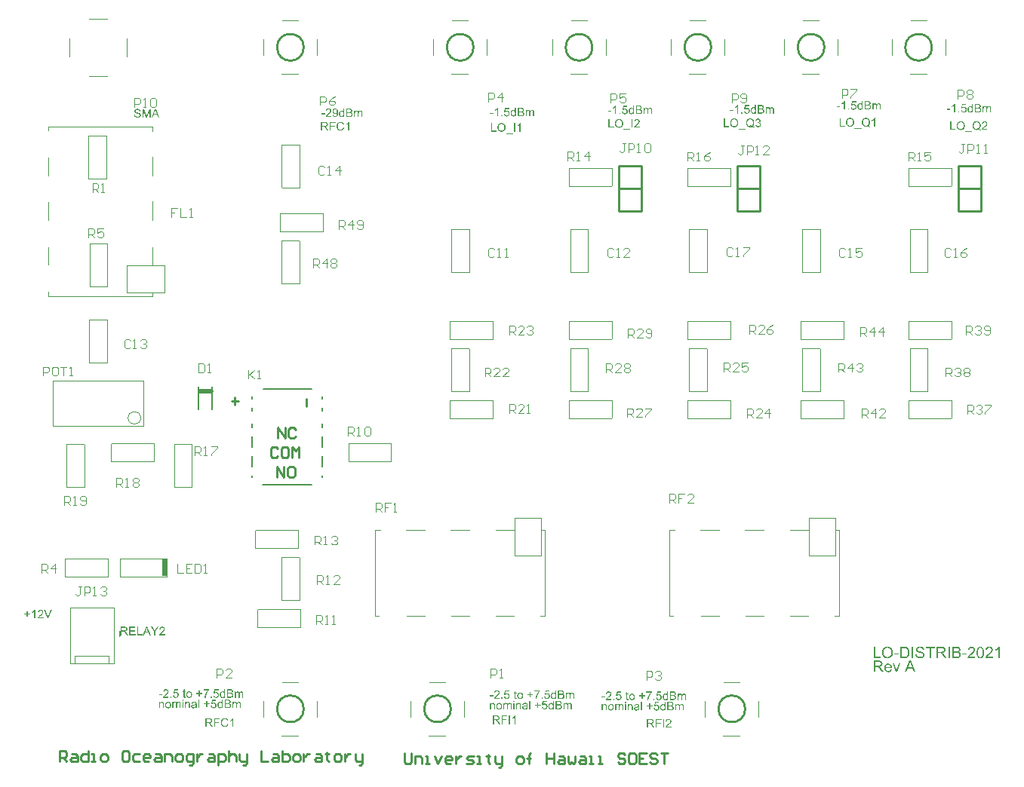
<source format=gto>
G04 Layer_Color=65535*
%FSLAX44Y44*%
%MOMM*%
G71*
G01*
G75*
%ADD30C,0.2540*%
%ADD31C,0.0500*%
%ADD32C,0.5080*%
%ADD33C,0.2032*%
%ADD34C,0.1000*%
%ADD35C,0.1200*%
%ADD36R,0.5607X1.9762*%
G36*
X741599Y773706D02*
X741713D01*
X741956Y773678D01*
X742242Y773649D01*
X742527Y773592D01*
X742827Y773521D01*
X743084Y773421D01*
X743098D01*
X743112Y773407D01*
X743198Y773364D01*
X743312Y773292D01*
X743469Y773207D01*
X743641Y773078D01*
X743812Y772921D01*
X743969Y772736D01*
X744126Y772522D01*
X744140Y772493D01*
X744183Y772422D01*
X744254Y772293D01*
X744326Y772136D01*
X744383Y771951D01*
X744454Y771736D01*
X744497Y771494D01*
X744511Y771251D01*
Y771223D01*
Y771151D01*
X744497Y771023D01*
X744469Y770880D01*
X744426Y770694D01*
X744369Y770509D01*
X744283Y770295D01*
X744169Y770095D01*
X744155Y770066D01*
X744112Y770009D01*
X744026Y769909D01*
X743926Y769781D01*
X743783Y769638D01*
X743598Y769495D01*
X743398Y769352D01*
X743155Y769224D01*
X743169D01*
X743198Y769210D01*
X743241Y769195D01*
X743298Y769181D01*
X743455Y769110D01*
X743655Y769024D01*
X743869Y768896D01*
X744083Y768739D01*
X744312Y768553D01*
X744497Y768339D01*
X744511Y768310D01*
X744568Y768225D01*
X744654Y768096D01*
X744740Y767925D01*
X744825Y767711D01*
X744911Y767468D01*
X744968Y767197D01*
X744982Y766897D01*
Y766883D01*
Y766869D01*
Y766783D01*
X744968Y766655D01*
X744954Y766483D01*
X744911Y766283D01*
X744868Y766069D01*
X744797Y765855D01*
X744697Y765627D01*
X744683Y765598D01*
X744640Y765527D01*
X744583Y765427D01*
X744497Y765298D01*
X744397Y765156D01*
X744283Y765013D01*
X744140Y764870D01*
X743983Y764742D01*
X743969Y764727D01*
X743912Y764685D01*
X743812Y764628D01*
X743698Y764570D01*
X743541Y764485D01*
X743369Y764413D01*
X743155Y764342D01*
X742927Y764271D01*
X742898D01*
X742813Y764242D01*
X742684Y764228D01*
X742499Y764199D01*
X742270Y764171D01*
X742013Y764142D01*
X741713Y764128D01*
X741385Y764114D01*
X737731D01*
Y773721D01*
X741514D01*
X741599Y773706D01*
D02*
G37*
G36*
X728281Y772464D02*
X724455D01*
X723941Y769881D01*
X723956Y769895D01*
X723984Y769909D01*
X724027Y769938D01*
X724084Y769981D01*
X724170Y770023D01*
X724255Y770080D01*
X724484Y770195D01*
X724755Y770295D01*
X725069Y770395D01*
X725397Y770466D01*
X725569Y770495D01*
X725868D01*
X725954Y770480D01*
X726054Y770466D01*
X726182Y770452D01*
X726325Y770423D01*
X726482Y770380D01*
X726811Y770280D01*
X726982Y770209D01*
X727168Y770123D01*
X727353Y770023D01*
X727524Y769895D01*
X727696Y769766D01*
X727867Y769610D01*
X727881Y769595D01*
X727910Y769567D01*
X727953Y769524D01*
X728010Y769452D01*
X728067Y769367D01*
X728138Y769267D01*
X728224Y769138D01*
X728309Y769010D01*
X728381Y768853D01*
X728466Y768682D01*
X728538Y768496D01*
X728609Y768296D01*
X728652Y768082D01*
X728695Y767854D01*
X728723Y767625D01*
X728738Y767368D01*
Y767354D01*
Y767311D01*
Y767240D01*
X728723Y767154D01*
X728709Y767040D01*
X728695Y766911D01*
X728681Y766755D01*
X728638Y766598D01*
X728552Y766241D01*
X728409Y765870D01*
X728324Y765670D01*
X728224Y765484D01*
X728110Y765298D01*
X727967Y765113D01*
X727953Y765099D01*
X727924Y765070D01*
X727867Y765013D01*
X727795Y764927D01*
X727710Y764842D01*
X727596Y764742D01*
X727467Y764642D01*
X727310Y764542D01*
X727139Y764428D01*
X726953Y764328D01*
X726739Y764228D01*
X726525Y764142D01*
X726282Y764071D01*
X726025Y764014D01*
X725740Y763971D01*
X725454Y763957D01*
X725326D01*
X725240Y763971D01*
X725126Y763985D01*
X724998Y763999D01*
X724855Y764014D01*
X724698Y764042D01*
X724355Y764128D01*
X723998Y764271D01*
X723813Y764342D01*
X723642Y764442D01*
X723470Y764556D01*
X723313Y764685D01*
X723299Y764699D01*
X723285Y764713D01*
X723242Y764756D01*
X723185Y764813D01*
X723113Y764884D01*
X723042Y764984D01*
X722971Y765084D01*
X722885Y765199D01*
X722799Y765341D01*
X722714Y765484D01*
X722571Y765812D01*
X722442Y766198D01*
X722400Y766412D01*
X722371Y766640D01*
X723613Y766726D01*
Y766712D01*
Y766683D01*
X723627Y766640D01*
X723642Y766583D01*
X723684Y766412D01*
X723742Y766226D01*
X723827Y765998D01*
X723927Y765770D01*
X724070Y765555D01*
X724241Y765370D01*
X724270Y765356D01*
X724327Y765298D01*
X724441Y765227D01*
X724584Y765156D01*
X724755Y765070D01*
X724969Y764999D01*
X725198Y764942D01*
X725454Y764927D01*
X725540D01*
X725597Y764942D01*
X725754Y764956D01*
X725954Y765013D01*
X726182Y765084D01*
X726425Y765199D01*
X726668Y765356D01*
X726782Y765455D01*
X726896Y765570D01*
Y765584D01*
X726925Y765598D01*
X726953Y765641D01*
X726982Y765684D01*
X727082Y765827D01*
X727196Y766027D01*
X727296Y766269D01*
X727396Y766555D01*
X727453Y766897D01*
X727482Y767268D01*
Y767283D01*
Y767311D01*
Y767368D01*
X727467Y767440D01*
Y767525D01*
X727453Y767625D01*
X727410Y767854D01*
X727339Y768111D01*
X727239Y768368D01*
X727096Y768624D01*
X726910Y768867D01*
X726882Y768896D01*
X726811Y768953D01*
X726682Y769053D01*
X726511Y769167D01*
X726311Y769267D01*
X726054Y769367D01*
X725754Y769424D01*
X725426Y769452D01*
X725326D01*
X725226Y769438D01*
X725083Y769424D01*
X724926Y769381D01*
X724755Y769338D01*
X724569Y769267D01*
X724398Y769181D01*
X724384Y769167D01*
X724327Y769138D01*
X724241Y769067D01*
X724141Y768996D01*
X724027Y768896D01*
X723913Y768782D01*
X723799Y768639D01*
X723699Y768496D01*
X722585Y768653D01*
X723513Y773592D01*
X728281D01*
Y772464D01*
D02*
G37*
G36*
X710209Y766997D02*
X706569D01*
Y768182D01*
X710209D01*
Y766997D01*
D02*
G37*
G36*
X992434Y769184D02*
X991335D01*
Y770054D01*
X991321Y770040D01*
X991307Y770011D01*
X991264Y769954D01*
X991207Y769897D01*
X991135Y769812D01*
X991050Y769726D01*
X990950Y769640D01*
X990836Y769540D01*
X990707Y769440D01*
X990564Y769355D01*
X990407Y769269D01*
X990222Y769184D01*
X990036Y769126D01*
X989837Y769069D01*
X989608Y769041D01*
X989380Y769026D01*
X989294D01*
X989237Y769041D01*
X989080Y769055D01*
X988880Y769084D01*
X988637Y769141D01*
X988380Y769226D01*
X988123Y769326D01*
X987852Y769483D01*
X987838D01*
X987824Y769512D01*
X987738Y769569D01*
X987610Y769669D01*
X987453Y769812D01*
X987281Y769997D01*
X987096Y770211D01*
X986924Y770468D01*
X986767Y770754D01*
Y770768D01*
X986753Y770797D01*
X986739Y770839D01*
X986710Y770897D01*
X986682Y770982D01*
X986653Y771068D01*
X986582Y771296D01*
X986510Y771582D01*
X986453Y771910D01*
X986411Y772267D01*
X986396Y772652D01*
Y772666D01*
Y772695D01*
Y772752D01*
Y772823D01*
X986411Y772924D01*
Y773023D01*
X986439Y773280D01*
X986482Y773566D01*
X986539Y773894D01*
X986625Y774208D01*
X986739Y774537D01*
Y774551D01*
X986753Y774579D01*
X986782Y774622D01*
X986810Y774679D01*
X986882Y774836D01*
X986996Y775022D01*
X987139Y775236D01*
X987324Y775450D01*
X987524Y775664D01*
X987767Y775850D01*
X987781D01*
X987795Y775864D01*
X987838Y775893D01*
X987895Y775921D01*
X988038Y775993D01*
X988223Y776078D01*
X988452Y776164D01*
X988723Y776235D01*
X989008Y776292D01*
X989323Y776307D01*
X989423D01*
X989551Y776292D01*
X989694Y776278D01*
X989865Y776235D01*
X990065Y776192D01*
X990250Y776121D01*
X990436Y776035D01*
X990464Y776021D01*
X990522Y775993D01*
X990607Y775936D01*
X990722Y775850D01*
X990850Y775750D01*
X990993Y775636D01*
X991121Y775507D01*
X991250Y775350D01*
Y778790D01*
X992434D01*
Y769184D01*
D02*
G37*
G36*
X715619Y764114D02*
X714434D01*
Y771608D01*
X714420Y771594D01*
X714363Y771537D01*
X714263Y771465D01*
X714135Y771351D01*
X713978Y771237D01*
X713778Y771094D01*
X713549Y770951D01*
X713307Y770794D01*
X713292D01*
X713278Y770780D01*
X713192Y770723D01*
X713064Y770651D01*
X712893Y770566D01*
X712707Y770466D01*
X712507Y770380D01*
X712293Y770280D01*
X712079Y770195D01*
Y771337D01*
X712093D01*
X712122Y771351D01*
X712179Y771379D01*
X712250Y771422D01*
X712336Y771465D01*
X712436Y771522D01*
X712664Y771651D01*
X712935Y771808D01*
X713221Y771993D01*
X713506Y772207D01*
X713792Y772450D01*
X713806Y772464D01*
X713820Y772479D01*
X713920Y772564D01*
X714049Y772693D01*
X714206Y772864D01*
X714377Y773064D01*
X714548Y773278D01*
X714720Y773506D01*
X714848Y773749D01*
X715619D01*
Y764114D01*
D02*
G37*
G36*
X720644D02*
X719302D01*
Y765455D01*
X720644D01*
Y764114D01*
D02*
G37*
G36*
X754047Y771223D02*
X754133D01*
X754232Y771208D01*
X754461Y771165D01*
X754718Y771094D01*
X754989Y770994D01*
X755246Y770851D01*
X755474Y770651D01*
X755503Y770623D01*
X755560Y770537D01*
X755646Y770409D01*
X755760Y770223D01*
X755860Y769966D01*
X755903Y769824D01*
X755946Y769667D01*
X755974Y769495D01*
X756003Y769295D01*
X756031Y769096D01*
Y768881D01*
Y764114D01*
X754846D01*
Y768496D01*
Y768510D01*
Y768525D01*
Y768610D01*
Y768739D01*
X754832Y768881D01*
X754818Y769053D01*
X754803Y769224D01*
X754775Y769381D01*
X754732Y769510D01*
Y769524D01*
X754704Y769567D01*
X754675Y769624D01*
X754632Y769695D01*
X754575Y769766D01*
X754504Y769852D01*
X754418Y769938D01*
X754318Y770009D01*
X754304Y770023D01*
X754261Y770038D01*
X754204Y770066D01*
X754118Y770109D01*
X754018Y770152D01*
X753890Y770181D01*
X753761Y770195D01*
X753604Y770209D01*
X753576D01*
X753490Y770195D01*
X753347Y770181D01*
X753176Y770152D01*
X752991Y770080D01*
X752776Y769995D01*
X752577Y769881D01*
X752377Y769709D01*
X752363Y769681D01*
X752305Y769624D01*
X752220Y769495D01*
X752134Y769338D01*
X752048Y769110D01*
X751963Y768853D01*
X751906Y768525D01*
X751891Y768153D01*
Y764114D01*
X750707D01*
Y768624D01*
Y768639D01*
Y768653D01*
Y768696D01*
Y768753D01*
X750692Y768896D01*
X750678Y769067D01*
X750635Y769253D01*
X750592Y769452D01*
X750521Y769638D01*
X750421Y769809D01*
X750407Y769824D01*
X750364Y769866D01*
X750293Y769938D01*
X750193Y770009D01*
X750064Y770080D01*
X749907Y770152D01*
X749707Y770195D01*
X749479Y770209D01*
X749393D01*
X749293Y770195D01*
X749179Y770181D01*
X749036Y770138D01*
X748879Y770095D01*
X748708Y770023D01*
X748551Y769938D01*
X748537Y769923D01*
X748480Y769895D01*
X748408Y769824D01*
X748323Y769752D01*
X748223Y769638D01*
X748123Y769510D01*
X748023Y769352D01*
X747937Y769167D01*
X747923Y769138D01*
X747909Y769081D01*
X747880Y768953D01*
X747852Y768796D01*
X747809Y768596D01*
X747780Y768339D01*
X747766Y768054D01*
X747752Y767711D01*
Y764114D01*
X746567D01*
Y771080D01*
X747623D01*
Y770095D01*
X747637Y770123D01*
X747680Y770181D01*
X747752Y770280D01*
X747852Y770395D01*
X747980Y770523D01*
X748123Y770666D01*
X748308Y770794D01*
X748494Y770923D01*
X748523Y770937D01*
X748594Y770966D01*
X748708Y771023D01*
X748865Y771080D01*
X749051Y771137D01*
X749265Y771194D01*
X749493Y771223D01*
X749750Y771237D01*
X749879D01*
X750021Y771223D01*
X750193Y771194D01*
X750393Y771151D01*
X750607Y771094D01*
X750807Y771023D01*
X751006Y770909D01*
X751035Y770894D01*
X751092Y770851D01*
X751178Y770780D01*
X751278Y770680D01*
X751406Y770552D01*
X751520Y770395D01*
X751635Y770209D01*
X751720Y770009D01*
X751734Y770023D01*
X751763Y770066D01*
X751806Y770123D01*
X751877Y770195D01*
X751948Y770295D01*
X752048Y770395D01*
X752163Y770509D01*
X752305Y770623D01*
X752448Y770737D01*
X752605Y770851D01*
X752791Y770951D01*
X752976Y771051D01*
X753190Y771123D01*
X753404Y771180D01*
X753633Y771223D01*
X753876Y771237D01*
X753976D01*
X754047Y771223D01*
D02*
G37*
G36*
X1121835Y775608D02*
X1121949D01*
X1122192Y775579D01*
X1122478Y775550D01*
X1122763Y775493D01*
X1123063Y775422D01*
X1123320Y775322D01*
X1123334D01*
X1123348Y775308D01*
X1123434Y775265D01*
X1123548Y775193D01*
X1123705Y775108D01*
X1123877Y774979D01*
X1124048Y774822D01*
X1124205Y774637D01*
X1124362Y774423D01*
X1124376Y774394D01*
X1124419Y774323D01*
X1124490Y774194D01*
X1124562Y774037D01*
X1124619Y773852D01*
X1124690Y773638D01*
X1124733Y773395D01*
X1124747Y773152D01*
Y773124D01*
Y773052D01*
X1124733Y772924D01*
X1124705Y772781D01*
X1124662Y772596D01*
X1124605Y772410D01*
X1124519Y772196D01*
X1124405Y771996D01*
X1124390Y771967D01*
X1124348Y771910D01*
X1124262Y771810D01*
X1124162Y771682D01*
X1124019Y771539D01*
X1123834Y771396D01*
X1123634Y771254D01*
X1123391Y771125D01*
X1123406D01*
X1123434Y771111D01*
X1123477Y771097D01*
X1123534Y771082D01*
X1123691Y771011D01*
X1123891Y770925D01*
X1124105Y770797D01*
X1124319Y770640D01*
X1124548Y770454D01*
X1124733Y770240D01*
X1124747Y770212D01*
X1124805Y770126D01*
X1124890Y769997D01*
X1124976Y769826D01*
X1125061Y769612D01*
X1125147Y769369D01*
X1125204Y769098D01*
X1125218Y768798D01*
Y768784D01*
Y768770D01*
Y768684D01*
X1125204Y768556D01*
X1125190Y768384D01*
X1125147Y768185D01*
X1125104Y767971D01*
X1125033Y767756D01*
X1124933Y767528D01*
X1124919Y767499D01*
X1124876Y767428D01*
X1124819Y767328D01*
X1124733Y767200D01*
X1124633Y767057D01*
X1124519Y766914D01*
X1124376Y766771D01*
X1124219Y766643D01*
X1124205Y766629D01*
X1124148Y766586D01*
X1124048Y766529D01*
X1123934Y766472D01*
X1123777Y766386D01*
X1123605Y766315D01*
X1123391Y766243D01*
X1123163Y766172D01*
X1123134D01*
X1123049Y766143D01*
X1122920Y766129D01*
X1122735Y766100D01*
X1122506Y766072D01*
X1122249Y766043D01*
X1121949Y766029D01*
X1121621Y766015D01*
X1117967D01*
Y775622D01*
X1121750D01*
X1121835Y775608D01*
D02*
G37*
G36*
X1108517Y774366D02*
X1104691D01*
X1104177Y771782D01*
X1104192Y771796D01*
X1104220Y771810D01*
X1104263Y771839D01*
X1104320Y771882D01*
X1104406Y771925D01*
X1104491Y771982D01*
X1104720Y772096D01*
X1104991Y772196D01*
X1105305Y772296D01*
X1105633Y772367D01*
X1105805Y772396D01*
X1106105D01*
X1106190Y772381D01*
X1106290Y772367D01*
X1106419Y772353D01*
X1106561Y772324D01*
X1106718Y772281D01*
X1107047Y772181D01*
X1107218Y772110D01*
X1107403Y772025D01*
X1107589Y771925D01*
X1107760Y771796D01*
X1107932Y771668D01*
X1108103Y771511D01*
X1108117Y771496D01*
X1108146Y771468D01*
X1108189Y771425D01*
X1108246Y771354D01*
X1108303Y771268D01*
X1108374Y771168D01*
X1108460Y771040D01*
X1108546Y770911D01*
X1108617Y770754D01*
X1108702Y770583D01*
X1108774Y770397D01*
X1108845Y770197D01*
X1108888Y769983D01*
X1108931Y769755D01*
X1108959Y769526D01*
X1108974Y769269D01*
Y769255D01*
Y769212D01*
Y769141D01*
X1108959Y769055D01*
X1108945Y768941D01*
X1108931Y768813D01*
X1108917Y768656D01*
X1108874Y768499D01*
X1108788Y768142D01*
X1108645Y767771D01*
X1108560Y767571D01*
X1108460Y767385D01*
X1108346Y767200D01*
X1108203Y767014D01*
X1108189Y767000D01*
X1108160Y766971D01*
X1108103Y766914D01*
X1108032Y766829D01*
X1107946Y766743D01*
X1107832Y766643D01*
X1107703Y766543D01*
X1107546Y766443D01*
X1107375Y766329D01*
X1107189Y766229D01*
X1106975Y766129D01*
X1106761Y766043D01*
X1106518Y765972D01*
X1106262Y765915D01*
X1105976Y765872D01*
X1105691Y765858D01*
X1105562D01*
X1105476Y765872D01*
X1105362Y765886D01*
X1105234Y765901D01*
X1105091Y765915D01*
X1104934Y765944D01*
X1104591Y766029D01*
X1104234Y766172D01*
X1104049Y766243D01*
X1103878Y766343D01*
X1103706Y766457D01*
X1103549Y766586D01*
X1103535Y766600D01*
X1103521Y766614D01*
X1103478Y766657D01*
X1103421Y766714D01*
X1103349Y766786D01*
X1103278Y766886D01*
X1103207Y766985D01*
X1103121Y767100D01*
X1103035Y767243D01*
X1102950Y767385D01*
X1102807Y767713D01*
X1102679Y768099D01*
X1102636Y768313D01*
X1102607Y768541D01*
X1103849Y768627D01*
Y768613D01*
Y768584D01*
X1103863Y768541D01*
X1103878Y768484D01*
X1103920Y768313D01*
X1103978Y768128D01*
X1104063Y767899D01*
X1104163Y767671D01*
X1104306Y767457D01*
X1104477Y767271D01*
X1104506Y767257D01*
X1104563Y767200D01*
X1104677Y767128D01*
X1104820Y767057D01*
X1104991Y766971D01*
X1105205Y766900D01*
X1105434Y766843D01*
X1105691Y766829D01*
X1105776D01*
X1105833Y766843D01*
X1105990Y766857D01*
X1106190Y766914D01*
X1106419Y766985D01*
X1106661Y767100D01*
X1106904Y767257D01*
X1107018Y767357D01*
X1107132Y767471D01*
Y767485D01*
X1107161Y767499D01*
X1107189Y767542D01*
X1107218Y767585D01*
X1107318Y767728D01*
X1107432Y767928D01*
X1107532Y768170D01*
X1107632Y768456D01*
X1107689Y768798D01*
X1107718Y769170D01*
Y769184D01*
Y769212D01*
Y769269D01*
X1107703Y769341D01*
Y769426D01*
X1107689Y769526D01*
X1107646Y769755D01*
X1107575Y770012D01*
X1107475Y770269D01*
X1107332Y770526D01*
X1107147Y770768D01*
X1107118Y770797D01*
X1107047Y770854D01*
X1106918Y770954D01*
X1106747Y771068D01*
X1106547Y771168D01*
X1106290Y771268D01*
X1105990Y771325D01*
X1105662Y771354D01*
X1105562D01*
X1105462Y771339D01*
X1105319Y771325D01*
X1105162Y771282D01*
X1104991Y771239D01*
X1104806Y771168D01*
X1104634Y771082D01*
X1104620Y771068D01*
X1104563Y771040D01*
X1104477Y770968D01*
X1104377Y770897D01*
X1104263Y770797D01*
X1104149Y770683D01*
X1104035Y770540D01*
X1103935Y770397D01*
X1102821Y770554D01*
X1103749Y775493D01*
X1108517D01*
Y774366D01*
D02*
G37*
G36*
X1090445Y768898D02*
X1086805D01*
Y770083D01*
X1090445D01*
Y768898D01*
D02*
G37*
G36*
X735775Y764114D02*
X734676D01*
Y764984D01*
X734662Y764970D01*
X734648Y764942D01*
X734605Y764884D01*
X734548Y764827D01*
X734476Y764742D01*
X734390Y764656D01*
X734291Y764570D01*
X734176Y764471D01*
X734048Y764371D01*
X733905Y764285D01*
X733748Y764199D01*
X733563Y764114D01*
X733377Y764057D01*
X733177Y763999D01*
X732949Y763971D01*
X732720Y763957D01*
X732635D01*
X732578Y763971D01*
X732421Y763985D01*
X732221Y764014D01*
X731978Y764071D01*
X731721Y764156D01*
X731464Y764256D01*
X731193Y764413D01*
X731179D01*
X731164Y764442D01*
X731079Y764499D01*
X730950Y764599D01*
X730793Y764742D01*
X730622Y764927D01*
X730436Y765141D01*
X730265Y765398D01*
X730108Y765684D01*
Y765698D01*
X730094Y765727D01*
X730079Y765770D01*
X730051Y765827D01*
X730022Y765912D01*
X729994Y765998D01*
X729922Y766226D01*
X729851Y766512D01*
X729794Y766840D01*
X729751Y767197D01*
X729737Y767582D01*
Y767597D01*
Y767625D01*
Y767682D01*
Y767754D01*
X729751Y767854D01*
Y767954D01*
X729780Y768211D01*
X729823Y768496D01*
X729880Y768824D01*
X729965Y769138D01*
X730079Y769467D01*
Y769481D01*
X730094Y769510D01*
X730122Y769552D01*
X730151Y769610D01*
X730222Y769766D01*
X730337Y769952D01*
X730479Y770166D01*
X730665Y770380D01*
X730865Y770594D01*
X731107Y770780D01*
X731122D01*
X731136Y770794D01*
X731179Y770823D01*
X731236Y770851D01*
X731378Y770923D01*
X731564Y771008D01*
X731793Y771094D01*
X732064Y771165D01*
X732349Y771223D01*
X732663Y771237D01*
X732763D01*
X732892Y771223D01*
X733034Y771208D01*
X733206Y771165D01*
X733406Y771123D01*
X733591Y771051D01*
X733777Y770966D01*
X733805Y770951D01*
X733862Y770923D01*
X733948Y770866D01*
X734062Y770780D01*
X734191Y770680D01*
X734333Y770566D01*
X734462Y770437D01*
X734590Y770280D01*
Y773721D01*
X735775D01*
Y764114D01*
D02*
G37*
G36*
X1095855Y766015D02*
X1094670D01*
Y773509D01*
X1094656Y773495D01*
X1094599Y773438D01*
X1094499Y773366D01*
X1094371Y773252D01*
X1094214Y773138D01*
X1094014Y772995D01*
X1093785Y772852D01*
X1093543Y772695D01*
X1093528D01*
X1093514Y772681D01*
X1093428Y772624D01*
X1093300Y772553D01*
X1093129Y772467D01*
X1092943Y772367D01*
X1092743Y772281D01*
X1092529Y772181D01*
X1092315Y772096D01*
Y773238D01*
X1092329D01*
X1092358Y773252D01*
X1092415Y773281D01*
X1092486Y773324D01*
X1092572Y773366D01*
X1092672Y773423D01*
X1092900Y773552D01*
X1093171Y773709D01*
X1093457Y773895D01*
X1093743Y774109D01*
X1094028Y774351D01*
X1094042Y774366D01*
X1094056Y774380D01*
X1094156Y774465D01*
X1094285Y774594D01*
X1094442Y774765D01*
X1094613Y774965D01*
X1094785Y775179D01*
X1094956Y775408D01*
X1095084Y775650D01*
X1095855D01*
Y766015D01*
D02*
G37*
G36*
X1100880D02*
X1099538D01*
Y767357D01*
X1100880D01*
Y766015D01*
D02*
G37*
G36*
X1010706Y776292D02*
X1010792D01*
X1010892Y776278D01*
X1011120Y776235D01*
X1011377Y776164D01*
X1011648Y776064D01*
X1011905Y775921D01*
X1012134Y775721D01*
X1012162Y775693D01*
X1012219Y775607D01*
X1012305Y775479D01*
X1012419Y775293D01*
X1012519Y775036D01*
X1012562Y774893D01*
X1012605Y774736D01*
X1012633Y774565D01*
X1012662Y774365D01*
X1012690Y774165D01*
Y773951D01*
Y769184D01*
X1011506D01*
Y773566D01*
Y773580D01*
Y773594D01*
Y773680D01*
Y773809D01*
X1011491Y773951D01*
X1011477Y774123D01*
X1011463Y774294D01*
X1011434Y774451D01*
X1011391Y774579D01*
Y774594D01*
X1011363Y774636D01*
X1011334Y774694D01*
X1011292Y774765D01*
X1011234Y774836D01*
X1011163Y774922D01*
X1011077Y775008D01*
X1010977Y775079D01*
X1010963Y775093D01*
X1010920Y775107D01*
X1010863Y775136D01*
X1010778Y775179D01*
X1010678Y775222D01*
X1010549Y775250D01*
X1010421Y775265D01*
X1010264Y775279D01*
X1010235D01*
X1010150Y775265D01*
X1010007Y775250D01*
X1009835Y775222D01*
X1009650Y775150D01*
X1009436Y775065D01*
X1009236Y774950D01*
X1009036Y774779D01*
X1009022Y774751D01*
X1008965Y774694D01*
X1008879Y774565D01*
X1008793Y774408D01*
X1008708Y774180D01*
X1008622Y773923D01*
X1008565Y773594D01*
X1008551Y773223D01*
Y769184D01*
X1007366D01*
Y773694D01*
Y773709D01*
Y773723D01*
Y773766D01*
Y773823D01*
X1007352Y773966D01*
X1007337Y774137D01*
X1007294Y774322D01*
X1007252Y774522D01*
X1007180Y774708D01*
X1007080Y774879D01*
X1007066Y774893D01*
X1007023Y774936D01*
X1006952Y775008D01*
X1006852Y775079D01*
X1006723Y775150D01*
X1006566Y775222D01*
X1006367Y775265D01*
X1006138Y775279D01*
X1006053D01*
X1005953Y775265D01*
X1005838Y775250D01*
X1005696Y775207D01*
X1005539Y775165D01*
X1005367Y775093D01*
X1005210Y775008D01*
X1005196Y774993D01*
X1005139Y774965D01*
X1005068Y774893D01*
X1004982Y774822D01*
X1004882Y774708D01*
X1004782Y774579D01*
X1004682Y774422D01*
X1004597Y774237D01*
X1004582Y774208D01*
X1004568Y774151D01*
X1004539Y774023D01*
X1004511Y773866D01*
X1004468Y773666D01*
X1004440Y773409D01*
X1004425Y773123D01*
X1004411Y772781D01*
Y769184D01*
X1003226D01*
Y776150D01*
X1004283D01*
Y775165D01*
X1004297Y775193D01*
X1004340Y775250D01*
X1004411Y775350D01*
X1004511Y775464D01*
X1004639Y775593D01*
X1004782Y775736D01*
X1004968Y775864D01*
X1005153Y775993D01*
X1005182Y776007D01*
X1005253Y776035D01*
X1005367Y776093D01*
X1005525Y776150D01*
X1005710Y776207D01*
X1005924Y776264D01*
X1006152Y776292D01*
X1006410Y776307D01*
X1006538D01*
X1006681Y776292D01*
X1006852Y776264D01*
X1007052Y776221D01*
X1007266Y776164D01*
X1007466Y776093D01*
X1007666Y775978D01*
X1007694Y775964D01*
X1007751Y775921D01*
X1007837Y775850D01*
X1007937Y775750D01*
X1008065Y775621D01*
X1008180Y775464D01*
X1008294Y775279D01*
X1008379Y775079D01*
X1008394Y775093D01*
X1008422Y775136D01*
X1008465Y775193D01*
X1008536Y775265D01*
X1008608Y775365D01*
X1008708Y775464D01*
X1008822Y775579D01*
X1008965Y775693D01*
X1009107Y775807D01*
X1009265Y775921D01*
X1009450Y776021D01*
X1009636Y776121D01*
X1009850Y776192D01*
X1010064Y776249D01*
X1010292Y776292D01*
X1010535Y776307D01*
X1010635D01*
X1010706Y776292D01*
D02*
G37*
G36*
X878484Y774340D02*
X878598D01*
X878841Y774312D01*
X879127Y774283D01*
X879412Y774226D01*
X879712Y774155D01*
X879969Y774055D01*
X879983D01*
X879997Y774040D01*
X880083Y773997D01*
X880197Y773926D01*
X880354Y773840D01*
X880526Y773712D01*
X880697Y773555D01*
X880854Y773369D01*
X881011Y773155D01*
X881025Y773127D01*
X881068Y773055D01*
X881139Y772927D01*
X881211Y772770D01*
X881268Y772584D01*
X881339Y772370D01*
X881382Y772128D01*
X881396Y771885D01*
Y771856D01*
Y771785D01*
X881382Y771656D01*
X881354Y771514D01*
X881311Y771328D01*
X881254Y771143D01*
X881168Y770928D01*
X881054Y770729D01*
X881039Y770700D01*
X880997Y770643D01*
X880911Y770543D01*
X880811Y770415D01*
X880668Y770272D01*
X880483Y770129D01*
X880283Y769986D01*
X880040Y769858D01*
X880054D01*
X880083Y769844D01*
X880126Y769829D01*
X880183Y769815D01*
X880340Y769744D01*
X880540Y769658D01*
X880754Y769529D01*
X880968Y769372D01*
X881197Y769187D01*
X881382Y768973D01*
X881396Y768944D01*
X881453Y768858D01*
X881539Y768730D01*
X881625Y768559D01*
X881710Y768345D01*
X881796Y768102D01*
X881853Y767831D01*
X881867Y767531D01*
Y767517D01*
Y767502D01*
Y767417D01*
X881853Y767288D01*
X881839Y767117D01*
X881796Y766917D01*
X881753Y766703D01*
X881682Y766489D01*
X881582Y766261D01*
X881568Y766232D01*
X881525Y766161D01*
X881468Y766061D01*
X881382Y765932D01*
X881282Y765789D01*
X881168Y765647D01*
X881025Y765504D01*
X880868Y765376D01*
X880854Y765361D01*
X880797Y765318D01*
X880697Y765261D01*
X880583Y765204D01*
X880426Y765118D01*
X880254Y765047D01*
X880040Y764976D01*
X879812Y764904D01*
X879783D01*
X879698Y764876D01*
X879569Y764862D01*
X879384Y764833D01*
X879155Y764805D01*
X878898Y764776D01*
X878598Y764762D01*
X878270Y764747D01*
X874616D01*
Y774354D01*
X878399D01*
X878484Y774340D01*
D02*
G37*
G36*
X865166Y773098D02*
X861340D01*
X860826Y770514D01*
X860841Y770529D01*
X860869Y770543D01*
X860912Y770572D01*
X860969Y770614D01*
X861055Y770657D01*
X861140Y770714D01*
X861369Y770828D01*
X861640Y770928D01*
X861954Y771028D01*
X862282Y771100D01*
X862454Y771128D01*
X862753D01*
X862839Y771114D01*
X862939Y771100D01*
X863067Y771085D01*
X863210Y771057D01*
X863367Y771014D01*
X863696Y770914D01*
X863867Y770843D01*
X864052Y770757D01*
X864238Y770657D01*
X864409Y770529D01*
X864581Y770400D01*
X864752Y770243D01*
X864766Y770229D01*
X864795Y770200D01*
X864837Y770157D01*
X864895Y770086D01*
X864952Y770001D01*
X865023Y769901D01*
X865109Y769772D01*
X865194Y769644D01*
X865266Y769487D01*
X865351Y769315D01*
X865423Y769130D01*
X865494Y768930D01*
X865537Y768716D01*
X865580Y768487D01*
X865608Y768259D01*
X865623Y768002D01*
Y767988D01*
Y767945D01*
Y767874D01*
X865608Y767788D01*
X865594Y767674D01*
X865580Y767545D01*
X865566Y767388D01*
X865523Y767231D01*
X865437Y766874D01*
X865294Y766503D01*
X865209Y766303D01*
X865109Y766118D01*
X864995Y765932D01*
X864852Y765747D01*
X864837Y765732D01*
X864809Y765704D01*
X864752Y765647D01*
X864680Y765561D01*
X864595Y765475D01*
X864481Y765376D01*
X864352Y765276D01*
X864195Y765176D01*
X864024Y765061D01*
X863838Y764961D01*
X863624Y764862D01*
X863410Y764776D01*
X863167Y764705D01*
X862910Y764648D01*
X862625Y764605D01*
X862339Y764590D01*
X862211D01*
X862125Y764605D01*
X862011Y764619D01*
X861883Y764633D01*
X861740Y764648D01*
X861583Y764676D01*
X861240Y764762D01*
X860883Y764904D01*
X860698Y764976D01*
X860527Y765076D01*
X860355Y765190D01*
X860198Y765318D01*
X860184Y765333D01*
X860170Y765347D01*
X860127Y765390D01*
X860070Y765447D01*
X859998Y765518D01*
X859927Y765618D01*
X859856Y765718D01*
X859770Y765832D01*
X859684Y765975D01*
X859599Y766118D01*
X859456Y766446D01*
X859327Y766832D01*
X859285Y767046D01*
X859256Y767274D01*
X860498Y767360D01*
Y767345D01*
Y767317D01*
X860512Y767274D01*
X860527Y767217D01*
X860569Y767046D01*
X860627Y766860D01*
X860712Y766632D01*
X860812Y766403D01*
X860955Y766189D01*
X861126Y766004D01*
X861155Y765989D01*
X861212Y765932D01*
X861326Y765861D01*
X861469Y765789D01*
X861640Y765704D01*
X861854Y765632D01*
X862083Y765575D01*
X862339Y765561D01*
X862425D01*
X862482Y765575D01*
X862639Y765590D01*
X862839Y765647D01*
X863067Y765718D01*
X863310Y765832D01*
X863553Y765989D01*
X863667Y766089D01*
X863781Y766203D01*
Y766218D01*
X863810Y766232D01*
X863838Y766275D01*
X863867Y766318D01*
X863967Y766460D01*
X864081Y766660D01*
X864181Y766903D01*
X864281Y767188D01*
X864338Y767531D01*
X864367Y767902D01*
Y767916D01*
Y767945D01*
Y768002D01*
X864352Y768073D01*
Y768159D01*
X864338Y768259D01*
X864295Y768487D01*
X864224Y768744D01*
X864124Y769001D01*
X863981Y769258D01*
X863795Y769501D01*
X863767Y769529D01*
X863696Y769586D01*
X863567Y769687D01*
X863396Y769801D01*
X863196Y769901D01*
X862939Y770001D01*
X862639Y770058D01*
X862311Y770086D01*
X862211D01*
X862111Y770072D01*
X861968Y770058D01*
X861811Y770015D01*
X861640Y769972D01*
X861454Y769901D01*
X861283Y769815D01*
X861269Y769801D01*
X861212Y769772D01*
X861126Y769701D01*
X861026Y769629D01*
X860912Y769529D01*
X860798Y769415D01*
X860684Y769273D01*
X860584Y769130D01*
X859470Y769287D01*
X860398Y774226D01*
X865166D01*
Y773098D01*
D02*
G37*
G36*
X847094Y767631D02*
X843454D01*
Y768816D01*
X847094D01*
Y767631D01*
D02*
G37*
G36*
X603326Y761579D02*
X602227D01*
Y762449D01*
X602213Y762435D01*
X602199Y762407D01*
X602156Y762350D01*
X602099Y762292D01*
X602027Y762207D01*
X601942Y762121D01*
X601842Y762036D01*
X601727Y761936D01*
X601599Y761836D01*
X601456Y761750D01*
X601299Y761664D01*
X601114Y761579D01*
X600928Y761522D01*
X600728Y761464D01*
X600500Y761436D01*
X600271Y761422D01*
X600186D01*
X600129Y761436D01*
X599972Y761450D01*
X599772Y761479D01*
X599529Y761536D01*
X599272Y761622D01*
X599015Y761721D01*
X598744Y761879D01*
X598730D01*
X598716Y761907D01*
X598630Y761964D01*
X598501Y762064D01*
X598344Y762207D01*
X598173Y762392D01*
X597988Y762607D01*
X597816Y762863D01*
X597659Y763149D01*
Y763163D01*
X597645Y763192D01*
X597631Y763235D01*
X597602Y763292D01*
X597574Y763377D01*
X597545Y763463D01*
X597474Y763691D01*
X597402Y763977D01*
X597345Y764305D01*
X597302Y764662D01*
X597288Y765048D01*
Y765062D01*
Y765090D01*
Y765147D01*
Y765219D01*
X597302Y765319D01*
Y765419D01*
X597331Y765676D01*
X597374Y765961D01*
X597431Y766289D01*
X597517Y766603D01*
X597631Y766932D01*
Y766946D01*
X597645Y766975D01*
X597673Y767017D01*
X597702Y767075D01*
X597773Y767232D01*
X597888Y767417D01*
X598030Y767631D01*
X598216Y767845D01*
X598416Y768059D01*
X598658Y768245D01*
X598673D01*
X598687Y768259D01*
X598730Y768288D01*
X598787Y768316D01*
X598930Y768388D01*
X599115Y768474D01*
X599344Y768559D01*
X599615Y768631D01*
X599900Y768688D01*
X600214Y768702D01*
X600314D01*
X600443Y768688D01*
X600586Y768673D01*
X600757Y768631D01*
X600957Y768588D01*
X601142Y768516D01*
X601328Y768431D01*
X601356Y768416D01*
X601413Y768388D01*
X601499Y768331D01*
X601613Y768245D01*
X601742Y768145D01*
X601884Y768031D01*
X602013Y767903D01*
X602141Y767746D01*
Y771186D01*
X603326D01*
Y761579D01*
D02*
G37*
G36*
X852504Y764747D02*
X851319D01*
Y772242D01*
X851305Y772227D01*
X851248Y772170D01*
X851148Y772099D01*
X851020Y771985D01*
X850863Y771870D01*
X850663Y771728D01*
X850434Y771585D01*
X850192Y771428D01*
X850177D01*
X850163Y771414D01*
X850077Y771357D01*
X849949Y771285D01*
X849778Y771200D01*
X849592Y771100D01*
X849392Y771014D01*
X849178Y770914D01*
X848964Y770828D01*
Y771970D01*
X848978D01*
X849007Y771985D01*
X849064Y772013D01*
X849135Y772056D01*
X849221Y772099D01*
X849321Y772156D01*
X849549Y772284D01*
X849820Y772441D01*
X850106Y772627D01*
X850391Y772841D01*
X850677Y773084D01*
X850691Y773098D01*
X850705Y773112D01*
X850805Y773198D01*
X850934Y773326D01*
X851091Y773498D01*
X851262Y773698D01*
X851433Y773912D01*
X851605Y774140D01*
X851733Y774383D01*
X852504D01*
Y764747D01*
D02*
G37*
G36*
X857529D02*
X856187D01*
Y766089D01*
X857529D01*
Y764747D01*
D02*
G37*
G36*
X890932Y771856D02*
X891018D01*
X891117Y771842D01*
X891346Y771799D01*
X891603Y771728D01*
X891874Y771628D01*
X892131Y771485D01*
X892359Y771285D01*
X892388Y771257D01*
X892445Y771171D01*
X892531Y771043D01*
X892645Y770857D01*
X892745Y770600D01*
X892788Y770457D01*
X892830Y770300D01*
X892859Y770129D01*
X892887Y769929D01*
X892916Y769729D01*
Y769515D01*
Y764747D01*
X891731D01*
Y769130D01*
Y769144D01*
Y769158D01*
Y769244D01*
Y769372D01*
X891717Y769515D01*
X891703Y769687D01*
X891688Y769858D01*
X891660Y770015D01*
X891617Y770143D01*
Y770157D01*
X891589Y770200D01*
X891560Y770257D01*
X891517Y770329D01*
X891460Y770400D01*
X891389Y770486D01*
X891303Y770572D01*
X891203Y770643D01*
X891189Y770657D01*
X891146Y770671D01*
X891089Y770700D01*
X891003Y770743D01*
X890903Y770786D01*
X890775Y770814D01*
X890646Y770828D01*
X890489Y770843D01*
X890461D01*
X890375Y770828D01*
X890232Y770814D01*
X890061Y770786D01*
X889875Y770714D01*
X889661Y770629D01*
X889462Y770514D01*
X889262Y770343D01*
X889247Y770315D01*
X889190Y770257D01*
X889105Y770129D01*
X889019Y769972D01*
X888933Y769744D01*
X888848Y769487D01*
X888791Y769158D01*
X888776Y768787D01*
Y764747D01*
X887592D01*
Y769258D01*
Y769273D01*
Y769287D01*
Y769330D01*
Y769387D01*
X887577Y769529D01*
X887563Y769701D01*
X887520Y769886D01*
X887477Y770086D01*
X887406Y770272D01*
X887306Y770443D01*
X887292Y770457D01*
X887249Y770500D01*
X887178Y770572D01*
X887078Y770643D01*
X886949Y770714D01*
X886792Y770786D01*
X886592Y770828D01*
X886364Y770843D01*
X886278D01*
X886178Y770828D01*
X886064Y770814D01*
X885921Y770771D01*
X885764Y770729D01*
X885593Y770657D01*
X885436Y770572D01*
X885422Y770557D01*
X885365Y770529D01*
X885293Y770457D01*
X885208Y770386D01*
X885108Y770272D01*
X885008Y770143D01*
X884908Y769986D01*
X884822Y769801D01*
X884808Y769772D01*
X884794Y769715D01*
X884765Y769586D01*
X884737Y769429D01*
X884694Y769230D01*
X884665Y768973D01*
X884651Y768687D01*
X884637Y768345D01*
Y764747D01*
X883452D01*
Y771713D01*
X884508D01*
Y770729D01*
X884522Y770757D01*
X884565Y770814D01*
X884637Y770914D01*
X884737Y771028D01*
X884865Y771157D01*
X885008Y771300D01*
X885193Y771428D01*
X885379Y771556D01*
X885407Y771571D01*
X885479Y771599D01*
X885593Y771656D01*
X885750Y771713D01*
X885936Y771771D01*
X886150Y771828D01*
X886378Y771856D01*
X886635Y771870D01*
X886764D01*
X886906Y771856D01*
X887078Y771828D01*
X887278Y771785D01*
X887492Y771728D01*
X887691Y771656D01*
X887891Y771542D01*
X887920Y771528D01*
X887977Y771485D01*
X888063Y771414D01*
X888163Y771314D01*
X888291Y771185D01*
X888405Y771028D01*
X888519Y770843D01*
X888605Y770643D01*
X888619Y770657D01*
X888648Y770700D01*
X888691Y770757D01*
X888762Y770828D01*
X888833Y770928D01*
X888933Y771028D01*
X889048Y771143D01*
X889190Y771257D01*
X889333Y771371D01*
X889490Y771485D01*
X889676Y771585D01*
X889861Y771685D01*
X890075Y771756D01*
X890290Y771813D01*
X890518Y771856D01*
X890761Y771870D01*
X890861D01*
X890932Y771856D01*
D02*
G37*
G36*
X998259Y778776D02*
X998373D01*
X998615Y778748D01*
X998901Y778719D01*
X999186Y778662D01*
X999486Y778591D01*
X999743Y778491D01*
X999757D01*
X999772Y778476D01*
X999857Y778434D01*
X999972Y778362D01*
X1000129Y778277D01*
X1000300Y778148D01*
X1000471Y777991D01*
X1000628Y777805D01*
X1000785Y777591D01*
X1000799Y777563D01*
X1000842Y777491D01*
X1000914Y777363D01*
X1000985Y777206D01*
X1001042Y777020D01*
X1001114Y776806D01*
X1001156Y776563D01*
X1001171Y776321D01*
Y776292D01*
Y776221D01*
X1001156Y776093D01*
X1001128Y775950D01*
X1001085Y775764D01*
X1001028Y775579D01*
X1000942Y775365D01*
X1000828Y775165D01*
X1000814Y775136D01*
X1000771Y775079D01*
X1000685Y774979D01*
X1000585Y774851D01*
X1000443Y774708D01*
X1000257Y774565D01*
X1000057Y774422D01*
X999815Y774294D01*
X999829D01*
X999857Y774280D01*
X999900Y774265D01*
X999957Y774251D01*
X1000114Y774180D01*
X1000314Y774094D01*
X1000528Y773966D01*
X1000742Y773809D01*
X1000971Y773623D01*
X1001156Y773409D01*
X1001171Y773380D01*
X1001228Y773295D01*
X1001313Y773166D01*
X1001399Y772995D01*
X1001485Y772781D01*
X1001570Y772538D01*
X1001627Y772267D01*
X1001642Y771967D01*
Y771953D01*
Y771938D01*
Y771853D01*
X1001627Y771724D01*
X1001613Y771553D01*
X1001570Y771353D01*
X1001527Y771139D01*
X1001456Y770925D01*
X1001356Y770697D01*
X1001342Y770668D01*
X1001299Y770597D01*
X1001242Y770497D01*
X1001156Y770368D01*
X1001056Y770226D01*
X1000942Y770083D01*
X1000799Y769940D01*
X1000642Y769812D01*
X1000628Y769797D01*
X1000571Y769754D01*
X1000471Y769697D01*
X1000357Y769640D01*
X1000200Y769555D01*
X1000029Y769483D01*
X999815Y769412D01*
X999586Y769341D01*
X999558D01*
X999472Y769312D01*
X999343Y769298D01*
X999158Y769269D01*
X998930Y769241D01*
X998673Y769212D01*
X998373Y769198D01*
X998045Y769184D01*
X994390D01*
Y778790D01*
X998173D01*
X998259Y778776D01*
D02*
G37*
G36*
X984940Y777534D02*
X981115D01*
X980601Y774950D01*
X980615Y774965D01*
X980643Y774979D01*
X980686Y775008D01*
X980743Y775050D01*
X980829Y775093D01*
X980915Y775150D01*
X981143Y775265D01*
X981414Y775365D01*
X981728Y775464D01*
X982057Y775536D01*
X982228Y775564D01*
X982528D01*
X982613Y775550D01*
X982713Y775536D01*
X982842Y775521D01*
X982984Y775493D01*
X983142Y775450D01*
X983470Y775350D01*
X983641Y775279D01*
X983827Y775193D01*
X984012Y775093D01*
X984184Y774965D01*
X984355Y774836D01*
X984526Y774679D01*
X984540Y774665D01*
X984569Y774636D01*
X984612Y774594D01*
X984669Y774522D01*
X984726Y774437D01*
X984797Y774337D01*
X984883Y774208D01*
X984969Y774080D01*
X985040Y773923D01*
X985126Y773751D01*
X985197Y773566D01*
X985268Y773366D01*
X985311Y773152D01*
X985354Y772924D01*
X985383Y772695D01*
X985397Y772438D01*
Y772424D01*
Y772381D01*
Y772310D01*
X985383Y772224D01*
X985368Y772110D01*
X985354Y771981D01*
X985340Y771824D01*
X985297Y771667D01*
X985211Y771310D01*
X985069Y770939D01*
X984983Y770739D01*
X984883Y770554D01*
X984769Y770368D01*
X984626Y770183D01*
X984612Y770168D01*
X984583Y770140D01*
X984526Y770083D01*
X984455Y769997D01*
X984369Y769911D01*
X984255Y769812D01*
X984127Y769712D01*
X983969Y769612D01*
X983798Y769498D01*
X983613Y769398D01*
X983399Y769298D01*
X983184Y769212D01*
X982942Y769141D01*
X982685Y769084D01*
X982399Y769041D01*
X982114Y769026D01*
X981985D01*
X981900Y769041D01*
X981786Y769055D01*
X981657Y769069D01*
X981514Y769084D01*
X981357Y769112D01*
X981015Y769198D01*
X980658Y769341D01*
X980472Y769412D01*
X980301Y769512D01*
X980130Y769626D01*
X979973Y769754D01*
X979958Y769769D01*
X979944Y769783D01*
X979901Y769826D01*
X979844Y769883D01*
X979773Y769954D01*
X979701Y770054D01*
X979630Y770154D01*
X979544Y770268D01*
X979459Y770411D01*
X979373Y770554D01*
X979230Y770882D01*
X979102Y771268D01*
X979059Y771482D01*
X979030Y771710D01*
X980272Y771796D01*
Y771781D01*
Y771753D01*
X980287Y771710D01*
X980301Y771653D01*
X980344Y771482D01*
X980401Y771296D01*
X980487Y771068D01*
X980586Y770839D01*
X980729Y770625D01*
X980900Y770440D01*
X980929Y770425D01*
X980986Y770368D01*
X981100Y770297D01*
X981243Y770226D01*
X981414Y770140D01*
X981628Y770069D01*
X981857Y770011D01*
X982114Y769997D01*
X982199D01*
X982256Y770011D01*
X982414Y770026D01*
X982613Y770083D01*
X982842Y770154D01*
X983084Y770268D01*
X983327Y770425D01*
X983441Y770525D01*
X983556Y770639D01*
Y770654D01*
X983584Y770668D01*
X983613Y770711D01*
X983641Y770754D01*
X983741Y770897D01*
X983855Y771096D01*
X983955Y771339D01*
X984055Y771625D01*
X984112Y771967D01*
X984141Y772338D01*
Y772353D01*
Y772381D01*
Y772438D01*
X984127Y772510D01*
Y772595D01*
X984112Y772695D01*
X984069Y772924D01*
X983998Y773180D01*
X983898Y773437D01*
X983755Y773694D01*
X983570Y773937D01*
X983541Y773966D01*
X983470Y774023D01*
X983341Y774123D01*
X983170Y774237D01*
X982970Y774337D01*
X982713Y774437D01*
X982414Y774494D01*
X982085Y774522D01*
X981985D01*
X981885Y774508D01*
X981743Y774494D01*
X981586Y774451D01*
X981414Y774408D01*
X981229Y774337D01*
X981057Y774251D01*
X981043Y774237D01*
X980986Y774208D01*
X980900Y774137D01*
X980800Y774065D01*
X980686Y773966D01*
X980572Y773851D01*
X980458Y773709D01*
X980358Y773566D01*
X979245Y773723D01*
X980172Y778662D01*
X984940D01*
Y777534D01*
D02*
G37*
G36*
X966868Y772067D02*
X963228D01*
Y773252D01*
X966868D01*
Y772067D01*
D02*
G37*
G36*
X872660Y764747D02*
X871561D01*
Y765618D01*
X871547Y765604D01*
X871532Y765575D01*
X871490Y765518D01*
X871432Y765461D01*
X871361Y765376D01*
X871275Y765290D01*
X871176Y765204D01*
X871061Y765104D01*
X870933Y765004D01*
X870790Y764919D01*
X870633Y764833D01*
X870447Y764747D01*
X870262Y764690D01*
X870062Y764633D01*
X869834Y764605D01*
X869605Y764590D01*
X869520D01*
X869463Y764605D01*
X869306Y764619D01*
X869106Y764648D01*
X868863Y764705D01*
X868606Y764790D01*
X868349Y764890D01*
X868078Y765047D01*
X868064D01*
X868049Y765076D01*
X867964Y765133D01*
X867835Y765233D01*
X867678Y765376D01*
X867507Y765561D01*
X867321Y765775D01*
X867150Y766032D01*
X866993Y766318D01*
Y766332D01*
X866979Y766360D01*
X866964Y766403D01*
X866936Y766460D01*
X866907Y766546D01*
X866879Y766632D01*
X866807Y766860D01*
X866736Y767146D01*
X866679Y767474D01*
X866636Y767831D01*
X866622Y768216D01*
Y768230D01*
Y768259D01*
Y768316D01*
Y768388D01*
X866636Y768487D01*
Y768587D01*
X866665Y768844D01*
X866708Y769130D01*
X866765Y769458D01*
X866850Y769772D01*
X866964Y770100D01*
Y770115D01*
X866979Y770143D01*
X867007Y770186D01*
X867036Y770243D01*
X867107Y770400D01*
X867221Y770586D01*
X867364Y770800D01*
X867550Y771014D01*
X867750Y771228D01*
X867992Y771414D01*
X868007D01*
X868021Y771428D01*
X868064Y771457D01*
X868121Y771485D01*
X868263Y771556D01*
X868449Y771642D01*
X868678Y771728D01*
X868949Y771799D01*
X869234Y771856D01*
X869548Y771870D01*
X869648D01*
X869777Y771856D01*
X869919Y771842D01*
X870091Y771799D01*
X870291Y771756D01*
X870476Y771685D01*
X870662Y771599D01*
X870690Y771585D01*
X870747Y771556D01*
X870833Y771499D01*
X870947Y771414D01*
X871076Y771314D01*
X871218Y771200D01*
X871347Y771071D01*
X871475Y770914D01*
Y774354D01*
X872660D01*
Y764747D01*
D02*
G37*
G36*
X972278Y769184D02*
X971094D01*
Y776678D01*
X971079Y776664D01*
X971022Y776606D01*
X970922Y776535D01*
X970794Y776421D01*
X970637Y776307D01*
X970437Y776164D01*
X970209Y776021D01*
X969966Y775864D01*
X969952D01*
X969937Y775850D01*
X969852Y775793D01*
X969723Y775721D01*
X969552Y775636D01*
X969366Y775536D01*
X969166Y775450D01*
X968952Y775350D01*
X968738Y775265D01*
Y776406D01*
X968753D01*
X968781Y776421D01*
X968838Y776449D01*
X968910Y776492D01*
X968995Y776535D01*
X969095Y776592D01*
X969324Y776721D01*
X969595Y776878D01*
X969880Y777063D01*
X970166Y777277D01*
X970451Y777520D01*
X970465Y777534D01*
X970480Y777549D01*
X970580Y777634D01*
X970708Y777763D01*
X970865Y777934D01*
X971037Y778134D01*
X971208Y778348D01*
X971379Y778576D01*
X971508Y778819D01*
X972278D01*
Y769184D01*
D02*
G37*
G36*
X977303D02*
X975961D01*
Y770525D01*
X977303D01*
Y769184D01*
D02*
G37*
G36*
X1134283Y773124D02*
X1134369D01*
X1134469Y773109D01*
X1134697Y773067D01*
X1134954Y772995D01*
X1135225Y772895D01*
X1135482Y772753D01*
X1135710Y772553D01*
X1135739Y772524D01*
X1135796Y772439D01*
X1135882Y772310D01*
X1135996Y772124D01*
X1136096Y771868D01*
X1136139Y771725D01*
X1136181Y771568D01*
X1136210Y771396D01*
X1136239Y771197D01*
X1136267Y770997D01*
Y770783D01*
Y766015D01*
X1135082D01*
Y770397D01*
Y770412D01*
Y770426D01*
Y770511D01*
Y770640D01*
X1135068Y770783D01*
X1135054Y770954D01*
X1135040Y771125D01*
X1135011Y771282D01*
X1134968Y771411D01*
Y771425D01*
X1134940Y771468D01*
X1134911Y771525D01*
X1134868Y771596D01*
X1134811Y771668D01*
X1134740Y771753D01*
X1134654Y771839D01*
X1134554Y771910D01*
X1134540Y771925D01*
X1134497Y771939D01*
X1134440Y771967D01*
X1134354Y772010D01*
X1134254Y772053D01*
X1134126Y772082D01*
X1133997Y772096D01*
X1133840Y772110D01*
X1133812D01*
X1133726Y772096D01*
X1133584Y772082D01*
X1133412Y772053D01*
X1133227Y771982D01*
X1133012Y771896D01*
X1132813Y771782D01*
X1132613Y771610D01*
X1132598Y771582D01*
X1132541Y771525D01*
X1132456Y771396D01*
X1132370Y771239D01*
X1132284Y771011D01*
X1132199Y770754D01*
X1132142Y770426D01*
X1132127Y770055D01*
Y766015D01*
X1130943D01*
Y770526D01*
Y770540D01*
Y770554D01*
Y770597D01*
Y770654D01*
X1130928Y770797D01*
X1130914Y770968D01*
X1130871Y771154D01*
X1130828Y771354D01*
X1130757Y771539D01*
X1130657Y771711D01*
X1130643Y771725D01*
X1130600Y771768D01*
X1130529Y771839D01*
X1130429Y771910D01*
X1130300Y771982D01*
X1130143Y772053D01*
X1129943Y772096D01*
X1129715Y772110D01*
X1129629D01*
X1129529Y772096D01*
X1129415Y772082D01*
X1129273Y772039D01*
X1129115Y771996D01*
X1128944Y771925D01*
X1128787Y771839D01*
X1128773Y771825D01*
X1128716Y771796D01*
X1128644Y771725D01*
X1128559Y771653D01*
X1128459Y771539D01*
X1128359Y771411D01*
X1128259Y771254D01*
X1128173Y771068D01*
X1128159Y771040D01*
X1128145Y770983D01*
X1128116Y770854D01*
X1128088Y770697D01*
X1128045Y770497D01*
X1128016Y770240D01*
X1128002Y769955D01*
X1127988Y769612D01*
Y766015D01*
X1126803D01*
Y772981D01*
X1127859D01*
Y771996D01*
X1127874Y772025D01*
X1127916Y772082D01*
X1127988Y772181D01*
X1128088Y772296D01*
X1128216Y772424D01*
X1128359Y772567D01*
X1128544Y772695D01*
X1128730Y772824D01*
X1128759Y772838D01*
X1128830Y772867D01*
X1128944Y772924D01*
X1129101Y772981D01*
X1129287Y773038D01*
X1129501Y773095D01*
X1129729Y773124D01*
X1129986Y773138D01*
X1130115D01*
X1130257Y773124D01*
X1130429Y773095D01*
X1130629Y773052D01*
X1130843Y772995D01*
X1131042Y772924D01*
X1131242Y772810D01*
X1131271Y772795D01*
X1131328Y772753D01*
X1131414Y772681D01*
X1131514Y772581D01*
X1131642Y772453D01*
X1131756Y772296D01*
X1131870Y772110D01*
X1131956Y771910D01*
X1131970Y771925D01*
X1131999Y771967D01*
X1132042Y772025D01*
X1132113Y772096D01*
X1132185Y772196D01*
X1132284Y772296D01*
X1132399Y772410D01*
X1132541Y772524D01*
X1132684Y772638D01*
X1132841Y772753D01*
X1133027Y772852D01*
X1133212Y772952D01*
X1133426Y773024D01*
X1133641Y773081D01*
X1133869Y773124D01*
X1134112Y773138D01*
X1134212D01*
X1134283Y773124D01*
D02*
G37*
G36*
X753899Y99718D02*
X756512D01*
Y98618D01*
X753899D01*
Y95977D01*
X752786D01*
Y98618D01*
X750174D01*
Y99718D01*
X752786D01*
Y102330D01*
X753899D01*
Y99718D01*
D02*
G37*
G36*
X721995Y101530D02*
X722081D01*
X722181Y101516D01*
X722409Y101473D01*
X722666Y101402D01*
X722937Y101302D01*
X723194Y101159D01*
X723423Y100959D01*
X723451Y100931D01*
X723508Y100845D01*
X723594Y100717D01*
X723708Y100531D01*
X723808Y100274D01*
X723851Y100132D01*
X723894Y99974D01*
X723922Y99803D01*
X723951Y99603D01*
X723979Y99403D01*
Y99189D01*
Y94422D01*
X722794D01*
Y98804D01*
Y98818D01*
Y98833D01*
Y98918D01*
Y99047D01*
X722780Y99189D01*
X722766Y99361D01*
X722752Y99532D01*
X722723Y99689D01*
X722680Y99817D01*
Y99832D01*
X722652Y99875D01*
X722623Y99932D01*
X722580Y100003D01*
X722523Y100074D01*
X722452Y100160D01*
X722366Y100246D01*
X722266Y100317D01*
X722252Y100331D01*
X722209Y100346D01*
X722152Y100374D01*
X722066Y100417D01*
X721967Y100460D01*
X721838Y100488D01*
X721710Y100503D01*
X721553Y100517D01*
X721524D01*
X721438Y100503D01*
X721296Y100488D01*
X721124Y100460D01*
X720939Y100388D01*
X720725Y100303D01*
X720525Y100189D01*
X720325Y100017D01*
X720311Y99989D01*
X720254Y99932D01*
X720168Y99803D01*
X720082Y99646D01*
X719997Y99418D01*
X719911Y99161D01*
X719854Y98833D01*
X719840Y98461D01*
Y94422D01*
X718655D01*
Y98932D01*
Y98947D01*
Y98961D01*
Y99004D01*
Y99061D01*
X718641Y99204D01*
X718626Y99375D01*
X718583Y99560D01*
X718541Y99760D01*
X718469Y99946D01*
X718369Y100117D01*
X718355Y100132D01*
X718312Y100174D01*
X718241Y100246D01*
X718141Y100317D01*
X718012Y100388D01*
X717855Y100460D01*
X717656Y100503D01*
X717427Y100517D01*
X717342D01*
X717242Y100503D01*
X717127Y100488D01*
X716985Y100445D01*
X716828Y100403D01*
X716656Y100331D01*
X716499Y100246D01*
X716485Y100231D01*
X716428Y100203D01*
X716357Y100132D01*
X716271Y100060D01*
X716171Y99946D01*
X716071Y99817D01*
X715971Y99660D01*
X715885Y99475D01*
X715871Y99446D01*
X715857Y99389D01*
X715828Y99261D01*
X715800Y99104D01*
X715757Y98904D01*
X715729Y98647D01*
X715714Y98361D01*
X715700Y98019D01*
Y94422D01*
X714515D01*
Y101388D01*
X715571D01*
Y100403D01*
X715586Y100431D01*
X715629Y100488D01*
X715700Y100588D01*
X715800Y100702D01*
X715928Y100831D01*
X716071Y100974D01*
X716257Y101102D01*
X716442Y101231D01*
X716471Y101245D01*
X716542Y101273D01*
X716656Y101331D01*
X716813Y101388D01*
X716999Y101445D01*
X717213Y101502D01*
X717441Y101530D01*
X717698Y101545D01*
X717827D01*
X717970Y101530D01*
X718141Y101502D01*
X718341Y101459D01*
X718555Y101402D01*
X718755Y101331D01*
X718955Y101216D01*
X718983Y101202D01*
X719040Y101159D01*
X719126Y101088D01*
X719226Y100988D01*
X719354Y100859D01*
X719469Y100702D01*
X719583Y100517D01*
X719668Y100317D01*
X719683Y100331D01*
X719711Y100374D01*
X719754Y100431D01*
X719825Y100503D01*
X719897Y100603D01*
X719997Y100702D01*
X720111Y100817D01*
X720254Y100931D01*
X720396Y101045D01*
X720553Y101159D01*
X720739Y101259D01*
X720925Y101359D01*
X721139Y101431D01*
X721353Y101488D01*
X721581Y101530D01*
X721824Y101545D01*
X721924D01*
X721995Y101530D01*
D02*
G37*
G36*
X789515D02*
X789601D01*
X789700Y101516D01*
X789929Y101473D01*
X790186Y101402D01*
X790457Y101302D01*
X790714Y101159D01*
X790942Y100959D01*
X790971Y100931D01*
X791028Y100845D01*
X791114Y100717D01*
X791228Y100531D01*
X791328Y100274D01*
X791371Y100132D01*
X791413Y99974D01*
X791442Y99803D01*
X791471Y99603D01*
X791499Y99403D01*
Y99189D01*
Y94422D01*
X790314D01*
Y98804D01*
Y98818D01*
Y98833D01*
Y98918D01*
Y99047D01*
X790300Y99189D01*
X790286Y99361D01*
X790272Y99532D01*
X790243Y99689D01*
X790200Y99817D01*
Y99832D01*
X790172Y99875D01*
X790143Y99932D01*
X790100Y100003D01*
X790043Y100074D01*
X789972Y100160D01*
X789886Y100246D01*
X789786Y100317D01*
X789772Y100331D01*
X789729Y100346D01*
X789672Y100374D01*
X789586Y100417D01*
X789486Y100460D01*
X789358Y100488D01*
X789229Y100503D01*
X789072Y100517D01*
X789044D01*
X788958Y100503D01*
X788815Y100488D01*
X788644Y100460D01*
X788459Y100388D01*
X788244Y100303D01*
X788045Y100189D01*
X787845Y100017D01*
X787831Y99989D01*
X787773Y99932D01*
X787688Y99803D01*
X787602Y99646D01*
X787516Y99418D01*
X787431Y99161D01*
X787374Y98833D01*
X787359Y98461D01*
Y94422D01*
X786175D01*
Y98932D01*
Y98947D01*
Y98961D01*
Y99004D01*
Y99061D01*
X786160Y99204D01*
X786146Y99375D01*
X786103Y99560D01*
X786060Y99760D01*
X785989Y99946D01*
X785889Y100117D01*
X785875Y100132D01*
X785832Y100174D01*
X785761Y100246D01*
X785661Y100317D01*
X785532Y100388D01*
X785375Y100460D01*
X785175Y100503D01*
X784947Y100517D01*
X784861D01*
X784761Y100503D01*
X784647Y100488D01*
X784504Y100445D01*
X784347Y100403D01*
X784176Y100331D01*
X784019Y100246D01*
X784005Y100231D01*
X783948Y100203D01*
X783876Y100132D01*
X783791Y100060D01*
X783691Y99946D01*
X783591Y99817D01*
X783491Y99660D01*
X783405Y99475D01*
X783391Y99446D01*
X783377Y99389D01*
X783348Y99261D01*
X783320Y99104D01*
X783277Y98904D01*
X783248Y98647D01*
X783234Y98361D01*
X783220Y98019D01*
Y94422D01*
X782035D01*
Y101388D01*
X783091D01*
Y100403D01*
X783105Y100431D01*
X783148Y100488D01*
X783220Y100588D01*
X783320Y100702D01*
X783448Y100831D01*
X783591Y100974D01*
X783776Y101102D01*
X783962Y101231D01*
X783991Y101245D01*
X784062Y101273D01*
X784176Y101331D01*
X784333Y101388D01*
X784519Y101445D01*
X784733Y101502D01*
X784961Y101530D01*
X785218Y101545D01*
X785347D01*
X785489Y101530D01*
X785661Y101502D01*
X785861Y101459D01*
X786075Y101402D01*
X786274Y101331D01*
X786474Y101216D01*
X786503Y101202D01*
X786560Y101159D01*
X786646Y101088D01*
X786746Y100988D01*
X786874Y100859D01*
X786988Y100702D01*
X787103Y100517D01*
X787188Y100317D01*
X787202Y100331D01*
X787231Y100374D01*
X787274Y100431D01*
X787345Y100503D01*
X787417Y100603D01*
X787516Y100702D01*
X787631Y100817D01*
X787773Y100931D01*
X787916Y101045D01*
X788073Y101159D01*
X788259Y101259D01*
X788444Y101359D01*
X788658Y101431D01*
X788873Y101488D01*
X789101Y101530D01*
X789344Y101545D01*
X789444D01*
X789515Y101530D01*
D02*
G37*
G36*
X744778Y94422D02*
X743593D01*
Y104029D01*
X744778D01*
Y94422D01*
D02*
G37*
G36*
X777067Y104014D02*
X777181D01*
X777424Y103986D01*
X777710Y103957D01*
X777995Y103900D01*
X778295Y103829D01*
X778552Y103729D01*
X778566D01*
X778580Y103715D01*
X778666Y103672D01*
X778780Y103600D01*
X778937Y103515D01*
X779109Y103386D01*
X779280Y103229D01*
X779437Y103044D01*
X779594Y102829D01*
X779608Y102801D01*
X779651Y102730D01*
X779722Y102601D01*
X779794Y102444D01*
X779851Y102258D01*
X779922Y102044D01*
X779965Y101802D01*
X779979Y101559D01*
Y101530D01*
Y101459D01*
X779965Y101331D01*
X779937Y101188D01*
X779894Y101002D01*
X779837Y100817D01*
X779751Y100603D01*
X779637Y100403D01*
X779622Y100374D01*
X779580Y100317D01*
X779494Y100217D01*
X779394Y100089D01*
X779251Y99946D01*
X779066Y99803D01*
X778866Y99660D01*
X778623Y99532D01*
X778637D01*
X778666Y99518D01*
X778709Y99503D01*
X778766Y99489D01*
X778923Y99418D01*
X779123Y99332D01*
X779337Y99204D01*
X779551Y99047D01*
X779780Y98861D01*
X779965Y98647D01*
X779979Y98618D01*
X780036Y98533D01*
X780122Y98404D01*
X780208Y98233D01*
X780293Y98019D01*
X780379Y97776D01*
X780436Y97505D01*
X780450Y97205D01*
Y97191D01*
Y97177D01*
Y97091D01*
X780436Y96962D01*
X780422Y96791D01*
X780379Y96591D01*
X780336Y96377D01*
X780265Y96163D01*
X780165Y95935D01*
X780151Y95906D01*
X780108Y95835D01*
X780051Y95735D01*
X779965Y95606D01*
X779865Y95464D01*
X779751Y95321D01*
X779608Y95178D01*
X779451Y95050D01*
X779437Y95035D01*
X779380Y94993D01*
X779280Y94936D01*
X779166Y94878D01*
X779009Y94793D01*
X778837Y94721D01*
X778623Y94650D01*
X778395Y94579D01*
X778366D01*
X778281Y94550D01*
X778152Y94536D01*
X777967Y94507D01*
X777738Y94479D01*
X777481Y94450D01*
X777181Y94436D01*
X776853Y94422D01*
X773199D01*
Y104029D01*
X776982D01*
X777067Y104014D01*
D02*
G37*
G36*
X763749Y102772D02*
X759923D01*
X759409Y100189D01*
X759424Y100203D01*
X759452Y100217D01*
X759495Y100246D01*
X759552Y100288D01*
X759638Y100331D01*
X759723Y100388D01*
X759952Y100503D01*
X760223Y100603D01*
X760537Y100702D01*
X760865Y100774D01*
X761037Y100802D01*
X761337D01*
X761422Y100788D01*
X761522Y100774D01*
X761650Y100760D01*
X761793Y100731D01*
X761950Y100688D01*
X762279Y100588D01*
X762450Y100517D01*
X762635Y100431D01*
X762821Y100331D01*
X762992Y100203D01*
X763164Y100074D01*
X763335Y99917D01*
X763349Y99903D01*
X763378Y99875D01*
X763421Y99832D01*
X763478Y99760D01*
X763535Y99675D01*
X763606Y99575D01*
X763692Y99446D01*
X763777Y99318D01*
X763849Y99161D01*
X763934Y98989D01*
X764006Y98804D01*
X764077Y98604D01*
X764120Y98390D01*
X764163Y98162D01*
X764191Y97933D01*
X764206Y97676D01*
Y97662D01*
Y97619D01*
Y97548D01*
X764191Y97462D01*
X764177Y97348D01*
X764163Y97219D01*
X764149Y97062D01*
X764106Y96905D01*
X764020Y96549D01*
X763877Y96177D01*
X763792Y95977D01*
X763692Y95792D01*
X763578Y95606D01*
X763435Y95421D01*
X763421Y95407D01*
X763392Y95378D01*
X763335Y95321D01*
X763263Y95235D01*
X763178Y95150D01*
X763064Y95050D01*
X762935Y94950D01*
X762778Y94850D01*
X762607Y94736D01*
X762421Y94636D01*
X762207Y94536D01*
X761993Y94450D01*
X761750Y94379D01*
X761494Y94322D01*
X761208Y94279D01*
X760922Y94265D01*
X760794D01*
X760708Y94279D01*
X760594Y94293D01*
X760466Y94307D01*
X760323Y94322D01*
X760166Y94350D01*
X759823Y94436D01*
X759466Y94579D01*
X759281Y94650D01*
X759110Y94750D01*
X758938Y94864D01*
X758781Y94993D01*
X758767Y95007D01*
X758753Y95021D01*
X758710Y95064D01*
X758653Y95121D01*
X758581Y95192D01*
X758510Y95292D01*
X758439Y95392D01*
X758353Y95506D01*
X758267Y95649D01*
X758182Y95792D01*
X758039Y96120D01*
X757911Y96506D01*
X757868Y96720D01*
X757839Y96948D01*
X759081Y97034D01*
Y97020D01*
Y96991D01*
X759095Y96948D01*
X759110Y96891D01*
X759152Y96720D01*
X759210Y96534D01*
X759295Y96306D01*
X759395Y96077D01*
X759538Y95863D01*
X759709Y95678D01*
X759738Y95663D01*
X759795Y95606D01*
X759909Y95535D01*
X760052Y95464D01*
X760223Y95378D01*
X760437Y95307D01*
X760666Y95250D01*
X760922Y95235D01*
X761008D01*
X761065Y95250D01*
X761222Y95264D01*
X761422Y95321D01*
X761650Y95392D01*
X761893Y95506D01*
X762136Y95663D01*
X762250Y95763D01*
X762364Y95878D01*
Y95892D01*
X762393Y95906D01*
X762421Y95949D01*
X762450Y95992D01*
X762550Y96135D01*
X762664Y96334D01*
X762764Y96577D01*
X762864Y96863D01*
X762921Y97205D01*
X762950Y97576D01*
Y97591D01*
Y97619D01*
Y97676D01*
X762935Y97748D01*
Y97833D01*
X762921Y97933D01*
X762878Y98162D01*
X762807Y98419D01*
X762707Y98675D01*
X762564Y98932D01*
X762378Y99175D01*
X762350Y99204D01*
X762279Y99261D01*
X762150Y99361D01*
X761979Y99475D01*
X761779Y99575D01*
X761522Y99675D01*
X761222Y99732D01*
X760894Y99760D01*
X760794D01*
X760694Y99746D01*
X760551Y99732D01*
X760394Y99689D01*
X760223Y99646D01*
X760037Y99575D01*
X759866Y99489D01*
X759852Y99475D01*
X759795Y99446D01*
X759709Y99375D01*
X759609Y99304D01*
X759495Y99204D01*
X759381Y99089D01*
X759267Y98947D01*
X759167Y98804D01*
X758053Y98961D01*
X758981Y103900D01*
X763749D01*
Y102772D01*
D02*
G37*
G36*
X703095Y101530D02*
X703252Y101516D01*
X703424Y101488D01*
X703623Y101445D01*
X703823Y101388D01*
X704023Y101316D01*
X704052Y101302D01*
X704109Y101273D01*
X704209Y101231D01*
X704323Y101159D01*
X704451Y101074D01*
X704580Y100974D01*
X704708Y100845D01*
X704808Y100717D01*
X704822Y100702D01*
X704851Y100645D01*
X704894Y100574D01*
X704951Y100474D01*
X705022Y100346D01*
X705079Y100189D01*
X705137Y100032D01*
X705179Y99846D01*
Y99832D01*
X705194Y99789D01*
X705208Y99703D01*
X705222Y99575D01*
Y99418D01*
X705237Y99232D01*
X705251Y98989D01*
Y98704D01*
Y94422D01*
X704066D01*
Y98647D01*
Y98661D01*
Y98675D01*
Y98761D01*
Y98890D01*
X704052Y99061D01*
X704037Y99232D01*
X704009Y99418D01*
X703966Y99589D01*
X703923Y99732D01*
Y99746D01*
X703895Y99789D01*
X703866Y99860D01*
X703809Y99932D01*
X703738Y100032D01*
X703652Y100117D01*
X703552Y100217D01*
X703424Y100303D01*
X703409Y100317D01*
X703366Y100331D01*
X703295Y100374D01*
X703195Y100417D01*
X703081Y100445D01*
X702938Y100488D01*
X702781Y100503D01*
X702610Y100517D01*
X702481D01*
X702353Y100488D01*
X702167Y100460D01*
X701968Y100403D01*
X701753Y100317D01*
X701539Y100189D01*
X701325Y100032D01*
X701297Y100003D01*
X701239Y99932D01*
X701197Y99875D01*
X701154Y99803D01*
X701111Y99718D01*
X701054Y99618D01*
X700997Y99503D01*
X700954Y99375D01*
X700911Y99232D01*
X700868Y99061D01*
X700840Y98875D01*
X700811Y98675D01*
X700783Y98461D01*
Y98219D01*
Y94422D01*
X699598D01*
Y101388D01*
X700669D01*
Y100388D01*
X700683Y100403D01*
X700711Y100445D01*
X700754Y100503D01*
X700811Y100574D01*
X700883Y100660D01*
X700983Y100760D01*
X701097Y100859D01*
X701225Y100974D01*
X701368Y101074D01*
X701539Y101174D01*
X701725Y101273D01*
X701910Y101359D01*
X702125Y101445D01*
X702353Y101502D01*
X702610Y101530D01*
X702867Y101545D01*
X702967D01*
X703095Y101530D01*
D02*
G37*
G36*
X733700Y113216D02*
X733815Y113202D01*
X733957Y113187D01*
X734114Y113159D01*
X734300Y113116D01*
X734671Y113002D01*
X734857Y112930D01*
X735057Y112830D01*
X735256Y112730D01*
X735456Y112602D01*
X735642Y112459D01*
X735813Y112288D01*
X735827Y112274D01*
X735856Y112245D01*
X735899Y112188D01*
X735956Y112117D01*
X736027Y112017D01*
X736099Y111903D01*
X736184Y111760D01*
X736270Y111603D01*
X736356Y111431D01*
X736441Y111232D01*
X736513Y111018D01*
X736584Y110789D01*
X736641Y110532D01*
X736684Y110261D01*
X736712Y109975D01*
X736727Y109676D01*
Y109661D01*
Y109619D01*
Y109547D01*
Y109461D01*
X736712Y109347D01*
Y109205D01*
X736698Y109062D01*
X736670Y108905D01*
X736627Y108576D01*
X736555Y108220D01*
X736456Y107877D01*
X736313Y107563D01*
Y107549D01*
X736299Y107534D01*
X736270Y107492D01*
X736241Y107435D01*
X736141Y107292D01*
X736013Y107120D01*
X735856Y106935D01*
X735656Y106735D01*
X735413Y106535D01*
X735142Y106364D01*
X735128D01*
X735114Y106350D01*
X735071Y106321D01*
X735014Y106307D01*
X734942Y106264D01*
X734857Y106235D01*
X734643Y106164D01*
X734386Y106078D01*
X734100Y106021D01*
X733786Y105964D01*
X733458Y105950D01*
X733315D01*
X733215Y105964D01*
X733087Y105978D01*
X732944Y105993D01*
X732787Y106021D01*
X732616Y106064D01*
X732244Y106178D01*
X732045Y106250D01*
X731845Y106335D01*
X731659Y106449D01*
X731459Y106578D01*
X731274Y106721D01*
X731102Y106878D01*
X731088Y106892D01*
X731060Y106921D01*
X731017Y106978D01*
X730960Y107049D01*
X730888Y107149D01*
X730817Y107263D01*
X730731Y107406D01*
X730660Y107577D01*
X730574Y107748D01*
X730489Y107948D01*
X730417Y108177D01*
X730346Y108419D01*
X730289Y108676D01*
X730246Y108962D01*
X730217Y109262D01*
X730203Y109590D01*
Y109619D01*
Y109676D01*
X730217Y109775D01*
Y109904D01*
X730232Y110061D01*
X730260Y110247D01*
X730289Y110447D01*
X730332Y110675D01*
X730389Y110903D01*
X730460Y111132D01*
X730546Y111374D01*
X730660Y111603D01*
X730774Y111831D01*
X730917Y112059D01*
X731088Y112259D01*
X731274Y112445D01*
X731288Y112459D01*
X731317Y112473D01*
X731359Y112516D01*
X731431Y112573D01*
X731516Y112631D01*
X731631Y112688D01*
X731745Y112759D01*
X731888Y112845D01*
X732030Y112916D01*
X732202Y112987D01*
X732573Y113102D01*
X733001Y113202D01*
X733215Y113216D01*
X733458Y113230D01*
X733600D01*
X733700Y113216D01*
D02*
G37*
G36*
X728305Y113073D02*
X729489D01*
Y112159D01*
X728305D01*
Y108077D01*
Y108063D01*
Y107991D01*
Y107906D01*
X728319Y107806D01*
X728333Y107591D01*
X728347Y107492D01*
X728362Y107420D01*
X728376Y107392D01*
X728404Y107335D01*
X728476Y107263D01*
X728561Y107192D01*
X728590Y107177D01*
X728661Y107163D01*
X728790Y107135D01*
X728961Y107120D01*
X729104D01*
X729175Y107135D01*
X729275D01*
X729489Y107163D01*
X729646Y106121D01*
X729618D01*
X729561Y106107D01*
X729461Y106093D01*
X729347Y106078D01*
X729204Y106050D01*
X729061Y106036D01*
X728747Y106021D01*
X728647D01*
X728519Y106036D01*
X728376Y106050D01*
X728219Y106064D01*
X728062Y106107D01*
X727891Y106150D01*
X727748Y106221D01*
X727734Y106235D01*
X727691Y106264D01*
X727634Y106307D01*
X727562Y106364D01*
X727477Y106435D01*
X727405Y106535D01*
X727320Y106635D01*
X727262Y106749D01*
Y106764D01*
X727234Y106821D01*
X727220Y106906D01*
X727191Y107049D01*
X727163Y107235D01*
X727148Y107349D01*
Y107477D01*
X727134Y107620D01*
X727120Y107777D01*
Y107963D01*
Y108148D01*
Y112159D01*
X726249D01*
Y113073D01*
X727120D01*
Y114786D01*
X728305Y115500D01*
Y113073D01*
D02*
G37*
G36*
X707620Y115728D02*
X707735Y115714D01*
X707877Y115700D01*
X708020Y115685D01*
X708191Y115642D01*
X708534Y115557D01*
X708905Y115414D01*
X709076Y115328D01*
X709248Y115229D01*
X709419Y115114D01*
X709576Y114972D01*
X709590Y114957D01*
X709605Y114943D01*
X709647Y114900D01*
X709705Y114829D01*
X709762Y114757D01*
X709833Y114672D01*
X709904Y114558D01*
X709990Y114443D01*
X710133Y114172D01*
X710261Y113844D01*
X710318Y113673D01*
X710361Y113473D01*
X710375Y113287D01*
X710390Y113073D01*
Y113045D01*
Y112973D01*
X710375Y112859D01*
X710361Y112716D01*
X710333Y112531D01*
X710290Y112345D01*
X710233Y112145D01*
X710147Y111931D01*
X710133Y111903D01*
X710104Y111831D01*
X710047Y111731D01*
X709961Y111588D01*
X709847Y111403D01*
X709719Y111203D01*
X709548Y110989D01*
X709362Y110760D01*
X709333Y110732D01*
X709262Y110646D01*
X709205Y110589D01*
X709119Y110504D01*
X709034Y110418D01*
X708934Y110318D01*
X708820Y110204D01*
X708677Y110075D01*
X708534Y109947D01*
X708363Y109790D01*
X708191Y109633D01*
X707991Y109461D01*
X707777Y109276D01*
X707549Y109076D01*
X707535Y109062D01*
X707506Y109033D01*
X707449Y108990D01*
X707378Y108933D01*
X707206Y108776D01*
X706978Y108591D01*
X706750Y108391D01*
X706535Y108191D01*
X706336Y108006D01*
X706264Y107934D01*
X706193Y107863D01*
X706179Y107849D01*
X706150Y107806D01*
X706093Y107748D01*
X706022Y107663D01*
X705936Y107577D01*
X705850Y107463D01*
X705693Y107235D01*
X710404D01*
Y106107D01*
X704052D01*
Y106121D01*
Y106178D01*
Y106264D01*
X704066Y106364D01*
X704080Y106492D01*
X704094Y106621D01*
X704137Y106778D01*
X704180Y106921D01*
Y106935D01*
X704194Y106949D01*
X704223Y107035D01*
X704280Y107163D01*
X704366Y107320D01*
X704480Y107520D01*
X704608Y107734D01*
X704765Y107963D01*
X704951Y108191D01*
Y108205D01*
X704979Y108220D01*
X705051Y108305D01*
X705179Y108434D01*
X705351Y108605D01*
X705565Y108819D01*
X705836Y109076D01*
X706150Y109347D01*
X706507Y109647D01*
X706521Y109661D01*
X706578Y109704D01*
X706650Y109775D01*
X706764Y109861D01*
X706892Y109961D01*
X707035Y110090D01*
X707349Y110389D01*
X707706Y110703D01*
X708049Y111046D01*
X708220Y111217D01*
X708363Y111374D01*
X708505Y111531D01*
X708620Y111674D01*
Y111688D01*
X708648Y111703D01*
X708677Y111746D01*
X708705Y111803D01*
X708791Y111945D01*
X708905Y112131D01*
X709005Y112359D01*
X709091Y112602D01*
X709148Y112845D01*
X709176Y113102D01*
Y113116D01*
Y113130D01*
X709162Y113216D01*
X709148Y113344D01*
X709119Y113516D01*
X709048Y113701D01*
X708962Y113901D01*
X708834Y114101D01*
X708662Y114286D01*
X708634Y114301D01*
X708577Y114358D01*
X708463Y114443D01*
X708320Y114529D01*
X708120Y114615D01*
X707906Y114700D01*
X707649Y114757D01*
X707363Y114772D01*
X707278D01*
X707221Y114757D01*
X707064Y114743D01*
X706878Y114700D01*
X706650Y114643D01*
X706421Y114543D01*
X706193Y114415D01*
X705993Y114244D01*
X705979Y114215D01*
X705922Y114144D01*
X705836Y114029D01*
X705750Y113872D01*
X705650Y113673D01*
X705579Y113430D01*
X705522Y113144D01*
X705493Y112830D01*
X704280Y112959D01*
Y112973D01*
Y113016D01*
X704294Y113087D01*
X704309Y113187D01*
X704337Y113301D01*
X704366Y113430D01*
X704437Y113730D01*
X704551Y114058D01*
X704723Y114401D01*
X704822Y114572D01*
X704937Y114729D01*
X705065Y114886D01*
X705208Y115029D01*
X705222Y115043D01*
X705251Y115057D01*
X705294Y115100D01*
X705351Y115143D01*
X705436Y115200D01*
X705536Y115257D01*
X705650Y115314D01*
X705793Y115386D01*
X705936Y115457D01*
X706093Y115514D01*
X706279Y115571D01*
X706478Y115628D01*
X706678Y115671D01*
X706907Y115714D01*
X707135Y115728D01*
X707392Y115742D01*
X707521D01*
X707620Y115728D01*
D02*
G37*
G36*
X732187Y101530D02*
X732344Y101516D01*
X732516Y101488D01*
X732716Y101445D01*
X732915Y101388D01*
X733115Y101316D01*
X733144Y101302D01*
X733201Y101273D01*
X733301Y101231D01*
X733415Y101159D01*
X733543Y101074D01*
X733672Y100974D01*
X733800Y100845D01*
X733900Y100717D01*
X733915Y100702D01*
X733943Y100645D01*
X733986Y100574D01*
X734043Y100474D01*
X734114Y100346D01*
X734172Y100189D01*
X734229Y100032D01*
X734271Y99846D01*
Y99832D01*
X734286Y99789D01*
X734300Y99703D01*
X734314Y99575D01*
Y99418D01*
X734329Y99232D01*
X734343Y98989D01*
Y98704D01*
Y94422D01*
X733158D01*
Y98647D01*
Y98661D01*
Y98675D01*
Y98761D01*
Y98890D01*
X733144Y99061D01*
X733129Y99232D01*
X733101Y99418D01*
X733058Y99589D01*
X733015Y99732D01*
Y99746D01*
X732987Y99789D01*
X732958Y99860D01*
X732901Y99932D01*
X732830Y100032D01*
X732744Y100117D01*
X732644Y100217D01*
X732516Y100303D01*
X732501Y100317D01*
X732458Y100331D01*
X732387Y100374D01*
X732287Y100417D01*
X732173Y100445D01*
X732030Y100488D01*
X731873Y100503D01*
X731702Y100517D01*
X731573D01*
X731445Y100488D01*
X731259Y100460D01*
X731060Y100403D01*
X730845Y100317D01*
X730631Y100189D01*
X730417Y100032D01*
X730389Y100003D01*
X730332Y99932D01*
X730289Y99875D01*
X730246Y99803D01*
X730203Y99718D01*
X730146Y99618D01*
X730089Y99503D01*
X730046Y99375D01*
X730003Y99232D01*
X729960Y99061D01*
X729932Y98875D01*
X729903Y98675D01*
X729875Y98461D01*
Y98219D01*
Y94422D01*
X728690D01*
Y101388D01*
X729761D01*
Y100388D01*
X729775Y100403D01*
X729803Y100445D01*
X729846Y100503D01*
X729903Y100574D01*
X729975Y100660D01*
X730075Y100760D01*
X730189Y100859D01*
X730317Y100974D01*
X730460Y101074D01*
X730631Y101174D01*
X730817Y101273D01*
X731003Y101359D01*
X731217Y101445D01*
X731445Y101502D01*
X731702Y101530D01*
X731959Y101545D01*
X732059D01*
X732187Y101530D01*
D02*
G37*
G36*
X771243Y94422D02*
X770144D01*
Y95292D01*
X770130Y95278D01*
X770116Y95250D01*
X770073Y95192D01*
X770015Y95135D01*
X769944Y95050D01*
X769858Y94964D01*
X769759Y94878D01*
X769644Y94778D01*
X769516Y94678D01*
X769373Y94593D01*
X769216Y94507D01*
X769031Y94422D01*
X768845Y94365D01*
X768645Y94307D01*
X768417Y94279D01*
X768188Y94265D01*
X768103D01*
X768046Y94279D01*
X767889Y94293D01*
X767689Y94322D01*
X767446Y94379D01*
X767189Y94464D01*
X766932Y94564D01*
X766661Y94721D01*
X766647D01*
X766632Y94750D01*
X766547Y94807D01*
X766418Y94907D01*
X766261Y95050D01*
X766090Y95235D01*
X765904Y95449D01*
X765733Y95706D01*
X765576Y95992D01*
Y96006D01*
X765562Y96035D01*
X765547Y96077D01*
X765519Y96135D01*
X765490Y96220D01*
X765462Y96306D01*
X765390Y96534D01*
X765319Y96820D01*
X765262Y97148D01*
X765219Y97505D01*
X765205Y97890D01*
Y97905D01*
Y97933D01*
Y97990D01*
Y98062D01*
X765219Y98162D01*
Y98261D01*
X765248Y98518D01*
X765291Y98804D01*
X765348Y99132D01*
X765433Y99446D01*
X765547Y99775D01*
Y99789D01*
X765562Y99817D01*
X765590Y99860D01*
X765619Y99917D01*
X765690Y100074D01*
X765805Y100260D01*
X765947Y100474D01*
X766133Y100688D01*
X766333Y100902D01*
X766575Y101088D01*
X766590D01*
X766604Y101102D01*
X766647Y101131D01*
X766704Y101159D01*
X766846Y101231D01*
X767032Y101316D01*
X767261Y101402D01*
X767532Y101473D01*
X767817Y101530D01*
X768131Y101545D01*
X768231D01*
X768360Y101530D01*
X768502Y101516D01*
X768674Y101473D01*
X768874Y101431D01*
X769059Y101359D01*
X769245Y101273D01*
X769273Y101259D01*
X769330Y101231D01*
X769416Y101174D01*
X769530Y101088D01*
X769659Y100988D01*
X769801Y100874D01*
X769930Y100745D01*
X770058Y100588D01*
Y104029D01*
X771243D01*
Y94422D01*
D02*
G37*
G36*
X726891Y102687D02*
X725706D01*
Y104029D01*
X726891D01*
Y102687D01*
D02*
G37*
G36*
X739410Y101530D02*
X739610Y101516D01*
X739853Y101488D01*
X740096Y101459D01*
X740324Y101402D01*
X740552Y101331D01*
X740581Y101316D01*
X740638Y101288D01*
X740738Y101245D01*
X740866Y101188D01*
X740995Y101102D01*
X741138Y101017D01*
X741252Y100917D01*
X741366Y100802D01*
X741380Y100788D01*
X741409Y100745D01*
X741452Y100674D01*
X741509Y100588D01*
X741580Y100474D01*
X741637Y100331D01*
X741694Y100174D01*
X741737Y100003D01*
Y99989D01*
X741751Y99946D01*
X741766Y99860D01*
X741780Y99760D01*
Y99603D01*
X741794Y99418D01*
X741808Y99189D01*
Y98918D01*
Y97334D01*
Y97319D01*
Y97262D01*
Y97177D01*
Y97077D01*
Y96934D01*
Y96791D01*
X741823Y96463D01*
Y96106D01*
X741837Y95763D01*
X741851Y95606D01*
Y95464D01*
X741866Y95349D01*
X741880Y95250D01*
Y95235D01*
X741894Y95178D01*
X741908Y95092D01*
X741937Y94993D01*
X741980Y94864D01*
X742037Y94721D01*
X742165Y94422D01*
X740938D01*
X740923Y94436D01*
X740909Y94493D01*
X740881Y94564D01*
X740838Y94664D01*
X740795Y94793D01*
X740767Y94950D01*
X740738Y95107D01*
X740709Y95292D01*
X740681Y95264D01*
X740595Y95207D01*
X740467Y95107D01*
X740310Y94978D01*
X740110Y94850D01*
X739896Y94721D01*
X739667Y94593D01*
X739439Y94493D01*
X739410Y94479D01*
X739339Y94464D01*
X739211Y94422D01*
X739053Y94379D01*
X738854Y94336D01*
X738640Y94307D01*
X738397Y94279D01*
X738140Y94265D01*
X738026D01*
X737954Y94279D01*
X737854D01*
X737740Y94293D01*
X737483Y94336D01*
X737198Y94407D01*
X736912Y94493D01*
X736627Y94636D01*
X736370Y94821D01*
X736341Y94850D01*
X736270Y94921D01*
X736170Y95050D01*
X736070Y95207D01*
X735956Y95421D01*
X735856Y95663D01*
X735785Y95935D01*
X735770Y96092D01*
X735756Y96249D01*
Y96277D01*
Y96334D01*
X735770Y96434D01*
X735785Y96563D01*
X735813Y96706D01*
X735856Y96863D01*
X735913Y97034D01*
X735984Y97191D01*
X735999Y97205D01*
X736027Y97262D01*
X736070Y97334D01*
X736141Y97434D01*
X736227Y97548D01*
X736341Y97662D01*
X736456Y97762D01*
X736584Y97862D01*
X736598Y97876D01*
X736655Y97905D01*
X736727Y97948D01*
X736841Y98005D01*
X736969Y98076D01*
X737112Y98133D01*
X737269Y98204D01*
X737440Y98261D01*
X737455D01*
X737512Y98276D01*
X737598Y98290D01*
X737712Y98319D01*
X737854Y98347D01*
X738040Y98376D01*
X738254Y98404D01*
X738497Y98433D01*
X738511D01*
X738554Y98447D01*
X738640D01*
X738739Y98461D01*
X738854Y98476D01*
X738982Y98504D01*
X739139Y98518D01*
X739296Y98547D01*
X739653Y98604D01*
X739996Y98675D01*
X740324Y98761D01*
X740481Y98804D01*
X740609Y98847D01*
Y98861D01*
Y98890D01*
X740624Y98975D01*
Y99075D01*
Y99118D01*
Y99146D01*
Y99161D01*
Y99175D01*
Y99261D01*
X740609Y99389D01*
X740581Y99546D01*
X740538Y99718D01*
X740481Y99889D01*
X740395Y100032D01*
X740281Y100160D01*
X740267Y100174D01*
X740195Y100231D01*
X740096Y100288D01*
X739939Y100374D01*
X739753Y100445D01*
X739510Y100517D01*
X739239Y100560D01*
X738925Y100574D01*
X738796D01*
X738640Y100560D01*
X738468Y100531D01*
X738268Y100503D01*
X738054Y100445D01*
X737869Y100374D01*
X737697Y100274D01*
X737683Y100260D01*
X737626Y100217D01*
X737555Y100146D01*
X737469Y100046D01*
X737383Y99903D01*
X737283Y99718D01*
X737198Y99503D01*
X737112Y99247D01*
X735956Y99403D01*
Y99418D01*
X735970Y99432D01*
X735984Y99532D01*
X736027Y99660D01*
X736084Y99832D01*
X736156Y100017D01*
X736241Y100217D01*
X736341Y100403D01*
X736470Y100588D01*
X736484Y100603D01*
X736541Y100660D01*
X736612Y100745D01*
X736741Y100845D01*
X736884Y100959D01*
X737055Y101074D01*
X737269Y101188D01*
X737512Y101288D01*
X737526D01*
X737540Y101302D01*
X737583Y101316D01*
X737640Y101331D01*
X737783Y101373D01*
X737969Y101416D01*
X738197Y101459D01*
X738468Y101502D01*
X738768Y101530D01*
X739096Y101545D01*
X739239D01*
X739410Y101530D01*
D02*
G37*
G36*
X78872Y197800D02*
X77545D01*
X73833Y207407D01*
X75218D01*
X77716Y200412D01*
Y200398D01*
X77730Y200369D01*
X77744Y200327D01*
X77773Y200270D01*
X77816Y200112D01*
X77887Y199898D01*
X77973Y199656D01*
X78059Y199399D01*
X78215Y198842D01*
Y198856D01*
X78230Y198885D01*
X78244Y198913D01*
X78258Y198971D01*
X78301Y199128D01*
X78373Y199327D01*
X78444Y199570D01*
X78530Y199841D01*
X78629Y200127D01*
X78729Y200412D01*
X81342Y207407D01*
X82626D01*
X78872Y197800D01*
D02*
G37*
G36*
X55476Y203096D02*
X58088D01*
Y201997D01*
X55476D01*
Y199356D01*
X54362D01*
Y201997D01*
X51750D01*
Y203096D01*
X54362D01*
Y205708D01*
X55476D01*
Y203096D01*
D02*
G37*
G36*
X164268Y188343D02*
X164396D01*
X164682Y188328D01*
X164996Y188286D01*
X165310Y188243D01*
X165624Y188171D01*
X165767Y188129D01*
X165895Y188086D01*
X165910D01*
X165924Y188071D01*
X166010Y188043D01*
X166124Y187971D01*
X166281Y187872D01*
X166452Y187743D01*
X166638Y187586D01*
X166809Y187400D01*
X166966Y187172D01*
X166980Y187144D01*
X167037Y187058D01*
X167094Y186929D01*
X167180Y186744D01*
X167251Y186530D01*
X167323Y186287D01*
X167366Y186016D01*
X167380Y185730D01*
Y185716D01*
Y185688D01*
Y185630D01*
X167366Y185559D01*
Y185473D01*
X167351Y185373D01*
X167294Y185131D01*
X167223Y184860D01*
X167094Y184574D01*
X166937Y184274D01*
X166823Y184132D01*
X166709Y184003D01*
X166695Y183989D01*
X166680Y183975D01*
X166638Y183932D01*
X166581Y183889D01*
X166509Y183832D01*
X166423Y183775D01*
X166324Y183703D01*
X166209Y183632D01*
X166067Y183561D01*
X165924Y183475D01*
X165753Y183404D01*
X165567Y183332D01*
X165367Y183275D01*
X165153Y183204D01*
X164925Y183161D01*
X164668Y183118D01*
X164696Y183104D01*
X164753Y183075D01*
X164839Y183032D01*
X164953Y182961D01*
X165210Y182818D01*
X165324Y182718D01*
X165438Y182633D01*
X165467Y182604D01*
X165538Y182547D01*
X165638Y182433D01*
X165781Y182276D01*
X165938Y182090D01*
X166109Y181876D01*
X166295Y181633D01*
X166481Y181362D01*
X168151Y178750D01*
X166566D01*
X165296Y180734D01*
Y180749D01*
X165267Y180777D01*
X165239Y180820D01*
X165196Y180877D01*
X165096Y181034D01*
X164967Y181234D01*
X164825Y181448D01*
X164668Y181662D01*
X164511Y181876D01*
X164368Y182062D01*
X164354Y182076D01*
X164311Y182133D01*
X164239Y182219D01*
X164154Y182319D01*
X163954Y182533D01*
X163840Y182619D01*
X163725Y182704D01*
X163711Y182718D01*
X163683Y182733D01*
X163626Y182761D01*
X163540Y182804D01*
X163354Y182890D01*
X163140Y182961D01*
X163126D01*
X163097Y182975D01*
X163040D01*
X162969Y182990D01*
X162869Y183004D01*
X162755D01*
X162612Y183018D01*
X160970D01*
Y178750D01*
X160934D01*
Y178569D01*
X160925D01*
X160906Y178560D01*
X160868Y178541D01*
X160820Y178512D01*
X160763Y178484D01*
X160697Y178446D01*
X160545Y178360D01*
X160364Y178256D01*
X160174Y178132D01*
X159984Y177990D01*
X159794Y177828D01*
X159785Y177819D01*
X159775Y177809D01*
X159709Y177752D01*
X159623Y177667D01*
X159519Y177553D01*
X159405Y177420D01*
X159291Y177277D01*
X159177Y177125D01*
X159091Y176964D01*
X158578D01*
Y183376D01*
X159367D01*
Y178389D01*
X159376Y178398D01*
X159414Y178436D01*
X159481Y178484D01*
X159566Y178560D01*
X159671Y178636D01*
X159804Y178731D01*
X159835Y178750D01*
X159700D01*
Y188357D01*
X164168D01*
X164268Y188343D01*
D02*
G37*
G36*
X1116011Y766015D02*
X1114912D01*
Y766886D01*
X1114898Y766871D01*
X1114883Y766843D01*
X1114841Y766786D01*
X1114783Y766729D01*
X1114712Y766643D01*
X1114626Y766557D01*
X1114527Y766472D01*
X1114412Y766372D01*
X1114284Y766272D01*
X1114141Y766186D01*
X1113984Y766100D01*
X1113799Y766015D01*
X1113613Y765958D01*
X1113413Y765901D01*
X1113185Y765872D01*
X1112956Y765858D01*
X1112871D01*
X1112814Y765872D01*
X1112657Y765886D01*
X1112457Y765915D01*
X1112214Y765972D01*
X1111957Y766058D01*
X1111700Y766158D01*
X1111429Y766315D01*
X1111415D01*
X1111400Y766343D01*
X1111315Y766400D01*
X1111186Y766500D01*
X1111029Y766643D01*
X1110858Y766829D01*
X1110672Y767043D01*
X1110501Y767300D01*
X1110344Y767585D01*
Y767599D01*
X1110330Y767628D01*
X1110315Y767671D01*
X1110287Y767728D01*
X1110258Y767813D01*
X1110230Y767899D01*
X1110158Y768128D01*
X1110087Y768413D01*
X1110030Y768741D01*
X1109987Y769098D01*
X1109973Y769484D01*
Y769498D01*
Y769526D01*
Y769584D01*
Y769655D01*
X1109987Y769755D01*
Y769855D01*
X1110016Y770112D01*
X1110059Y770397D01*
X1110116Y770725D01*
X1110201Y771040D01*
X1110315Y771368D01*
Y771382D01*
X1110330Y771411D01*
X1110358Y771453D01*
X1110387Y771511D01*
X1110458Y771668D01*
X1110573Y771853D01*
X1110715Y772067D01*
X1110901Y772281D01*
X1111101Y772496D01*
X1111343Y772681D01*
X1111358D01*
X1111372Y772695D01*
X1111415Y772724D01*
X1111472Y772753D01*
X1111615Y772824D01*
X1111800Y772910D01*
X1112029Y772995D01*
X1112300Y773067D01*
X1112585Y773124D01*
X1112899Y773138D01*
X1112999D01*
X1113128Y773124D01*
X1113270Y773109D01*
X1113442Y773067D01*
X1113642Y773024D01*
X1113827Y772952D01*
X1114013Y772867D01*
X1114041Y772852D01*
X1114098Y772824D01*
X1114184Y772767D01*
X1114298Y772681D01*
X1114427Y772581D01*
X1114569Y772467D01*
X1114698Y772339D01*
X1114826Y772181D01*
Y775622D01*
X1116011D01*
Y766015D01*
D02*
G37*
G36*
X63855Y197800D02*
X62670D01*
Y205294D01*
X62656Y205280D01*
X62599Y205223D01*
X62499Y205152D01*
X62371Y205037D01*
X62213Y204923D01*
X62014Y204780D01*
X61785Y204638D01*
X61543Y204481D01*
X61528D01*
X61514Y204466D01*
X61428Y204409D01*
X61300Y204338D01*
X61129Y204252D01*
X60943Y204152D01*
X60743Y204067D01*
X60529Y203967D01*
X60315Y203881D01*
Y205023D01*
X60329D01*
X60358Y205037D01*
X60415Y205066D01*
X60486Y205109D01*
X60572Y205152D01*
X60672Y205209D01*
X60900Y205337D01*
X61171Y205494D01*
X61457Y205680D01*
X61742Y205894D01*
X62028Y206136D01*
X62042Y206151D01*
X62056Y206165D01*
X62156Y206251D01*
X62285Y206379D01*
X62442Y206551D01*
X62613Y206750D01*
X62784Y206964D01*
X62956Y207193D01*
X63084Y207435D01*
X63855D01*
Y197800D01*
D02*
G37*
G36*
X70293Y207421D02*
X70407Y207407D01*
X70550Y207393D01*
X70693Y207378D01*
X70864Y207336D01*
X71207Y207250D01*
X71578Y207107D01*
X71749Y207022D01*
X71920Y206922D01*
X72092Y206807D01*
X72249Y206665D01*
X72263Y206650D01*
X72277Y206636D01*
X72320Y206593D01*
X72377Y206522D01*
X72434Y206451D01*
X72506Y206365D01*
X72577Y206251D01*
X72663Y206136D01*
X72805Y205865D01*
X72934Y205537D01*
X72991Y205366D01*
X73034Y205166D01*
X73048Y204980D01*
X73062Y204766D01*
Y204738D01*
Y204666D01*
X73048Y204552D01*
X73034Y204409D01*
X73005Y204224D01*
X72962Y204038D01*
X72905Y203838D01*
X72820Y203624D01*
X72805Y203596D01*
X72777Y203524D01*
X72720Y203424D01*
X72634Y203281D01*
X72520Y203096D01*
X72391Y202896D01*
X72220Y202682D01*
X72035Y202454D01*
X72006Y202425D01*
X71935Y202339D01*
X71877Y202282D01*
X71792Y202197D01*
X71706Y202111D01*
X71606Y202011D01*
X71492Y201897D01*
X71349Y201768D01*
X71207Y201640D01*
X71035Y201483D01*
X70864Y201326D01*
X70664Y201155D01*
X70450Y200969D01*
X70222Y200769D01*
X70207Y200755D01*
X70179Y200726D01*
X70122Y200683D01*
X70050Y200626D01*
X69879Y200469D01*
X69651Y200284D01*
X69422Y200084D01*
X69208Y199884D01*
X69008Y199699D01*
X68937Y199627D01*
X68865Y199556D01*
X68851Y199541D01*
X68823Y199499D01*
X68766Y199442D01*
X68694Y199356D01*
X68608Y199270D01*
X68523Y199156D01*
X68366Y198928D01*
X73077D01*
Y197800D01*
X66724D01*
Y197814D01*
Y197871D01*
Y197957D01*
X66739Y198057D01*
X66753Y198185D01*
X66767Y198314D01*
X66810Y198471D01*
X66853Y198614D01*
Y198628D01*
X66867Y198642D01*
X66896Y198728D01*
X66953Y198856D01*
X67038Y199013D01*
X67153Y199213D01*
X67281Y199427D01*
X67438Y199656D01*
X67624Y199884D01*
Y199898D01*
X67652Y199913D01*
X67723Y199998D01*
X67852Y200127D01*
X68023Y200298D01*
X68237Y200512D01*
X68509Y200769D01*
X68823Y201040D01*
X69180Y201340D01*
X69194Y201354D01*
X69251Y201397D01*
X69322Y201469D01*
X69436Y201554D01*
X69565Y201654D01*
X69708Y201783D01*
X70022Y202083D01*
X70379Y202397D01*
X70721Y202739D01*
X70893Y202910D01*
X71035Y203067D01*
X71178Y203224D01*
X71292Y203367D01*
Y203382D01*
X71321Y203396D01*
X71349Y203439D01*
X71378Y203496D01*
X71463Y203638D01*
X71578Y203824D01*
X71678Y204052D01*
X71763Y204295D01*
X71820Y204538D01*
X71849Y204795D01*
Y204809D01*
Y204823D01*
X71835Y204909D01*
X71820Y205037D01*
X71792Y205209D01*
X71720Y205394D01*
X71635Y205594D01*
X71506Y205794D01*
X71335Y205979D01*
X71307Y205994D01*
X71249Y206051D01*
X71135Y206136D01*
X70992Y206222D01*
X70793Y206308D01*
X70578Y206393D01*
X70321Y206451D01*
X70036Y206465D01*
X69950D01*
X69893Y206451D01*
X69736Y206436D01*
X69551Y206393D01*
X69322Y206336D01*
X69094Y206236D01*
X68865Y206108D01*
X68666Y205937D01*
X68651Y205908D01*
X68594Y205837D01*
X68509Y205723D01*
X68423Y205565D01*
X68323Y205366D01*
X68252Y205123D01*
X68195Y204837D01*
X68166Y204523D01*
X66953Y204652D01*
Y204666D01*
Y204709D01*
X66967Y204780D01*
X66981Y204880D01*
X67010Y204995D01*
X67038Y205123D01*
X67110Y205423D01*
X67224Y205751D01*
X67395Y206094D01*
X67495Y206265D01*
X67609Y206422D01*
X67738Y206579D01*
X67881Y206722D01*
X67895Y206736D01*
X67923Y206750D01*
X67966Y206793D01*
X68023Y206836D01*
X68109Y206893D01*
X68209Y206950D01*
X68323Y207007D01*
X68466Y207079D01*
X68608Y207150D01*
X68766Y207207D01*
X68951Y207264D01*
X69151Y207321D01*
X69351Y207364D01*
X69579Y207407D01*
X69808Y207421D01*
X70065Y207435D01*
X70193D01*
X70293Y207421D01*
D02*
G37*
G36*
X176344Y187229D02*
X170663D01*
Y184289D01*
X175988D01*
Y183161D01*
X170663D01*
Y179878D01*
X176573D01*
Y178750D01*
X169393D01*
Y188357D01*
X176344D01*
Y187229D01*
D02*
G37*
G36*
X198713Y182818D02*
Y178750D01*
X197443D01*
Y182818D01*
X193745Y188357D01*
X195259D01*
X197157Y185445D01*
Y185431D01*
X197186Y185402D01*
X197214Y185359D01*
X197243Y185302D01*
X197300Y185231D01*
X197343Y185145D01*
X197471Y184931D01*
X197628Y184688D01*
X197785Y184417D01*
X197957Y184117D01*
X198128Y183818D01*
Y183832D01*
X198142Y183846D01*
X198171Y183889D01*
X198213Y183946D01*
X198256Y184032D01*
X198299Y184117D01*
X198428Y184317D01*
X198585Y184574D01*
X198770Y184860D01*
X198970Y185174D01*
X199198Y185516D01*
X201068Y188357D01*
X202553D01*
X198713Y182818D01*
D02*
G37*
G36*
X710118Y101530D02*
X710233Y101516D01*
X710375Y101502D01*
X710532Y101473D01*
X710718Y101431D01*
X711089Y101316D01*
X711275Y101245D01*
X711475Y101145D01*
X711674Y101045D01*
X711874Y100917D01*
X712060Y100774D01*
X712231Y100603D01*
X712245Y100588D01*
X712274Y100560D01*
X712317Y100503D01*
X712374Y100431D01*
X712445Y100331D01*
X712517Y100217D01*
X712602Y100074D01*
X712688Y99917D01*
X712774Y99746D01*
X712859Y99546D01*
X712931Y99332D01*
X713002Y99104D01*
X713059Y98847D01*
X713102Y98575D01*
X713130Y98290D01*
X713145Y97990D01*
Y97976D01*
Y97933D01*
Y97862D01*
Y97776D01*
X713130Y97662D01*
Y97519D01*
X713116Y97376D01*
X713088Y97219D01*
X713045Y96891D01*
X712973Y96534D01*
X712874Y96192D01*
X712731Y95878D01*
Y95863D01*
X712717Y95849D01*
X712688Y95806D01*
X712659Y95749D01*
X712560Y95606D01*
X712431Y95435D01*
X712274Y95250D01*
X712074Y95050D01*
X711831Y94850D01*
X711560Y94678D01*
X711546D01*
X711532Y94664D01*
X711489Y94636D01*
X711432Y94621D01*
X711360Y94579D01*
X711275Y94550D01*
X711061Y94479D01*
X710804Y94393D01*
X710518Y94336D01*
X710204Y94279D01*
X709876Y94265D01*
X709733D01*
X709633Y94279D01*
X709505Y94293D01*
X709362Y94307D01*
X709205Y94336D01*
X709034Y94379D01*
X708662Y94493D01*
X708463Y94564D01*
X708263Y94650D01*
X708077Y94764D01*
X707877Y94893D01*
X707692Y95035D01*
X707521Y95192D01*
X707506Y95207D01*
X707478Y95235D01*
X707435Y95292D01*
X707378Y95364D01*
X707306Y95464D01*
X707235Y95578D01*
X707149Y95721D01*
X707078Y95892D01*
X706992Y96063D01*
X706907Y96263D01*
X706835Y96491D01*
X706764Y96734D01*
X706707Y96991D01*
X706664Y97276D01*
X706635Y97576D01*
X706621Y97905D01*
Y97933D01*
Y97990D01*
X706635Y98090D01*
Y98219D01*
X706650Y98376D01*
X706678Y98561D01*
X706707Y98761D01*
X706750Y98989D01*
X706807Y99218D01*
X706878Y99446D01*
X706964Y99689D01*
X707078Y99917D01*
X707192Y100146D01*
X707335Y100374D01*
X707506Y100574D01*
X707692Y100760D01*
X707706Y100774D01*
X707735Y100788D01*
X707777Y100831D01*
X707849Y100888D01*
X707934Y100945D01*
X708049Y101002D01*
X708163Y101074D01*
X708306Y101159D01*
X708448Y101231D01*
X708620Y101302D01*
X708991Y101416D01*
X709419Y101516D01*
X709633Y101530D01*
X709876Y101545D01*
X710018D01*
X710118Y101530D01*
D02*
G37*
G36*
X726891Y94422D02*
X725706D01*
Y101388D01*
X726891D01*
Y94422D01*
D02*
G37*
G36*
X179542Y179878D02*
X184267D01*
Y178750D01*
X178272D01*
Y188357D01*
X179542D01*
Y179878D01*
D02*
G37*
G36*
X193703Y178750D02*
X192261D01*
X191147Y181662D01*
X187122D01*
X186080Y178750D01*
X184738D01*
X188392Y188357D01*
X189791D01*
X193703Y178750D01*
D02*
G37*
G36*
X206621Y188371D02*
X206735Y188357D01*
X206878Y188343D01*
X207021Y188328D01*
X207192Y188286D01*
X207535Y188200D01*
X207906Y188057D01*
X208077Y187971D01*
X208249Y187872D01*
X208420Y187757D01*
X208577Y187615D01*
X208591Y187600D01*
X208605Y187586D01*
X208648Y187543D01*
X208705Y187472D01*
X208762Y187400D01*
X208834Y187315D01*
X208905Y187201D01*
X208991Y187087D01*
X209134Y186815D01*
X209262Y186487D01*
X209319Y186316D01*
X209362Y186116D01*
X209376Y185930D01*
X209391Y185716D01*
Y185688D01*
Y185616D01*
X209376Y185502D01*
X209362Y185359D01*
X209333Y185174D01*
X209291Y184988D01*
X209234Y184788D01*
X209148Y184574D01*
X209134Y184546D01*
X209105Y184474D01*
X209048Y184374D01*
X208962Y184231D01*
X208848Y184046D01*
X208720Y183846D01*
X208548Y183632D01*
X208363Y183404D01*
X208334Y183375D01*
X208263Y183289D01*
X208206Y183232D01*
X208120Y183147D01*
X208034Y183061D01*
X207935Y182961D01*
X207820Y182847D01*
X207678Y182718D01*
X207535Y182590D01*
X207364Y182433D01*
X207192Y182276D01*
X206992Y182105D01*
X206778Y181919D01*
X206550Y181719D01*
X206536Y181705D01*
X206507Y181676D01*
X206450Y181633D01*
X206379Y181576D01*
X206207Y181419D01*
X205979Y181234D01*
X205751Y181034D01*
X205536Y180834D01*
X205336Y180649D01*
X205265Y180577D01*
X205194Y180506D01*
X205180Y180492D01*
X205151Y180449D01*
X205094Y180392D01*
X205023Y180306D01*
X204937Y180220D01*
X204851Y180106D01*
X204694Y179878D01*
X209405D01*
Y178750D01*
X203053D01*
Y178764D01*
Y178821D01*
Y178907D01*
X203067Y179007D01*
X203081Y179135D01*
X203095Y179264D01*
X203138Y179421D01*
X203181Y179564D01*
Y179578D01*
X203195Y179592D01*
X203224Y179678D01*
X203281Y179806D01*
X203367Y179963D01*
X203481Y180163D01*
X203609Y180377D01*
X203766Y180606D01*
X203952Y180834D01*
Y180848D01*
X203980Y180863D01*
X204052Y180948D01*
X204180Y181077D01*
X204352Y181248D01*
X204566Y181462D01*
X204837Y181719D01*
X205151Y181990D01*
X205508Y182290D01*
X205522Y182304D01*
X205579Y182347D01*
X205651Y182419D01*
X205765Y182504D01*
X205893Y182604D01*
X206036Y182733D01*
X206350Y183032D01*
X206707Y183347D01*
X207050Y183689D01*
X207221Y183860D01*
X207364Y184017D01*
X207506Y184174D01*
X207621Y184317D01*
Y184331D01*
X207649Y184346D01*
X207678Y184389D01*
X207706Y184446D01*
X207792Y184588D01*
X207906Y184774D01*
X208006Y185002D01*
X208092Y185245D01*
X208149Y185488D01*
X208177Y185745D01*
Y185759D01*
Y185773D01*
X208163Y185859D01*
X208149Y185987D01*
X208120Y186159D01*
X208049Y186344D01*
X207963Y186544D01*
X207835Y186744D01*
X207663Y186929D01*
X207635Y186944D01*
X207578Y187001D01*
X207463Y187087D01*
X207321Y187172D01*
X207121Y187258D01*
X206907Y187343D01*
X206650Y187400D01*
X206364Y187415D01*
X206279D01*
X206222Y187400D01*
X206065Y187386D01*
X205879Y187343D01*
X205651Y187286D01*
X205422Y187186D01*
X205194Y187058D01*
X204994Y186887D01*
X204980Y186858D01*
X204923Y186787D01*
X204837Y186672D01*
X204751Y186516D01*
X204651Y186316D01*
X204580Y186073D01*
X204523Y185788D01*
X204494Y185473D01*
X203281Y185602D01*
Y185616D01*
Y185659D01*
X203295Y185730D01*
X203309Y185830D01*
X203338Y185944D01*
X203367Y186073D01*
X203438Y186373D01*
X203552Y186701D01*
X203724Y187044D01*
X203823Y187215D01*
X203938Y187372D01*
X204066Y187529D01*
X204209Y187672D01*
X204223Y187686D01*
X204252Y187700D01*
X204294Y187743D01*
X204352Y187786D01*
X204437Y187843D01*
X204537Y187900D01*
X204651Y187957D01*
X204794Y188029D01*
X204937Y188100D01*
X205094Y188157D01*
X205279Y188214D01*
X205479Y188271D01*
X205679Y188314D01*
X205907Y188357D01*
X206136Y188371D01*
X206393Y188386D01*
X206521D01*
X206621Y188371D01*
D02*
G37*
G36*
X621598Y768688D02*
X621684D01*
X621784Y768673D01*
X622012Y768631D01*
X622269Y768559D01*
X622540Y768459D01*
X622797Y768316D01*
X623026Y768117D01*
X623054Y768088D01*
X623111Y768002D01*
X623197Y767874D01*
X623311Y767688D01*
X623411Y767431D01*
X623454Y767289D01*
X623497Y767132D01*
X623525Y766960D01*
X623554Y766760D01*
X623582Y766561D01*
Y766347D01*
Y761579D01*
X622397D01*
Y765961D01*
Y765975D01*
Y765990D01*
Y766075D01*
Y766204D01*
X622383Y766347D01*
X622369Y766518D01*
X622355Y766689D01*
X622326Y766846D01*
X622283Y766975D01*
Y766989D01*
X622255Y767032D01*
X622226Y767089D01*
X622183Y767160D01*
X622126Y767232D01*
X622055Y767317D01*
X621969Y767403D01*
X621869Y767474D01*
X621855Y767488D01*
X621812Y767503D01*
X621755Y767531D01*
X621669Y767574D01*
X621570Y767617D01*
X621441Y767645D01*
X621312Y767660D01*
X621156Y767674D01*
X621127D01*
X621041Y767660D01*
X620899Y767645D01*
X620727Y767617D01*
X620542Y767546D01*
X620328Y767460D01*
X620128Y767346D01*
X619928Y767175D01*
X619914Y767146D01*
X619856Y767089D01*
X619771Y766960D01*
X619685Y766803D01*
X619600Y766575D01*
X619514Y766318D01*
X619457Y765990D01*
X619443Y765619D01*
Y761579D01*
X618258D01*
Y766090D01*
Y766104D01*
Y766118D01*
Y766161D01*
Y766218D01*
X618243Y766361D01*
X618229Y766532D01*
X618186Y766718D01*
X618144Y766917D01*
X618072Y767103D01*
X617972Y767274D01*
X617958Y767289D01*
X617915Y767331D01*
X617844Y767403D01*
X617744Y767474D01*
X617615Y767546D01*
X617458Y767617D01*
X617258Y767660D01*
X617030Y767674D01*
X616945D01*
X616844Y767660D01*
X616730Y767645D01*
X616588Y767603D01*
X616431Y767560D01*
X616259Y767488D01*
X616102Y767403D01*
X616088Y767389D01*
X616031Y767360D01*
X615960Y767289D01*
X615874Y767217D01*
X615774Y767103D01*
X615674Y766975D01*
X615574Y766818D01*
X615488Y766632D01*
X615474Y766603D01*
X615460Y766546D01*
X615431Y766418D01*
X615403Y766261D01*
X615360Y766061D01*
X615331Y765804D01*
X615317Y765519D01*
X615303Y765176D01*
Y761579D01*
X614118D01*
Y768545D01*
X615174D01*
Y767560D01*
X615189Y767588D01*
X615232Y767645D01*
X615303Y767746D01*
X615403Y767860D01*
X615531Y767988D01*
X615674Y768131D01*
X615860Y768259D01*
X616045Y768388D01*
X616074Y768402D01*
X616145Y768431D01*
X616259Y768488D01*
X616416Y768545D01*
X616602Y768602D01*
X616816Y768659D01*
X617044Y768688D01*
X617301Y768702D01*
X617430D01*
X617573Y768688D01*
X617744Y768659D01*
X617944Y768616D01*
X618158Y768559D01*
X618358Y768488D01*
X618558Y768373D01*
X618586Y768359D01*
X618643Y768316D01*
X618729Y768245D01*
X618829Y768145D01*
X618957Y768017D01*
X619071Y767860D01*
X619186Y767674D01*
X619271Y767474D01*
X619286Y767488D01*
X619314Y767531D01*
X619357Y767588D01*
X619428Y767660D01*
X619500Y767760D01*
X619600Y767860D01*
X619714Y767974D01*
X619856Y768088D01*
X619999Y768202D01*
X620156Y768316D01*
X620342Y768416D01*
X620527Y768516D01*
X620742Y768588D01*
X620956Y768645D01*
X621184Y768688D01*
X621427Y768702D01*
X621527D01*
X621598Y768688D01*
D02*
G37*
G36*
X990921Y747502D02*
X983113D01*
Y748359D01*
X990921D01*
Y747502D01*
D02*
G37*
G36*
X996174Y759936D02*
X996288D01*
X996417Y759921D01*
X996574Y759893D01*
X996745Y759864D01*
X997116Y759793D01*
X997516Y759679D01*
X997930Y759522D01*
X998144Y759422D01*
X998344Y759307D01*
X998358D01*
X998387Y759279D01*
X998444Y759236D01*
X998515Y759193D01*
X998615Y759122D01*
X998715Y759051D01*
X998943Y758851D01*
X999215Y758594D01*
X999486Y758294D01*
X999743Y757937D01*
X999971Y757538D01*
Y757523D01*
X1000000Y757480D01*
X1000028Y757423D01*
X1000057Y757338D01*
X1000100Y757238D01*
X1000157Y757109D01*
X1000200Y756966D01*
X1000257Y756795D01*
X1000314Y756610D01*
X1000357Y756424D01*
X1000414Y756210D01*
X1000456Y755982D01*
X1000514Y755496D01*
X1000542Y754982D01*
Y754968D01*
Y754925D01*
Y754868D01*
Y754782D01*
X1000528Y754682D01*
Y754554D01*
X1000514Y754426D01*
X1000499Y754268D01*
X1000456Y753940D01*
X1000385Y753583D01*
X1000300Y753212D01*
X1000171Y752841D01*
Y752827D01*
X1000157Y752798D01*
X1000128Y752755D01*
X1000100Y752684D01*
X1000071Y752598D01*
X1000014Y752513D01*
X999900Y752284D01*
X999743Y752027D01*
X999557Y751756D01*
X999343Y751471D01*
X999086Y751199D01*
X999100D01*
X999129Y751171D01*
X999172Y751142D01*
X999243Y751099D01*
X999315Y751042D01*
X999400Y750985D01*
X999629Y750857D01*
X999871Y750714D01*
X1000157Y750571D01*
X1000442Y750429D01*
X1000728Y750314D01*
X1000342Y749444D01*
X1000328D01*
X1000300Y749458D01*
X1000242Y749486D01*
X1000171Y749515D01*
X1000071Y749558D01*
X999957Y749601D01*
X999843Y749658D01*
X999700Y749729D01*
X999386Y749886D01*
X999029Y750086D01*
X998658Y750329D01*
X998272Y750600D01*
X998258D01*
X998230Y750571D01*
X998173Y750543D01*
X998087Y750514D01*
X997987Y750471D01*
X997873Y750414D01*
X997730Y750357D01*
X997587Y750314D01*
X997416Y750257D01*
X997230Y750200D01*
X996831Y750100D01*
X996388Y750043D01*
X995917Y750015D01*
X995789D01*
X995703Y750029D01*
X995589D01*
X995446Y750043D01*
X995303Y750072D01*
X995132Y750100D01*
X994775Y750172D01*
X994376Y750286D01*
X993961Y750443D01*
X993747Y750528D01*
X993548Y750643D01*
X993533Y750657D01*
X993505Y750671D01*
X993448Y750714D01*
X993376Y750757D01*
X993291Y750828D01*
X993191Y750900D01*
X992948Y751099D01*
X992691Y751342D01*
X992420Y751642D01*
X992149Y751999D01*
X991920Y752399D01*
Y752413D01*
X991892Y752456D01*
X991863Y752513D01*
X991835Y752598D01*
X991792Y752713D01*
X991735Y752841D01*
X991692Y752984D01*
X991635Y753155D01*
X991578Y753326D01*
X991535Y753526D01*
X991435Y753969D01*
X991378Y754454D01*
X991349Y754968D01*
Y754982D01*
Y755025D01*
Y755111D01*
X991364Y755211D01*
Y755339D01*
X991378Y755482D01*
X991392Y755639D01*
X991421Y755825D01*
X991492Y756224D01*
X991592Y756667D01*
X991735Y757109D01*
X991920Y757552D01*
Y757566D01*
X991949Y757609D01*
X991977Y757666D01*
X992020Y757752D01*
X992092Y757837D01*
X992163Y757951D01*
X992334Y758208D01*
X992577Y758508D01*
X992848Y758794D01*
X993191Y759079D01*
X993562Y759336D01*
X993576Y759350D01*
X993605Y759365D01*
X993676Y759393D01*
X993747Y759436D01*
X993847Y759479D01*
X993976Y759536D01*
X994104Y759593D01*
X994261Y759650D01*
X994433Y759707D01*
X994618Y759750D01*
X995018Y759850D01*
X995460Y759921D01*
X995703Y759950D01*
X996074D01*
X996174Y759936D01*
D02*
G37*
G36*
X978345D02*
X978459D01*
X978588Y759921D01*
X978745Y759893D01*
X978916Y759864D01*
X979287Y759793D01*
X979687Y759679D01*
X980101Y759522D01*
X980315Y759422D01*
X980515Y759307D01*
X980529D01*
X980557Y759279D01*
X980615Y759236D01*
X980686Y759193D01*
X980786Y759122D01*
X980886Y759051D01*
X981114Y758851D01*
X981385Y758594D01*
X981657Y758294D01*
X981914Y757937D01*
X982142Y757538D01*
Y757523D01*
X982170Y757480D01*
X982199Y757423D01*
X982228Y757338D01*
X982271Y757223D01*
X982328Y757095D01*
X982370Y756952D01*
X982428Y756781D01*
X982485Y756610D01*
X982527Y756410D01*
X982585Y756196D01*
X982627Y755967D01*
X982684Y755482D01*
X982713Y754954D01*
Y754939D01*
Y754882D01*
Y754811D01*
X982699Y754711D01*
Y754583D01*
X982684Y754426D01*
X982670Y754268D01*
X982642Y754083D01*
X982570Y753683D01*
X982456Y753241D01*
X982313Y752784D01*
X982113Y752341D01*
Y752327D01*
X982085Y752299D01*
X982056Y752227D01*
X981999Y752156D01*
X981942Y752056D01*
X981871Y751956D01*
X981685Y751699D01*
X981442Y751414D01*
X981157Y751128D01*
X980829Y750843D01*
X980443Y750600D01*
X980429D01*
X980400Y750571D01*
X980329Y750543D01*
X980258Y750514D01*
X980158Y750471D01*
X980029Y750414D01*
X979901Y750357D01*
X979744Y750314D01*
X979573Y750257D01*
X979401Y750200D01*
X979001Y750100D01*
X978573Y750043D01*
X978117Y750015D01*
X977988D01*
X977888Y750029D01*
X977760D01*
X977631Y750043D01*
X977474Y750072D01*
X977303Y750100D01*
X976917Y750172D01*
X976503Y750286D01*
X976089Y750443D01*
X975875Y750543D01*
X975676Y750657D01*
X975661Y750671D01*
X975633Y750686D01*
X975576Y750728D01*
X975504Y750771D01*
X975418Y750843D01*
X975319Y750928D01*
X975076Y751128D01*
X974819Y751385D01*
X974548Y751685D01*
X974291Y752042D01*
X974062Y752441D01*
Y752456D01*
X974034Y752498D01*
X974020Y752556D01*
X973977Y752641D01*
X973934Y752741D01*
X973891Y752870D01*
X973848Y753012D01*
X973791Y753169D01*
X973734Y753341D01*
X973691Y753526D01*
X973606Y753940D01*
X973549Y754383D01*
X973520Y754854D01*
Y754882D01*
Y754954D01*
X973534Y755082D01*
Y755254D01*
X973563Y755453D01*
X973591Y755682D01*
X973634Y755939D01*
X973677Y756210D01*
X973748Y756510D01*
X973834Y756809D01*
X973934Y757123D01*
X974062Y757438D01*
X974205Y757752D01*
X974377Y758037D01*
X974576Y758323D01*
X974805Y758594D01*
X974819Y758608D01*
X974862Y758651D01*
X974933Y758722D01*
X975033Y758808D01*
X975162Y758908D01*
X975319Y759022D01*
X975504Y759150D01*
X975704Y759279D01*
X975932Y759393D01*
X976175Y759522D01*
X976446Y759636D01*
X976746Y759736D01*
X977060Y759821D01*
X977389Y759893D01*
X977745Y759936D01*
X978117Y759950D01*
X978245D01*
X978345Y759936D01*
D02*
G37*
G36*
X1102555Y756133D02*
X1102670D01*
X1102798Y756119D01*
X1102955Y756090D01*
X1103126Y756062D01*
X1103497Y755991D01*
X1103897Y755876D01*
X1104311Y755719D01*
X1104525Y755619D01*
X1104725Y755505D01*
X1104739D01*
X1104768Y755477D01*
X1104825Y755434D01*
X1104896Y755391D01*
X1104996Y755320D01*
X1105096Y755248D01*
X1105325Y755048D01*
X1105596Y754791D01*
X1105867Y754492D01*
X1106124Y754135D01*
X1106352Y753735D01*
Y753721D01*
X1106381Y753678D01*
X1106410Y753621D01*
X1106438Y753535D01*
X1106481Y753421D01*
X1106538Y753293D01*
X1106581Y753150D01*
X1106638Y752979D01*
X1106695Y752807D01*
X1106738Y752607D01*
X1106795Y752393D01*
X1106838Y752165D01*
X1106895Y751680D01*
X1106923Y751151D01*
Y751137D01*
Y751080D01*
Y751009D01*
X1106909Y750909D01*
Y750780D01*
X1106895Y750623D01*
X1106881Y750466D01*
X1106852Y750281D01*
X1106781Y749881D01*
X1106666Y749438D01*
X1106524Y748982D01*
X1106324Y748539D01*
Y748525D01*
X1106295Y748496D01*
X1106267Y748425D01*
X1106210Y748354D01*
X1106153Y748254D01*
X1106081Y748154D01*
X1105896Y747897D01*
X1105653Y747611D01*
X1105367Y747326D01*
X1105039Y747040D01*
X1104654Y746798D01*
X1104639D01*
X1104611Y746769D01*
X1104539Y746740D01*
X1104468Y746712D01*
X1104368Y746669D01*
X1104240Y746612D01*
X1104111Y746555D01*
X1103954Y746512D01*
X1103783Y746455D01*
X1103612Y746398D01*
X1103212Y746298D01*
X1102784Y746241D01*
X1102327Y746212D01*
X1102198D01*
X1102098Y746227D01*
X1101970D01*
X1101842Y746241D01*
X1101684Y746269D01*
X1101513Y746298D01*
X1101128Y746369D01*
X1100714Y746484D01*
X1100300Y746640D01*
X1100086Y746740D01*
X1099886Y746855D01*
X1099872Y746869D01*
X1099843Y746883D01*
X1099786Y746926D01*
X1099715Y746969D01*
X1099629Y747040D01*
X1099529Y747126D01*
X1099286Y747326D01*
X1099029Y747583D01*
X1098758Y747883D01*
X1098501Y748239D01*
X1098273Y748639D01*
Y748653D01*
X1098244Y748696D01*
X1098230Y748753D01*
X1098187Y748839D01*
X1098144Y748939D01*
X1098102Y749067D01*
X1098059Y749210D01*
X1098002Y749367D01*
X1097944Y749538D01*
X1097902Y749724D01*
X1097816Y750138D01*
X1097759Y750580D01*
X1097730Y751051D01*
Y751080D01*
Y751151D01*
X1097745Y751280D01*
Y751451D01*
X1097773Y751651D01*
X1097802Y751879D01*
X1097845Y752136D01*
X1097887Y752408D01*
X1097959Y752707D01*
X1098045Y753007D01*
X1098144Y753321D01*
X1098273Y753635D01*
X1098416Y753949D01*
X1098587Y754235D01*
X1098787Y754520D01*
X1099015Y754791D01*
X1099029Y754806D01*
X1099072Y754849D01*
X1099144Y754920D01*
X1099243Y755006D01*
X1099372Y755106D01*
X1099529Y755220D01*
X1099715Y755348D01*
X1099914Y755477D01*
X1100143Y755591D01*
X1100386Y755719D01*
X1100657Y755834D01*
X1100956Y755933D01*
X1101271Y756019D01*
X1101599Y756090D01*
X1101956Y756133D01*
X1102327Y756148D01*
X1102455D01*
X1102555Y756133D01*
D02*
G37*
G36*
X1091878Y747497D02*
X1096603D01*
Y746369D01*
X1090607D01*
Y755976D01*
X1091878D01*
Y747497D01*
D02*
G37*
G36*
X1129392Y755991D02*
X1129506Y755976D01*
X1129649Y755962D01*
X1129792Y755948D01*
X1129963Y755905D01*
X1130305Y755819D01*
X1130677Y755676D01*
X1130848Y755591D01*
X1131019Y755491D01*
X1131190Y755377D01*
X1131348Y755234D01*
X1131362Y755220D01*
X1131376Y755205D01*
X1131419Y755163D01*
X1131476Y755091D01*
X1131533Y755020D01*
X1131605Y754934D01*
X1131676Y754820D01*
X1131761Y754706D01*
X1131904Y754435D01*
X1132033Y754106D01*
X1132090Y753935D01*
X1132133Y753735D01*
X1132147Y753549D01*
X1132161Y753335D01*
Y753307D01*
Y753235D01*
X1132147Y753121D01*
X1132133Y752979D01*
X1132104Y752793D01*
X1132061Y752607D01*
X1132004Y752408D01*
X1131919Y752193D01*
X1131904Y752165D01*
X1131876Y752094D01*
X1131819Y751994D01*
X1131733Y751851D01*
X1131619Y751665D01*
X1131490Y751465D01*
X1131319Y751251D01*
X1131133Y751023D01*
X1131105Y750994D01*
X1131033Y750909D01*
X1130976Y750852D01*
X1130891Y750766D01*
X1130805Y750680D01*
X1130705Y750580D01*
X1130591Y750466D01*
X1130448Y750338D01*
X1130305Y750209D01*
X1130134Y750052D01*
X1129963Y749895D01*
X1129763Y749724D01*
X1129549Y749538D01*
X1129321Y749339D01*
X1129306Y749324D01*
X1129278Y749296D01*
X1129221Y749253D01*
X1129149Y749196D01*
X1128978Y749039D01*
X1128750Y748853D01*
X1128521Y748653D01*
X1128307Y748453D01*
X1128107Y748268D01*
X1128036Y748196D01*
X1127964Y748125D01*
X1127950Y748111D01*
X1127922Y748068D01*
X1127865Y748011D01*
X1127793Y747925D01*
X1127708Y747840D01*
X1127622Y747725D01*
X1127465Y747497D01*
X1132176D01*
Y746369D01*
X1125823D01*
Y746384D01*
Y746441D01*
Y746526D01*
X1125837Y746626D01*
X1125852Y746755D01*
X1125866Y746883D01*
X1125909Y747040D01*
X1125952Y747183D01*
Y747197D01*
X1125966Y747212D01*
X1125994Y747297D01*
X1126052Y747426D01*
X1126137Y747583D01*
X1126252Y747783D01*
X1126380Y747997D01*
X1126537Y748225D01*
X1126722Y748453D01*
Y748468D01*
X1126751Y748482D01*
X1126823Y748568D01*
X1126951Y748696D01*
X1127122Y748867D01*
X1127336Y749081D01*
X1127608Y749339D01*
X1127922Y749610D01*
X1128279Y749910D01*
X1128293Y749924D01*
X1128350Y749967D01*
X1128421Y750038D01*
X1128535Y750124D01*
X1128664Y750223D01*
X1128807Y750352D01*
X1129121Y750652D01*
X1129478Y750966D01*
X1129820Y751308D01*
X1129992Y751480D01*
X1130134Y751637D01*
X1130277Y751794D01*
X1130391Y751936D01*
Y751951D01*
X1130420Y751965D01*
X1130448Y752008D01*
X1130477Y752065D01*
X1130563Y752208D01*
X1130677Y752393D01*
X1130777Y752622D01*
X1130862Y752864D01*
X1130919Y753107D01*
X1130948Y753364D01*
Y753378D01*
Y753392D01*
X1130934Y753478D01*
X1130919Y753607D01*
X1130891Y753778D01*
X1130819Y753963D01*
X1130734Y754163D01*
X1130605Y754363D01*
X1130434Y754549D01*
X1130405Y754563D01*
X1130348Y754620D01*
X1130234Y754706D01*
X1130091Y754791D01*
X1129892Y754877D01*
X1129677Y754963D01*
X1129420Y755020D01*
X1129135Y755034D01*
X1129049D01*
X1128992Y755020D01*
X1128835Y755006D01*
X1128650Y754963D01*
X1128421Y754906D01*
X1128193Y754806D01*
X1127964Y754677D01*
X1127765Y754506D01*
X1127750Y754477D01*
X1127693Y754406D01*
X1127608Y754292D01*
X1127522Y754135D01*
X1127422Y753935D01*
X1127351Y753692D01*
X1127293Y753407D01*
X1127265Y753093D01*
X1126052Y753221D01*
Y753235D01*
Y753278D01*
X1126066Y753350D01*
X1126080Y753450D01*
X1126109Y753564D01*
X1126137Y753692D01*
X1126209Y753992D01*
X1126323Y754320D01*
X1126494Y754663D01*
X1126594Y754834D01*
X1126708Y754991D01*
X1126837Y755148D01*
X1126980Y755291D01*
X1126994Y755305D01*
X1127022Y755320D01*
X1127065Y755362D01*
X1127122Y755405D01*
X1127208Y755462D01*
X1127308Y755519D01*
X1127422Y755577D01*
X1127565Y755648D01*
X1127708Y755719D01*
X1127865Y755776D01*
X1128050Y755834D01*
X1128250Y755891D01*
X1128450Y755933D01*
X1128678Y755976D01*
X1128907Y755991D01*
X1129164Y756005D01*
X1129292D01*
X1129392Y755991D01*
D02*
G37*
G36*
X967667Y751299D02*
X972392D01*
Y750172D01*
X966397D01*
Y759779D01*
X967667D01*
Y751299D01*
D02*
G37*
G36*
X708473Y750032D02*
X713198D01*
Y748904D01*
X707203D01*
Y758511D01*
X708473D01*
Y750032D01*
D02*
G37*
G36*
X734111Y748904D02*
X732840D01*
Y758511D01*
X734111D01*
Y748904D01*
D02*
G37*
G36*
X739278Y758525D02*
X739392Y758511D01*
X739535Y758497D01*
X739678Y758483D01*
X739849Y758440D01*
X740192Y758354D01*
X740563Y758211D01*
X740734Y758126D01*
X740906Y758026D01*
X741077Y757912D01*
X741234Y757769D01*
X741248Y757755D01*
X741262Y757740D01*
X741305Y757698D01*
X741362Y757626D01*
X741419Y757555D01*
X741491Y757469D01*
X741562Y757355D01*
X741648Y757241D01*
X741790Y756970D01*
X741919Y756641D01*
X741976Y756470D01*
X742019Y756270D01*
X742033Y756084D01*
X742047Y755870D01*
Y755842D01*
Y755770D01*
X742033Y755656D01*
X742019Y755513D01*
X741990Y755328D01*
X741947Y755142D01*
X741890Y754942D01*
X741805Y754728D01*
X741790Y754700D01*
X741762Y754628D01*
X741705Y754529D01*
X741619Y754386D01*
X741505Y754200D01*
X741376Y754000D01*
X741205Y753786D01*
X741020Y753558D01*
X740991Y753529D01*
X740920Y753444D01*
X740863Y753387D01*
X740777Y753301D01*
X740691Y753215D01*
X740591Y753115D01*
X740477Y753001D01*
X740334Y752873D01*
X740192Y752744D01*
X740020Y752587D01*
X739849Y752430D01*
X739649Y752259D01*
X739435Y752073D01*
X739207Y751873D01*
X739193Y751859D01*
X739164Y751831D01*
X739107Y751788D01*
X739035Y751731D01*
X738864Y751574D01*
X738636Y751388D01*
X738407Y751188D01*
X738193Y750988D01*
X737993Y750803D01*
X737922Y750731D01*
X737851Y750660D01*
X737836Y750646D01*
X737808Y750603D01*
X737751Y750546D01*
X737679Y750460D01*
X737594Y750375D01*
X737508Y750260D01*
X737351Y750032D01*
X742062D01*
Y748904D01*
X735709D01*
Y748919D01*
Y748976D01*
Y749061D01*
X735724Y749161D01*
X735738Y749290D01*
X735752Y749418D01*
X735795Y749575D01*
X735838Y749718D01*
Y749732D01*
X735852Y749746D01*
X735881Y749832D01*
X735938Y749961D01*
X736023Y750118D01*
X736138Y750317D01*
X736266Y750531D01*
X736423Y750760D01*
X736609Y750988D01*
Y751003D01*
X736637Y751017D01*
X736709Y751103D01*
X736837Y751231D01*
X737008Y751402D01*
X737223Y751616D01*
X737494Y751873D01*
X737808Y752145D01*
X738165Y752444D01*
X738179Y752459D01*
X738236Y752502D01*
X738307Y752573D01*
X738422Y752658D01*
X738550Y752758D01*
X738693Y752887D01*
X739007Y753187D01*
X739364Y753501D01*
X739706Y753843D01*
X739878Y754015D01*
X740020Y754172D01*
X740163Y754329D01*
X740277Y754471D01*
Y754486D01*
X740306Y754500D01*
X740334Y754543D01*
X740363Y754600D01*
X740449Y754743D01*
X740563Y754928D01*
X740663Y755157D01*
X740748Y755399D01*
X740806Y755642D01*
X740834Y755899D01*
Y755913D01*
Y755927D01*
X740820Y756013D01*
X740806Y756142D01*
X740777Y756313D01*
X740706Y756498D01*
X740620Y756698D01*
X740491Y756898D01*
X740320Y757084D01*
X740292Y757098D01*
X740235Y757155D01*
X740120Y757241D01*
X739978Y757326D01*
X739778Y757412D01*
X739564Y757498D01*
X739307Y757555D01*
X739021Y757569D01*
X738935D01*
X738878Y757555D01*
X738721Y757541D01*
X738536Y757498D01*
X738307Y757440D01*
X738079Y757341D01*
X737851Y757212D01*
X737651Y757041D01*
X737636Y757012D01*
X737579Y756941D01*
X737494Y756827D01*
X737408Y756670D01*
X737308Y756470D01*
X737237Y756227D01*
X737180Y755942D01*
X737151Y755628D01*
X735938Y755756D01*
Y755770D01*
Y755813D01*
X735952Y755885D01*
X735966Y755984D01*
X735995Y756099D01*
X736023Y756227D01*
X736095Y756527D01*
X736209Y756855D01*
X736380Y757198D01*
X736480Y757369D01*
X736594Y757526D01*
X736723Y757683D01*
X736866Y757826D01*
X736880Y757840D01*
X736908Y757855D01*
X736951Y757897D01*
X737008Y757940D01*
X737094Y757997D01*
X737194Y758054D01*
X737308Y758111D01*
X737451Y758183D01*
X737594Y758254D01*
X737751Y758311D01*
X737936Y758368D01*
X738136Y758426D01*
X738336Y758468D01*
X738564Y758511D01*
X738793Y758525D01*
X739050Y758540D01*
X739178D01*
X739278Y758525D01*
D02*
G37*
G36*
X1006209Y750172D02*
X1005024D01*
Y757666D01*
X1005010Y757652D01*
X1004953Y757595D01*
X1004853Y757523D01*
X1004725Y757409D01*
X1004568Y757295D01*
X1004368Y757152D01*
X1004139Y757009D01*
X1003897Y756852D01*
X1003883D01*
X1003868Y756838D01*
X1003783Y756781D01*
X1003654Y756710D01*
X1003483Y756624D01*
X1003297Y756524D01*
X1003097Y756438D01*
X1002883Y756338D01*
X1002669Y756253D01*
Y757395D01*
X1002683D01*
X1002712Y757409D01*
X1002769Y757438D01*
X1002840Y757480D01*
X1002926Y757523D01*
X1003026Y757580D01*
X1003254Y757709D01*
X1003526Y757866D01*
X1003811Y758051D01*
X1004097Y758266D01*
X1004382Y758508D01*
X1004396Y758522D01*
X1004411Y758537D01*
X1004511Y758622D01*
X1004639Y758751D01*
X1004796Y758922D01*
X1004967Y759122D01*
X1005139Y759336D01*
X1005310Y759565D01*
X1005439Y759807D01*
X1006209D01*
Y750172D01*
D02*
G37*
G36*
X731727Y746235D02*
X723918D01*
Y747091D01*
X731727D01*
Y746235D01*
D02*
G37*
G36*
X719151Y758668D02*
X719265D01*
X719393Y758654D01*
X719550Y758625D01*
X719722Y758597D01*
X720093Y758525D01*
X720492Y758411D01*
X720907Y758254D01*
X721121Y758154D01*
X721320Y758040D01*
X721335D01*
X721363Y758011D01*
X721420Y757969D01*
X721492Y757926D01*
X721592Y757855D01*
X721692Y757783D01*
X721920Y757583D01*
X722191Y757326D01*
X722462Y757027D01*
X722719Y756670D01*
X722948Y756270D01*
Y756256D01*
X722976Y756213D01*
X723005Y756156D01*
X723033Y756070D01*
X723076Y755956D01*
X723133Y755827D01*
X723176Y755685D01*
X723233Y755513D01*
X723290Y755342D01*
X723333Y755142D01*
X723390Y754928D01*
X723433Y754700D01*
X723490Y754214D01*
X723519Y753686D01*
Y753672D01*
Y753615D01*
Y753543D01*
X723504Y753444D01*
Y753315D01*
X723490Y753158D01*
X723476Y753001D01*
X723447Y752815D01*
X723376Y752416D01*
X723262Y751973D01*
X723119Y751516D01*
X722919Y751074D01*
Y751060D01*
X722891Y751031D01*
X722862Y750960D01*
X722805Y750888D01*
X722748Y750788D01*
X722676Y750689D01*
X722491Y750432D01*
X722248Y750146D01*
X721963Y749861D01*
X721635Y749575D01*
X721249Y749333D01*
X721235D01*
X721206Y749304D01*
X721135Y749275D01*
X721064Y749247D01*
X720964Y749204D01*
X720835Y749147D01*
X720707Y749090D01*
X720550Y749047D01*
X720378Y748990D01*
X720207Y748933D01*
X719807Y748833D01*
X719379Y748776D01*
X718922Y748747D01*
X718794D01*
X718694Y748762D01*
X718565D01*
X718437Y748776D01*
X718280Y748804D01*
X718109Y748833D01*
X717723Y748904D01*
X717309Y749018D01*
X716895Y749175D01*
X716681Y749275D01*
X716481Y749390D01*
X716467Y749404D01*
X716438Y749418D01*
X716381Y749461D01*
X716310Y749504D01*
X716224Y749575D01*
X716124Y749661D01*
X715882Y749861D01*
X715625Y750118D01*
X715354Y750417D01*
X715097Y750774D01*
X714868Y751174D01*
Y751188D01*
X714840Y751231D01*
X714825Y751288D01*
X714783Y751374D01*
X714740Y751474D01*
X714697Y751602D01*
X714654Y751745D01*
X714597Y751902D01*
X714540Y752073D01*
X714497Y752259D01*
X714411Y752673D01*
X714354Y753115D01*
X714326Y753586D01*
Y753615D01*
Y753686D01*
X714340Y753815D01*
Y753986D01*
X714369Y754186D01*
X714397Y754414D01*
X714440Y754671D01*
X714483Y754942D01*
X714554Y755242D01*
X714640Y755542D01*
X714740Y755856D01*
X714868Y756170D01*
X715011Y756484D01*
X715182Y756770D01*
X715382Y757055D01*
X715611Y757326D01*
X715625Y757341D01*
X715668Y757383D01*
X715739Y757455D01*
X715839Y757541D01*
X715967Y757640D01*
X716124Y757755D01*
X716310Y757883D01*
X716510Y758011D01*
X716738Y758126D01*
X716981Y758254D01*
X717252Y758368D01*
X717552Y758468D01*
X717866Y758554D01*
X718194Y758625D01*
X718551Y758668D01*
X718922Y758682D01*
X719051D01*
X719151Y758668D01*
D02*
G37*
G36*
X1120385Y756133D02*
X1120499D01*
X1120627Y756119D01*
X1120784Y756090D01*
X1120956Y756062D01*
X1121327Y755991D01*
X1121726Y755876D01*
X1122140Y755719D01*
X1122354Y755619D01*
X1122554Y755505D01*
X1122569D01*
X1122597Y755477D01*
X1122654Y755434D01*
X1122726Y755391D01*
X1122825Y755320D01*
X1122925Y755248D01*
X1123154Y755048D01*
X1123425Y754791D01*
X1123696Y754492D01*
X1123953Y754135D01*
X1124182Y753735D01*
Y753721D01*
X1124210Y753678D01*
X1124239Y753621D01*
X1124267Y753535D01*
X1124310Y753435D01*
X1124367Y753307D01*
X1124410Y753164D01*
X1124467Y752993D01*
X1124524Y752807D01*
X1124567Y752622D01*
X1124624Y752408D01*
X1124667Y752179D01*
X1124724Y751694D01*
X1124753Y751180D01*
Y751166D01*
Y751123D01*
Y751066D01*
Y750980D01*
X1124738Y750880D01*
Y750752D01*
X1124724Y750623D01*
X1124710Y750466D01*
X1124667Y750138D01*
X1124596Y749781D01*
X1124510Y749410D01*
X1124381Y749039D01*
Y749024D01*
X1124367Y748996D01*
X1124339Y748953D01*
X1124310Y748882D01*
X1124281Y748796D01*
X1124224Y748710D01*
X1124110Y748482D01*
X1123953Y748225D01*
X1123768Y747954D01*
X1123553Y747668D01*
X1123297Y747397D01*
X1123311D01*
X1123339Y747369D01*
X1123382Y747340D01*
X1123454Y747297D01*
X1123525Y747240D01*
X1123611Y747183D01*
X1123839Y747055D01*
X1124082Y746912D01*
X1124367Y746769D01*
X1124653Y746626D01*
X1124938Y746512D01*
X1124553Y745641D01*
X1124538D01*
X1124510Y745656D01*
X1124453Y745684D01*
X1124381Y745713D01*
X1124281Y745755D01*
X1124167Y745798D01*
X1124053Y745855D01*
X1123910Y745927D01*
X1123596Y746084D01*
X1123240Y746284D01*
X1122868Y746526D01*
X1122483Y746798D01*
X1122469D01*
X1122440Y746769D01*
X1122383Y746740D01*
X1122297Y746712D01*
X1122197Y746669D01*
X1122083Y746612D01*
X1121941Y746555D01*
X1121798Y746512D01*
X1121626Y746455D01*
X1121441Y746398D01*
X1121041Y746298D01*
X1120599Y746241D01*
X1120128Y746212D01*
X1119999D01*
X1119913Y746227D01*
X1119799D01*
X1119657Y746241D01*
X1119514Y746269D01*
X1119342Y746298D01*
X1118986Y746369D01*
X1118586Y746484D01*
X1118172Y746640D01*
X1117958Y746726D01*
X1117758Y746840D01*
X1117744Y746855D01*
X1117715Y746869D01*
X1117658Y746912D01*
X1117587Y746955D01*
X1117501Y747026D01*
X1117401Y747097D01*
X1117158Y747297D01*
X1116901Y747540D01*
X1116630Y747840D01*
X1116359Y748196D01*
X1116131Y748596D01*
Y748611D01*
X1116102Y748653D01*
X1116074Y748710D01*
X1116045Y748796D01*
X1116002Y748910D01*
X1115945Y749039D01*
X1115902Y749182D01*
X1115845Y749353D01*
X1115788Y749524D01*
X1115745Y749724D01*
X1115645Y750166D01*
X1115588Y750652D01*
X1115560Y751166D01*
Y751180D01*
Y751223D01*
Y751308D01*
X1115574Y751408D01*
Y751537D01*
X1115588Y751680D01*
X1115602Y751837D01*
X1115631Y752022D01*
X1115702Y752422D01*
X1115802Y752864D01*
X1115945Y753307D01*
X1116131Y753749D01*
Y753764D01*
X1116159Y753807D01*
X1116188Y753864D01*
X1116231Y753949D01*
X1116302Y754035D01*
X1116373Y754149D01*
X1116545Y754406D01*
X1116787Y754706D01*
X1117058Y754991D01*
X1117401Y755277D01*
X1117772Y755534D01*
X1117786Y755548D01*
X1117815Y755562D01*
X1117886Y755591D01*
X1117958Y755634D01*
X1118058Y755676D01*
X1118186Y755734D01*
X1118315Y755791D01*
X1118472Y755848D01*
X1118643Y755905D01*
X1118829Y755948D01*
X1119228Y756048D01*
X1119671Y756119D01*
X1119913Y756148D01*
X1120285D01*
X1120385Y756133D01*
D02*
G37*
G36*
X389204Y755328D02*
X389332D01*
X389618Y755314D01*
X389932Y755271D01*
X390246Y755228D01*
X390560Y755157D01*
X390703Y755114D01*
X390831Y755071D01*
X390845D01*
X390860Y755057D01*
X390945Y755029D01*
X391059Y754957D01*
X391217Y754857D01*
X391388Y754729D01*
X391573Y754572D01*
X391745Y754386D01*
X391902Y754158D01*
X391916Y754129D01*
X391973Y754044D01*
X392030Y753915D01*
X392116Y753729D01*
X392187Y753515D01*
X392258Y753273D01*
X392301Y753001D01*
X392316Y752716D01*
Y752702D01*
Y752673D01*
Y752616D01*
X392301Y752545D01*
Y752459D01*
X392287Y752359D01*
X392230Y752116D01*
X392159Y751845D01*
X392030Y751560D01*
X391873Y751260D01*
X391759Y751117D01*
X391645Y750989D01*
X391630Y750974D01*
X391616Y750960D01*
X391573Y750917D01*
X391516Y750874D01*
X391445Y750817D01*
X391359Y750760D01*
X391259Y750689D01*
X391145Y750618D01*
X391002Y750546D01*
X390860Y750461D01*
X390688Y750389D01*
X390503Y750318D01*
X390303Y750261D01*
X390089Y750189D01*
X389860Y750146D01*
X389603Y750104D01*
X389632Y750089D01*
X389689Y750061D01*
X389775Y750018D01*
X389889Y749947D01*
X390146Y749804D01*
X390260Y749704D01*
X390374Y749618D01*
X390403Y749590D01*
X390474Y749533D01*
X390574Y749418D01*
X390717Y749261D01*
X390874Y749076D01*
X391045Y748862D01*
X391231Y748619D01*
X391416Y748348D01*
X393087Y745736D01*
X391502D01*
X390232Y747720D01*
Y747734D01*
X390203Y747763D01*
X390174Y747805D01*
X390132Y747862D01*
X390032Y748020D01*
X389903Y748219D01*
X389760Y748434D01*
X389603Y748648D01*
X389446Y748862D01*
X389304Y749047D01*
X389289Y749062D01*
X389246Y749119D01*
X389175Y749204D01*
X389090Y749304D01*
X388890Y749518D01*
X388775Y749604D01*
X388661Y749690D01*
X388647Y749704D01*
X388619Y749718D01*
X388561Y749747D01*
X388476Y749790D01*
X388290Y749875D01*
X388076Y749947D01*
X388062D01*
X388033Y749961D01*
X387976D01*
X387905Y749975D01*
X387805Y749989D01*
X387691D01*
X387548Y750004D01*
X385906D01*
Y745736D01*
X384636D01*
Y755342D01*
X389104D01*
X389204Y755328D01*
D02*
G37*
G36*
X400852Y754215D02*
X395642D01*
Y751231D01*
X400153D01*
Y750104D01*
X395642D01*
Y745736D01*
X394371D01*
Y755342D01*
X400852D01*
Y754215D01*
D02*
G37*
G36*
X416155Y745736D02*
X414970D01*
Y753230D01*
X414955Y753216D01*
X414898Y753158D01*
X414798Y753087D01*
X414670Y752973D01*
X414513Y752859D01*
X414313Y752716D01*
X414085Y752573D01*
X413842Y752416D01*
X413828D01*
X413814Y752402D01*
X413728Y752345D01*
X413599Y752273D01*
X413428Y752188D01*
X413242Y752088D01*
X413043Y752002D01*
X412828Y751902D01*
X412614Y751817D01*
Y752959D01*
X412629D01*
X412657Y752973D01*
X412714Y753001D01*
X412786Y753044D01*
X412871Y753087D01*
X412971Y753144D01*
X413200Y753273D01*
X413471Y753430D01*
X413756Y753615D01*
X414042Y753829D01*
X414327Y754072D01*
X414342Y754086D01*
X414356Y754101D01*
X414456Y754186D01*
X414584Y754315D01*
X414741Y754486D01*
X414913Y754686D01*
X415084Y754900D01*
X415255Y755128D01*
X415384Y755371D01*
X416155D01*
Y745736D01*
D02*
G37*
G36*
X203336Y760311D02*
X201894D01*
X200781Y763223D01*
X196756D01*
X195714Y760311D01*
X194372D01*
X198026Y769918D01*
X199425D01*
X203336Y760311D01*
D02*
G37*
G36*
X193387D02*
X192159D01*
Y768348D01*
X189347Y760311D01*
X188205D01*
X185436Y768491D01*
Y760311D01*
X184208D01*
Y769918D01*
X186121D01*
X188391Y763109D01*
Y763095D01*
X188405Y763066D01*
X188419Y763024D01*
X188448Y762952D01*
X188505Y762781D01*
X188562Y762581D01*
X188647Y762353D01*
X188719Y762110D01*
X188790Y761881D01*
X188847Y761682D01*
X188862Y761710D01*
X188876Y761782D01*
X188919Y761896D01*
X188976Y762067D01*
X189047Y762296D01*
X189133Y762552D01*
X189247Y762867D01*
X189361Y763223D01*
X191674Y769918D01*
X193387D01*
Y760311D01*
D02*
G37*
G36*
X178869Y770075D02*
X178983D01*
X179240Y770047D01*
X179526Y770004D01*
X179840Y769932D01*
X180168Y769847D01*
X180482Y769733D01*
X180497D01*
X180525Y769718D01*
X180568Y769704D01*
X180625Y769676D01*
X180768Y769590D01*
X180953Y769476D01*
X181153Y769333D01*
X181367Y769162D01*
X181567Y768962D01*
X181738Y768719D01*
X181753Y768691D01*
X181810Y768605D01*
X181881Y768462D01*
X181967Y768291D01*
X182052Y768063D01*
X182124Y767806D01*
X182195Y767520D01*
X182224Y767220D01*
X181010Y767135D01*
Y767149D01*
Y767178D01*
X180996Y767220D01*
X180982Y767277D01*
X180953Y767449D01*
X180896Y767648D01*
X180796Y767863D01*
X180682Y768091D01*
X180539Y768305D01*
X180340Y768491D01*
X180311Y768505D01*
X180240Y768562D01*
X180097Y768633D01*
X179911Y768733D01*
X179683Y768819D01*
X179383Y768890D01*
X179041Y768948D01*
X178655Y768962D01*
X178470D01*
X178370Y768948D01*
X178270Y768933D01*
X178013Y768905D01*
X177742Y768862D01*
X177470Y768776D01*
X177213Y768676D01*
X177085Y768605D01*
X176985Y768534D01*
X176956Y768519D01*
X176899Y768462D01*
X176814Y768362D01*
X176728Y768248D01*
X176628Y768091D01*
X176542Y767920D01*
X176485Y767720D01*
X176457Y767506D01*
Y767477D01*
Y767420D01*
X176471Y767320D01*
X176500Y767206D01*
X176542Y767077D01*
X176614Y766935D01*
X176699Y766792D01*
X176828Y766664D01*
X176842Y766649D01*
X176914Y766607D01*
X176956Y766578D01*
X177028Y766535D01*
X177099Y766492D01*
X177199Y766449D01*
X177313Y766392D01*
X177456Y766349D01*
X177613Y766278D01*
X177784Y766221D01*
X177984Y766164D01*
X178213Y766093D01*
X178470Y766036D01*
X178741Y765964D01*
X178755D01*
X178812Y765950D01*
X178883Y765936D01*
X178998Y765907D01*
X179126Y765879D01*
X179269Y765836D01*
X179597Y765764D01*
X179940Y765664D01*
X180297Y765564D01*
X180454Y765522D01*
X180611Y765464D01*
X180753Y765407D01*
X180868Y765365D01*
X180882D01*
X180910Y765350D01*
X180953Y765322D01*
X181010Y765293D01*
X181153Y765208D01*
X181339Y765093D01*
X181539Y764951D01*
X181753Y764794D01*
X181938Y764594D01*
X182110Y764380D01*
X182124Y764351D01*
X182167Y764280D01*
X182238Y764151D01*
X182309Y763994D01*
X182381Y763794D01*
X182452Y763566D01*
X182495Y763309D01*
X182509Y763024D01*
Y763009D01*
Y762995D01*
Y762952D01*
Y762895D01*
X182481Y762738D01*
X182452Y762552D01*
X182395Y762324D01*
X182324Y762081D01*
X182209Y761824D01*
X182067Y761568D01*
Y761553D01*
X182052Y761539D01*
X181981Y761453D01*
X181881Y761339D01*
X181738Y761182D01*
X181567Y761025D01*
X181339Y760839D01*
X181096Y760682D01*
X180796Y760525D01*
X180782D01*
X180753Y760511D01*
X180711Y760497D01*
X180653Y760468D01*
X180582Y760440D01*
X180482Y760411D01*
X180268Y760340D01*
X179983Y760268D01*
X179683Y760211D01*
X179326Y760169D01*
X178955Y760154D01*
X178741D01*
X178626Y760169D01*
X178498D01*
X178355Y760183D01*
X178198Y760197D01*
X177856Y760240D01*
X177484Y760311D01*
X177113Y760397D01*
X176771Y760525D01*
X176756D01*
X176728Y760540D01*
X176685Y760568D01*
X176628Y760597D01*
X176471Y760682D01*
X176271Y760811D01*
X176043Y760968D01*
X175814Y761168D01*
X175586Y761396D01*
X175386Y761667D01*
Y761682D01*
X175372Y761696D01*
X175343Y761739D01*
X175315Y761810D01*
X175272Y761881D01*
X175229Y761967D01*
X175129Y762181D01*
X175044Y762438D01*
X174958Y762724D01*
X174901Y763052D01*
X174872Y763409D01*
X176071Y763509D01*
Y763495D01*
Y763480D01*
X176086Y763395D01*
X176114Y763252D01*
X176143Y763081D01*
X176200Y762895D01*
X176271Y762695D01*
X176357Y762495D01*
X176457Y762310D01*
X176471Y762296D01*
X176514Y762238D01*
X176585Y762153D01*
X176699Y762053D01*
X176828Y761924D01*
X176999Y761810D01*
X177199Y761682D01*
X177427Y761568D01*
X177442D01*
X177456Y761553D01*
X177542Y761525D01*
X177684Y761482D01*
X177856Y761425D01*
X178070Y761368D01*
X178327Y761325D01*
X178598Y761296D01*
X178898Y761282D01*
X179026D01*
X179155Y761296D01*
X179326Y761311D01*
X179526Y761339D01*
X179740Y761368D01*
X179954Y761425D01*
X180168Y761496D01*
X180197Y761510D01*
X180254Y761539D01*
X180354Y761582D01*
X180482Y761653D01*
X180611Y761739D01*
X180753Y761839D01*
X180882Y761953D01*
X180996Y762081D01*
X181010Y762096D01*
X181039Y762153D01*
X181082Y762224D01*
X181139Y762324D01*
X181196Y762452D01*
X181239Y762595D01*
X181267Y762752D01*
X181282Y762909D01*
Y762924D01*
Y762981D01*
X181267Y763066D01*
X181253Y763180D01*
X181224Y763309D01*
X181167Y763438D01*
X181110Y763566D01*
X181025Y763694D01*
X181010Y763709D01*
X180982Y763752D01*
X180910Y763809D01*
X180825Y763894D01*
X180696Y763980D01*
X180554Y764080D01*
X180368Y764180D01*
X180154Y764265D01*
X180140Y764280D01*
X180068Y764294D01*
X179968Y764337D01*
X179883Y764351D01*
X179797Y764380D01*
X179683Y764408D01*
X179569Y764451D01*
X179426Y764494D01*
X179269Y764537D01*
X179098Y764579D01*
X178898Y764622D01*
X178684Y764679D01*
X178441Y764736D01*
X178427D01*
X178384Y764751D01*
X178312Y764765D01*
X178227Y764794D01*
X178113Y764822D01*
X177998Y764851D01*
X177713Y764936D01*
X177399Y765022D01*
X177099Y765122D01*
X176814Y765222D01*
X176699Y765279D01*
X176585Y765336D01*
X176571D01*
X176557Y765350D01*
X176471Y765407D01*
X176357Y765479D01*
X176200Y765579D01*
X176028Y765707D01*
X175857Y765864D01*
X175700Y766036D01*
X175557Y766221D01*
X175543Y766250D01*
X175500Y766321D01*
X175457Y766435D01*
X175400Y766578D01*
X175329Y766749D01*
X175286Y766963D01*
X175243Y767192D01*
X175229Y767434D01*
Y767449D01*
Y767463D01*
Y767506D01*
Y767563D01*
X175258Y767691D01*
X175286Y767877D01*
X175329Y768091D01*
X175400Y768319D01*
X175500Y768548D01*
X175629Y768791D01*
Y768805D01*
X175643Y768819D01*
X175700Y768890D01*
X175800Y769005D01*
X175943Y769147D01*
X176114Y769304D01*
X176314Y769476D01*
X176557Y769633D01*
X176842Y769761D01*
X176856D01*
X176885Y769775D01*
X176928Y769790D01*
X176985Y769818D01*
X177056Y769833D01*
X177142Y769861D01*
X177356Y769932D01*
X177627Y769990D01*
X177927Y770032D01*
X178255Y770075D01*
X178598Y770089D01*
X178783D01*
X178869Y770075D01*
D02*
G37*
G36*
X406904Y755500D02*
X407033Y755485D01*
X407176Y755471D01*
X407333Y755457D01*
X407518Y755428D01*
X407889Y755328D01*
X408303Y755200D01*
X408503Y755114D01*
X408703Y755014D01*
X408903Y754900D01*
X409089Y754771D01*
X409103Y754757D01*
X409131Y754743D01*
X409188Y754700D01*
X409245Y754643D01*
X409331Y754557D01*
X409417Y754472D01*
X409517Y754358D01*
X409631Y754243D01*
X409745Y754101D01*
X409859Y753944D01*
X409974Y753787D01*
X410088Y753601D01*
X410202Y753401D01*
X410302Y753187D01*
X410387Y752959D01*
X410473Y752716D01*
X409217Y752416D01*
Y752430D01*
X409203Y752459D01*
X409188Y752516D01*
X409160Y752588D01*
X409117Y752673D01*
X409074Y752773D01*
X408960Y753001D01*
X408832Y753244D01*
X408660Y753501D01*
X408460Y753744D01*
X408232Y753944D01*
X408204Y753958D01*
X408118Y754015D01*
X407989Y754101D01*
X407804Y754186D01*
X407575Y754272D01*
X407304Y754358D01*
X406990Y754415D01*
X406647Y754429D01*
X406533D01*
X406462Y754415D01*
X406362D01*
X406262Y754400D01*
X406005Y754358D01*
X405705Y754301D01*
X405391Y754201D01*
X405092Y754072D01*
X404792Y753886D01*
X404777D01*
X404763Y753858D01*
X404678Y753787D01*
X404535Y753672D01*
X404378Y753515D01*
X404207Y753301D01*
X404035Y753059D01*
X403878Y752773D01*
X403750Y752459D01*
Y752445D01*
X403736Y752416D01*
X403721Y752373D01*
X403707Y752302D01*
X403678Y752231D01*
X403650Y752131D01*
X403607Y751902D01*
X403550Y751617D01*
X403493Y751303D01*
X403464Y750974D01*
X403450Y750618D01*
Y750603D01*
Y750561D01*
Y750503D01*
Y750418D01*
X403464Y750303D01*
Y750175D01*
X403479Y750047D01*
X403493Y749890D01*
X403536Y749561D01*
X403607Y749190D01*
X403693Y748833D01*
X403807Y748476D01*
Y748462D01*
X403821Y748434D01*
X403850Y748391D01*
X403878Y748334D01*
X403964Y748162D01*
X404078Y747962D01*
X404235Y747734D01*
X404421Y747520D01*
X404649Y747291D01*
X404906Y747106D01*
X404920D01*
X404935Y747092D01*
X404977Y747063D01*
X405034Y747035D01*
X405191Y746963D01*
X405391Y746892D01*
X405634Y746806D01*
X405919Y746735D01*
X406219Y746678D01*
X406548Y746664D01*
X406647D01*
X406719Y746678D01*
X406819D01*
X406919Y746692D01*
X407176Y746735D01*
X407447Y746821D01*
X407747Y746920D01*
X408061Y747077D01*
X408204Y747163D01*
X408346Y747277D01*
X408360Y747291D01*
X408375Y747306D01*
X408418Y747349D01*
X408460Y747392D01*
X408532Y747463D01*
X408589Y747534D01*
X408746Y747734D01*
X408917Y747991D01*
X409089Y748305D01*
X409245Y748676D01*
X409360Y749104D01*
X410630Y748776D01*
Y748762D01*
X410616Y748705D01*
X410587Y748633D01*
X410559Y748519D01*
X410502Y748391D01*
X410445Y748234D01*
X410387Y748077D01*
X410302Y747891D01*
X410102Y747506D01*
X409859Y747120D01*
X409702Y746920D01*
X409545Y746735D01*
X409374Y746549D01*
X409188Y746392D01*
X409174Y746378D01*
X409146Y746364D01*
X409089Y746321D01*
X409003Y746264D01*
X408903Y746207D01*
X408774Y746135D01*
X408646Y746064D01*
X408475Y745993D01*
X408303Y745907D01*
X408104Y745835D01*
X407904Y745764D01*
X407675Y745707D01*
X407433Y745650D01*
X407190Y745607D01*
X406919Y745593D01*
X406647Y745579D01*
X406505D01*
X406391Y745593D01*
X406262D01*
X406105Y745607D01*
X405934Y745636D01*
X405748Y745664D01*
X405349Y745736D01*
X404920Y745850D01*
X404506Y746007D01*
X404306Y746093D01*
X404121Y746207D01*
X404107Y746221D01*
X404078Y746235D01*
X404035Y746278D01*
X403964Y746321D01*
X403878Y746392D01*
X403793Y746464D01*
X403578Y746678D01*
X403336Y746935D01*
X403079Y747249D01*
X402850Y747606D01*
X402636Y748034D01*
Y748048D01*
X402622Y748091D01*
X402593Y748148D01*
X402565Y748248D01*
X402522Y748348D01*
X402479Y748491D01*
X402436Y748633D01*
X402394Y748805D01*
X402337Y748990D01*
X402294Y749190D01*
X402222Y749633D01*
X402165Y750104D01*
X402137Y750618D01*
Y750632D01*
Y750689D01*
Y750760D01*
X402151Y750874D01*
Y751003D01*
X402165Y751146D01*
X402179Y751317D01*
X402208Y751503D01*
X402279Y751917D01*
X402379Y752359D01*
X402522Y752802D01*
X402708Y753230D01*
Y753244D01*
X402736Y753273D01*
X402765Y753330D01*
X402808Y753415D01*
X402879Y753501D01*
X402950Y753615D01*
X403122Y753858D01*
X403350Y754129D01*
X403635Y754415D01*
X403964Y754686D01*
X404335Y754929D01*
X404349D01*
X404378Y754957D01*
X404435Y754986D01*
X404521Y755014D01*
X404621Y755071D01*
X404735Y755114D01*
X404877Y755171D01*
X405020Y755228D01*
X405191Y755271D01*
X405363Y755328D01*
X405762Y755428D01*
X406191Y755485D01*
X406662Y755514D01*
X406805D01*
X406904Y755500D01*
D02*
G37*
G36*
X837753Y750666D02*
X842478D01*
Y749538D01*
X836483D01*
Y759145D01*
X837753D01*
Y750666D01*
D02*
G37*
G36*
X875139Y759159D02*
X875325Y759131D01*
X875553Y759088D01*
X875796Y759031D01*
X876038Y758945D01*
X876295Y758831D01*
X876310D01*
X876324Y758817D01*
X876410Y758774D01*
X876524Y758688D01*
X876681Y758588D01*
X876838Y758460D01*
X877009Y758288D01*
X877180Y758117D01*
X877323Y757903D01*
X877337Y757874D01*
X877380Y757803D01*
X877437Y757689D01*
X877509Y757532D01*
X877566Y757346D01*
X877623Y757146D01*
X877666Y756918D01*
X877680Y756675D01*
Y756647D01*
Y756575D01*
X877666Y756447D01*
X877637Y756304D01*
X877594Y756119D01*
X877537Y755933D01*
X877452Y755733D01*
X877337Y755533D01*
X877323Y755505D01*
X877280Y755448D01*
X877195Y755362D01*
X877095Y755248D01*
X876952Y755119D01*
X876781Y754991D01*
X876581Y754848D01*
X876352Y754734D01*
X876367D01*
X876395Y754720D01*
X876438Y754705D01*
X876495Y754691D01*
X876638Y754634D01*
X876838Y754563D01*
X877038Y754448D01*
X877266Y754306D01*
X877480Y754134D01*
X877666Y753920D01*
X877680Y753892D01*
X877737Y753806D01*
X877823Y753678D01*
X877908Y753492D01*
X877994Y753278D01*
X878080Y753007D01*
X878137Y752707D01*
X878151Y752379D01*
Y752364D01*
Y752321D01*
Y752264D01*
X878137Y752165D01*
X878122Y752065D01*
X878108Y751936D01*
X878080Y751793D01*
X878037Y751636D01*
X877923Y751308D01*
X877851Y751137D01*
X877766Y750951D01*
X877651Y750766D01*
X877523Y750594D01*
X877380Y750423D01*
X877223Y750252D01*
X877209Y750237D01*
X877180Y750209D01*
X877123Y750166D01*
X877066Y750123D01*
X876966Y750052D01*
X876866Y749980D01*
X876738Y749895D01*
X876595Y749823D01*
X876438Y749738D01*
X876253Y749652D01*
X876067Y749581D01*
X875867Y749524D01*
X875639Y749467D01*
X875410Y749424D01*
X875168Y749395D01*
X874911Y749381D01*
X874782D01*
X874697Y749395D01*
X874597Y749409D01*
X874468Y749424D01*
X874325Y749438D01*
X874168Y749481D01*
X873840Y749566D01*
X873483Y749695D01*
X873312Y749781D01*
X873126Y749881D01*
X872955Y749995D01*
X872798Y750123D01*
X872784Y750137D01*
X872769Y750152D01*
X872727Y750195D01*
X872670Y750266D01*
X872598Y750337D01*
X872527Y750423D01*
X872455Y750537D01*
X872370Y750651D01*
X872198Y750937D01*
X872056Y751280D01*
X871927Y751665D01*
X871884Y751865D01*
X871856Y752093D01*
X873041Y752250D01*
Y752236D01*
X873055Y752207D01*
X873069Y752150D01*
X873083Y752079D01*
X873098Y752008D01*
X873126Y751908D01*
X873198Y751693D01*
X873298Y751451D01*
X873412Y751208D01*
X873555Y750980D01*
X873726Y750794D01*
X873754Y750780D01*
X873811Y750723D01*
X873911Y750651D01*
X874054Y750580D01*
X874225Y750494D01*
X874425Y750423D01*
X874654Y750366D01*
X874911Y750352D01*
X874996D01*
X875053Y750366D01*
X875210Y750380D01*
X875410Y750423D01*
X875624Y750494D01*
X875867Y750594D01*
X876096Y750737D01*
X876324Y750923D01*
X876352Y750951D01*
X876410Y751022D01*
X876509Y751151D01*
X876609Y751308D01*
X876709Y751522D01*
X876809Y751765D01*
X876866Y752036D01*
X876895Y752336D01*
Y752350D01*
Y752379D01*
Y752421D01*
X876881Y752479D01*
X876866Y752621D01*
X876824Y752807D01*
X876766Y753021D01*
X876666Y753249D01*
X876538Y753464D01*
X876352Y753678D01*
X876324Y753706D01*
X876253Y753763D01*
X876138Y753849D01*
X875981Y753949D01*
X875796Y754035D01*
X875567Y754120D01*
X875296Y754177D01*
X875011Y754206D01*
X874882D01*
X874782Y754192D01*
X874668Y754177D01*
X874525Y754149D01*
X874368Y754120D01*
X874183Y754077D01*
X874311Y755119D01*
X874382D01*
X874440Y755105D01*
X874625D01*
X874768Y755119D01*
X874954Y755148D01*
X875168Y755205D01*
X875382Y755262D01*
X875624Y755362D01*
X875853Y755490D01*
X875867D01*
X875881Y755505D01*
X875953Y755562D01*
X876053Y755662D01*
X876167Y755790D01*
X876267Y755962D01*
X876367Y756176D01*
X876438Y756418D01*
X876467Y756561D01*
Y756704D01*
Y756718D01*
Y756732D01*
Y756818D01*
X876438Y756932D01*
X876410Y757075D01*
X876352Y757246D01*
X876281Y757432D01*
X876167Y757603D01*
X876024Y757775D01*
X876010Y757789D01*
X875938Y757846D01*
X875853Y757917D01*
X875710Y757989D01*
X875553Y758074D01*
X875353Y758131D01*
X875139Y758188D01*
X874882Y758203D01*
X874768D01*
X874639Y758174D01*
X874482Y758146D01*
X874297Y758089D01*
X874111Y758017D01*
X873926Y757903D01*
X873740Y757760D01*
X873726Y757746D01*
X873669Y757675D01*
X873583Y757575D01*
X873497Y757446D01*
X873398Y757261D01*
X873298Y757032D01*
X873212Y756775D01*
X873155Y756476D01*
X871970Y756690D01*
Y756704D01*
X871984Y756747D01*
X871999Y756804D01*
X872013Y756889D01*
X872041Y756975D01*
X872084Y757089D01*
X872170Y757361D01*
X872298Y757646D01*
X872470Y757960D01*
X872684Y758246D01*
X872941Y758517D01*
X872955Y758531D01*
X872984Y758545D01*
X873026Y758574D01*
X873083Y758617D01*
X873155Y758674D01*
X873241Y758731D01*
X873355Y758788D01*
X873469Y758845D01*
X873740Y758959D01*
X874069Y759073D01*
X874440Y759145D01*
X874639Y759173D01*
X874982D01*
X875139Y759159D01*
D02*
G37*
G36*
X1115131Y743700D02*
X1107323D01*
Y744556D01*
X1115131D01*
Y743700D01*
D02*
G37*
G36*
X861007Y746869D02*
X853199D01*
Y747725D01*
X861007D01*
Y746869D01*
D02*
G37*
G36*
X866260Y759302D02*
X866374D01*
X866503Y759288D01*
X866660Y759259D01*
X866831Y759230D01*
X867202Y759159D01*
X867602Y759045D01*
X868016Y758888D01*
X868230Y758788D01*
X868430Y758674D01*
X868444D01*
X868473Y758645D01*
X868530Y758602D01*
X868601Y758560D01*
X868701Y758488D01*
X868801Y758417D01*
X869029Y758217D01*
X869301Y757960D01*
X869572Y757660D01*
X869829Y757303D01*
X870057Y756904D01*
Y756889D01*
X870086Y756847D01*
X870114Y756789D01*
X870143Y756704D01*
X870186Y756604D01*
X870243Y756476D01*
X870286Y756333D01*
X870343Y756161D01*
X870400Y755976D01*
X870443Y755790D01*
X870500Y755576D01*
X870543Y755348D01*
X870600Y754862D01*
X870628Y754349D01*
Y754334D01*
Y754292D01*
Y754234D01*
Y754149D01*
X870614Y754049D01*
Y753920D01*
X870600Y753792D01*
X870585Y753635D01*
X870543Y753307D01*
X870471Y752950D01*
X870386Y752579D01*
X870257Y752207D01*
Y752193D01*
X870243Y752165D01*
X870214Y752122D01*
X870186Y752050D01*
X870157Y751965D01*
X870100Y751879D01*
X869986Y751651D01*
X869829Y751394D01*
X869643Y751123D01*
X869429Y750837D01*
X869172Y750566D01*
X869186D01*
X869215Y750537D01*
X869258Y750509D01*
X869329Y750466D01*
X869401Y750409D01*
X869486Y750352D01*
X869715Y750223D01*
X869957Y750080D01*
X870243Y749938D01*
X870528Y749795D01*
X870814Y749681D01*
X870428Y748810D01*
X870414D01*
X870386Y748824D01*
X870329Y748853D01*
X870257Y748881D01*
X870157Y748924D01*
X870043Y748967D01*
X869929Y749024D01*
X869786Y749095D01*
X869472Y749252D01*
X869115Y749452D01*
X868744Y749695D01*
X868359Y749966D01*
X868344D01*
X868316Y749938D01*
X868259Y749909D01*
X868173Y749881D01*
X868073Y749838D01*
X867959Y749781D01*
X867816Y749724D01*
X867673Y749681D01*
X867502Y749624D01*
X867317Y749566D01*
X866917Y749467D01*
X866474Y749409D01*
X866003Y749381D01*
X865875D01*
X865789Y749395D01*
X865675D01*
X865532Y749409D01*
X865389Y749438D01*
X865218Y749467D01*
X864861Y749538D01*
X864462Y749652D01*
X864047Y749809D01*
X863833Y749895D01*
X863634Y750009D01*
X863619Y750023D01*
X863591Y750038D01*
X863534Y750080D01*
X863462Y750123D01*
X863377Y750195D01*
X863277Y750266D01*
X863034Y750466D01*
X862777Y750708D01*
X862506Y751008D01*
X862235Y751365D01*
X862006Y751765D01*
Y751779D01*
X861978Y751822D01*
X861949Y751879D01*
X861921Y751965D01*
X861878Y752079D01*
X861821Y752207D01*
X861778Y752350D01*
X861721Y752521D01*
X861664Y752693D01*
X861621Y752893D01*
X861521Y753335D01*
X861464Y753820D01*
X861435Y754334D01*
Y754349D01*
Y754391D01*
Y754477D01*
X861450Y754577D01*
Y754705D01*
X861464Y754848D01*
X861478Y755005D01*
X861507Y755191D01*
X861578Y755591D01*
X861678Y756033D01*
X861821Y756476D01*
X862006Y756918D01*
Y756932D01*
X862035Y756975D01*
X862063Y757032D01*
X862106Y757118D01*
X862178Y757204D01*
X862249Y757318D01*
X862420Y757575D01*
X862663Y757874D01*
X862934Y758160D01*
X863277Y758445D01*
X863648Y758702D01*
X863662Y758717D01*
X863691Y758731D01*
X863762Y758760D01*
X863833Y758802D01*
X863933Y758845D01*
X864062Y758902D01*
X864190Y758959D01*
X864347Y759016D01*
X864519Y759073D01*
X864704Y759116D01*
X865104Y759216D01*
X865546Y759288D01*
X865789Y759316D01*
X866160D01*
X866260Y759302D01*
D02*
G37*
G36*
X848431D02*
X848545D01*
X848674Y759288D01*
X848831Y759259D01*
X849002Y759230D01*
X849373Y759159D01*
X849773Y759045D01*
X850187Y758888D01*
X850401Y758788D01*
X850601Y758674D01*
X850615D01*
X850643Y758645D01*
X850701Y758602D01*
X850772Y758560D01*
X850872Y758488D01*
X850972Y758417D01*
X851200Y758217D01*
X851471Y757960D01*
X851743Y757660D01*
X852000Y757303D01*
X852228Y756904D01*
Y756889D01*
X852257Y756847D01*
X852285Y756789D01*
X852314Y756704D01*
X852356Y756590D01*
X852414Y756461D01*
X852456Y756319D01*
X852514Y756147D01*
X852571Y755976D01*
X852613Y755776D01*
X852671Y755562D01*
X852713Y755333D01*
X852770Y754848D01*
X852799Y754320D01*
Y754306D01*
Y754249D01*
Y754177D01*
X852785Y754077D01*
Y753949D01*
X852770Y753792D01*
X852756Y753635D01*
X852728Y753449D01*
X852656Y753049D01*
X852542Y752607D01*
X852399Y752150D01*
X852199Y751708D01*
Y751693D01*
X852171Y751665D01*
X852142Y751593D01*
X852085Y751522D01*
X852028Y751422D01*
X851957Y751322D01*
X851771Y751065D01*
X851528Y750780D01*
X851243Y750494D01*
X850915Y750209D01*
X850529Y749966D01*
X850515D01*
X850487Y749938D01*
X850415Y749909D01*
X850344Y749881D01*
X850244Y749838D01*
X850115Y749781D01*
X849987Y749724D01*
X849830Y749681D01*
X849659Y749624D01*
X849487Y749566D01*
X849088Y749467D01*
X848659Y749409D01*
X848203Y749381D01*
X848074D01*
X847974Y749395D01*
X847846D01*
X847717Y749409D01*
X847560Y749438D01*
X847389Y749467D01*
X847003Y749538D01*
X846590Y749652D01*
X846176Y749809D01*
X845961Y749909D01*
X845761Y750023D01*
X845747Y750038D01*
X845719Y750052D01*
X845662Y750095D01*
X845590Y750137D01*
X845505Y750209D01*
X845405Y750294D01*
X845162Y750494D01*
X844905Y750751D01*
X844634Y751051D01*
X844377Y751408D01*
X844148Y751808D01*
Y751822D01*
X844120Y751865D01*
X844106Y751922D01*
X844063Y752008D01*
X844020Y752107D01*
X843977Y752236D01*
X843934Y752379D01*
X843877Y752536D01*
X843820Y752707D01*
X843777Y752893D01*
X843692Y753307D01*
X843635Y753749D01*
X843606Y754220D01*
Y754249D01*
Y754320D01*
X843620Y754448D01*
Y754620D01*
X843649Y754820D01*
X843677Y755048D01*
X843720Y755305D01*
X843763Y755576D01*
X843834Y755876D01*
X843920Y756176D01*
X844020Y756490D01*
X844148Y756804D01*
X844291Y757118D01*
X844463Y757403D01*
X844662Y757689D01*
X844891Y757960D01*
X844905Y757974D01*
X844948Y758017D01*
X845019Y758089D01*
X845119Y758174D01*
X845248Y758274D01*
X845405Y758388D01*
X845590Y758517D01*
X845790Y758645D01*
X846019Y758760D01*
X846261Y758888D01*
X846532Y759002D01*
X846832Y759102D01*
X847146Y759188D01*
X847475Y759259D01*
X847831Y759302D01*
X848203Y759316D01*
X848331D01*
X848431Y759302D01*
D02*
G37*
G36*
X599912Y741799D02*
X592103D01*
Y742655D01*
X599912D01*
Y741799D01*
D02*
G37*
G36*
X416574Y770538D02*
X416688D01*
X416931Y770509D01*
X417216Y770481D01*
X417502Y770424D01*
X417802Y770352D01*
X418059Y770252D01*
X418073D01*
X418087Y770238D01*
X418173Y770195D01*
X418287Y770124D01*
X418444Y770038D01*
X418615Y769910D01*
X418787Y769753D01*
X418944Y769567D01*
X419101Y769353D01*
X419115Y769324D01*
X419158Y769253D01*
X419229Y769125D01*
X419301Y768967D01*
X419358Y768782D01*
X419429Y768568D01*
X419472Y768325D01*
X419486Y768082D01*
Y768054D01*
Y767982D01*
X419472Y767854D01*
X419443Y767711D01*
X419401Y767526D01*
X419343Y767340D01*
X419258Y767126D01*
X419144Y766926D01*
X419129Y766898D01*
X419086Y766841D01*
X419001Y766741D01*
X418901Y766612D01*
X418758Y766469D01*
X418573Y766327D01*
X418373Y766184D01*
X418130Y766055D01*
X418144D01*
X418173Y766041D01*
X418216Y766027D01*
X418273Y766013D01*
X418430Y765941D01*
X418630Y765855D01*
X418844Y765727D01*
X419058Y765570D01*
X419286Y765385D01*
X419472Y765170D01*
X419486Y765142D01*
X419543Y765056D01*
X419629Y764928D01*
X419715Y764756D01*
X419800Y764542D01*
X419886Y764300D01*
X419943Y764028D01*
X419957Y763729D01*
Y763714D01*
Y763700D01*
Y763614D01*
X419943Y763486D01*
X419929Y763315D01*
X419886Y763115D01*
X419843Y762901D01*
X419772Y762686D01*
X419672Y762458D01*
X419658Y762430D01*
X419615Y762358D01*
X419558Y762258D01*
X419472Y762130D01*
X419372Y761987D01*
X419258Y761844D01*
X419115Y761702D01*
X418958Y761573D01*
X418944Y761559D01*
X418887Y761516D01*
X418787Y761459D01*
X418672Y761402D01*
X418516Y761316D01*
X418344Y761245D01*
X418130Y761173D01*
X417902Y761102D01*
X417873D01*
X417788Y761074D01*
X417659Y761059D01*
X417473Y761031D01*
X417245Y761002D01*
X416988Y760974D01*
X416688Y760959D01*
X416360Y760945D01*
X412706D01*
Y770552D01*
X416488D01*
X416574Y770538D01*
D02*
G37*
G36*
X400515Y770566D02*
X400601D01*
X400701Y770552D01*
X400929Y770523D01*
X401186Y770452D01*
X401486Y770366D01*
X401771Y770238D01*
X402071Y770067D01*
X402085D01*
X402099Y770038D01*
X402142Y770010D01*
X402199Y769981D01*
X402342Y769853D01*
X402514Y769696D01*
X402699Y769496D01*
X402899Y769253D01*
X403084Y768953D01*
X403256Y768625D01*
Y768611D01*
X403270Y768582D01*
X403299Y768525D01*
X403327Y768454D01*
X403356Y768354D01*
X403384Y768239D01*
X403427Y768097D01*
X403470Y767940D01*
X403498Y767768D01*
X403541Y767569D01*
X403570Y767340D01*
X403613Y767097D01*
X403627Y766841D01*
X403656Y766555D01*
X403670Y766255D01*
Y765941D01*
Y765927D01*
Y765855D01*
Y765770D01*
Y765641D01*
X403656Y765484D01*
Y765299D01*
X403641Y765099D01*
X403613Y764885D01*
X403570Y764414D01*
X403498Y763928D01*
X403399Y763443D01*
X403327Y763215D01*
X403256Y763001D01*
Y762986D01*
X403242Y762958D01*
X403213Y762901D01*
X403184Y762829D01*
X403142Y762729D01*
X403084Y762629D01*
X402956Y762387D01*
X402785Y762115D01*
X402585Y761844D01*
X402342Y761587D01*
X402071Y761345D01*
X402057D01*
X402042Y761316D01*
X401985Y761288D01*
X401928Y761259D01*
X401857Y761216D01*
X401771Y761173D01*
X401543Y761074D01*
X401272Y760959D01*
X400957Y760874D01*
X400601Y760816D01*
X400215Y760788D01*
X400101D01*
X400030Y760802D01*
X399930D01*
X399815Y760816D01*
X399559Y760859D01*
X399273Y760945D01*
X398959Y761045D01*
X398659Y761202D01*
X398517Y761288D01*
X398374Y761402D01*
X398359Y761416D01*
X398345Y761430D01*
X398302Y761473D01*
X398260Y761516D01*
X398145Y761659D01*
X398003Y761859D01*
X397846Y762115D01*
X397717Y762415D01*
X397589Y762772D01*
X397517Y763172D01*
X398645Y763258D01*
Y763243D01*
X398659Y763229D01*
Y763186D01*
X398674Y763129D01*
X398716Y762986D01*
X398773Y762815D01*
X398845Y762629D01*
X398931Y762430D01*
X399045Y762258D01*
X399187Y762101D01*
X399202Y762087D01*
X399259Y762044D01*
X399359Y761987D01*
X399473Y761930D01*
X399630Y761873D01*
X399801Y761816D01*
X400001Y761773D01*
X400229Y761759D01*
X400329D01*
X400429Y761773D01*
X400558Y761787D01*
X400715Y761816D01*
X400872Y761859D01*
X401043Y761916D01*
X401200Y762001D01*
X401214Y762016D01*
X401272Y762044D01*
X401343Y762101D01*
X401443Y762173D01*
X401543Y762273D01*
X401657Y762387D01*
X401771Y762515D01*
X401871Y762658D01*
X401885Y762672D01*
X401914Y762729D01*
X401957Y762829D01*
X402028Y762958D01*
X402085Y763115D01*
X402157Y763300D01*
X402228Y763529D01*
X402299Y763771D01*
Y763786D01*
X402314Y763800D01*
Y763843D01*
X402328Y763900D01*
X402356Y764043D01*
X402399Y764228D01*
X402428Y764442D01*
X402456Y764685D01*
X402471Y764956D01*
X402485Y765228D01*
Y765242D01*
Y765285D01*
Y765356D01*
Y765456D01*
X402471Y765427D01*
X402413Y765370D01*
X402342Y765256D01*
X402228Y765127D01*
X402085Y764985D01*
X401928Y764842D01*
X401728Y764685D01*
X401514Y764542D01*
X401486Y764528D01*
X401414Y764485D01*
X401286Y764428D01*
X401115Y764371D01*
X400915Y764314D01*
X400701Y764257D01*
X400444Y764214D01*
X400187Y764200D01*
X400073D01*
X399987Y764214D01*
X399887Y764228D01*
X399758Y764242D01*
X399630Y764271D01*
X399487Y764314D01*
X399159Y764414D01*
X399002Y764485D01*
X398831Y764557D01*
X398659Y764657D01*
X398488Y764771D01*
X398317Y764899D01*
X398160Y765056D01*
X398145Y765070D01*
X398131Y765099D01*
X398088Y765142D01*
X398031Y765213D01*
X397974Y765299D01*
X397903Y765413D01*
X397831Y765527D01*
X397760Y765670D01*
X397674Y765827D01*
X397603Y765998D01*
X397532Y766184D01*
X397475Y766384D01*
X397417Y766612D01*
X397374Y766841D01*
X397360Y767083D01*
X397346Y767340D01*
Y767354D01*
Y767411D01*
Y767483D01*
X397360Y767583D01*
X397374Y767711D01*
X397389Y767854D01*
X397417Y768011D01*
X397460Y768182D01*
X397560Y768553D01*
X397631Y768753D01*
X397703Y768939D01*
X397803Y769139D01*
X397917Y769324D01*
X398046Y769510D01*
X398203Y769681D01*
X398217Y769696D01*
X398245Y769724D01*
X398288Y769767D01*
X398359Y769824D01*
X398445Y769895D01*
X398545Y769967D01*
X398659Y770052D01*
X398788Y770138D01*
X398945Y770209D01*
X399102Y770295D01*
X399473Y770438D01*
X399673Y770495D01*
X399887Y770538D01*
X400115Y770566D01*
X400358Y770581D01*
X400444D01*
X400515Y770566D01*
D02*
G37*
G36*
X388910Y763829D02*
X385270D01*
Y765013D01*
X388910D01*
Y763829D01*
D02*
G37*
G36*
X596645Y79055D02*
X595375D01*
Y88662D01*
X596645D01*
Y79055D01*
D02*
G37*
G36*
X602841D02*
X601656D01*
Y86549D01*
X601642Y86535D01*
X601584Y86478D01*
X601484Y86407D01*
X601356Y86292D01*
X601199Y86178D01*
X600999Y86035D01*
X600771Y85893D01*
X600528Y85736D01*
X600514D01*
X600499Y85722D01*
X600414Y85664D01*
X600285Y85593D01*
X600114Y85507D01*
X599929Y85407D01*
X599729Y85322D01*
X599515Y85222D01*
X599300Y85136D01*
Y86278D01*
X599315D01*
X599343Y86292D01*
X599400Y86321D01*
X599472Y86364D01*
X599557Y86407D01*
X599657Y86464D01*
X599886Y86592D01*
X600157Y86749D01*
X600442Y86935D01*
X600728Y87149D01*
X601013Y87392D01*
X601028Y87406D01*
X601042Y87420D01*
X601142Y87506D01*
X601270Y87634D01*
X601427Y87806D01*
X601599Y88005D01*
X601770Y88220D01*
X601941Y88448D01*
X602070Y88691D01*
X602841D01*
Y79055D01*
D02*
G37*
G36*
X393292Y770566D02*
X393406Y770552D01*
X393549Y770538D01*
X393692Y770523D01*
X393863Y770481D01*
X394206Y770395D01*
X394577Y770252D01*
X394748Y770166D01*
X394919Y770067D01*
X395091Y769952D01*
X395248Y769810D01*
X395262Y769795D01*
X395276Y769781D01*
X395319Y769738D01*
X395376Y769667D01*
X395433Y769595D01*
X395504Y769510D01*
X395576Y769396D01*
X395662Y769281D01*
X395804Y769010D01*
X395933Y768682D01*
X395990Y768511D01*
X396033Y768311D01*
X396047Y768125D01*
X396061Y767911D01*
Y767883D01*
Y767811D01*
X396047Y767697D01*
X396033Y767554D01*
X396004Y767369D01*
X395961Y767183D01*
X395904Y766983D01*
X395819Y766769D01*
X395804Y766741D01*
X395776Y766669D01*
X395719Y766569D01*
X395633Y766426D01*
X395519Y766241D01*
X395390Y766041D01*
X395219Y765827D01*
X395033Y765599D01*
X395005Y765570D01*
X394934Y765484D01*
X394877Y765427D01*
X394791Y765342D01*
X394705Y765256D01*
X394605Y765156D01*
X394491Y765042D01*
X394348Y764913D01*
X394206Y764785D01*
X394034Y764628D01*
X393863Y764471D01*
X393663Y764300D01*
X393449Y764114D01*
X393221Y763914D01*
X393206Y763900D01*
X393178Y763871D01*
X393121Y763829D01*
X393049Y763771D01*
X392878Y763614D01*
X392650Y763429D01*
X392421Y763229D01*
X392207Y763029D01*
X392007Y762844D01*
X391936Y762772D01*
X391865Y762701D01*
X391850Y762686D01*
X391822Y762644D01*
X391764Y762587D01*
X391693Y762501D01*
X391608Y762415D01*
X391522Y762301D01*
X391365Y762073D01*
X396076D01*
Y760945D01*
X389723D01*
Y760959D01*
Y761016D01*
Y761102D01*
X389738Y761202D01*
X389752Y761330D01*
X389766Y761459D01*
X389809Y761616D01*
X389852Y761759D01*
Y761773D01*
X389866Y761787D01*
X389894Y761873D01*
X389952Y762001D01*
X390037Y762158D01*
X390151Y762358D01*
X390280Y762572D01*
X390437Y762801D01*
X390623Y763029D01*
Y763043D01*
X390651Y763058D01*
X390723Y763143D01*
X390851Y763272D01*
X391022Y763443D01*
X391236Y763657D01*
X391508Y763914D01*
X391822Y764185D01*
X392178Y764485D01*
X392193Y764499D01*
X392250Y764542D01*
X392321Y764614D01*
X392435Y764699D01*
X392564Y764799D01*
X392707Y764928D01*
X393021Y765228D01*
X393378Y765542D01*
X393720Y765884D01*
X393891Y766055D01*
X394034Y766212D01*
X394177Y766369D01*
X394291Y766512D01*
Y766526D01*
X394320Y766541D01*
X394348Y766584D01*
X394377Y766641D01*
X394463Y766783D01*
X394577Y766969D01*
X394677Y767197D01*
X394762Y767440D01*
X394819Y767683D01*
X394848Y767940D01*
Y767954D01*
Y767968D01*
X394834Y768054D01*
X394819Y768182D01*
X394791Y768354D01*
X394719Y768539D01*
X394634Y768739D01*
X394505Y768939D01*
X394334Y769125D01*
X394305Y769139D01*
X394248Y769196D01*
X394134Y769281D01*
X393991Y769367D01*
X393792Y769453D01*
X393577Y769538D01*
X393321Y769595D01*
X393035Y769610D01*
X392949D01*
X392892Y769595D01*
X392735Y769581D01*
X392550Y769538D01*
X392321Y769481D01*
X392093Y769381D01*
X391865Y769253D01*
X391665Y769082D01*
X391650Y769053D01*
X391593Y768982D01*
X391508Y768867D01*
X391422Y768710D01*
X391322Y768511D01*
X391251Y768268D01*
X391194Y767982D01*
X391165Y767668D01*
X389952Y767797D01*
Y767811D01*
Y767854D01*
X389966Y767925D01*
X389980Y768025D01*
X390009Y768139D01*
X390037Y768268D01*
X390109Y768568D01*
X390223Y768896D01*
X390394Y769239D01*
X390494Y769410D01*
X390608Y769567D01*
X390737Y769724D01*
X390880Y769867D01*
X390894Y769881D01*
X390922Y769895D01*
X390965Y769938D01*
X391022Y769981D01*
X391108Y770038D01*
X391208Y770095D01*
X391322Y770152D01*
X391465Y770224D01*
X391608Y770295D01*
X391764Y770352D01*
X391950Y770409D01*
X392150Y770466D01*
X392350Y770509D01*
X392578Y770552D01*
X392807Y770566D01*
X393064Y770581D01*
X393192D01*
X393292Y770566D01*
D02*
G37*
G36*
X429022Y768054D02*
X429107D01*
X429207Y768040D01*
X429436Y767997D01*
X429693Y767925D01*
X429964Y767825D01*
X430221Y767683D01*
X430449Y767483D01*
X430478Y767454D01*
X430535Y767369D01*
X430621Y767240D01*
X430735Y767055D01*
X430835Y766798D01*
X430877Y766655D01*
X430920Y766498D01*
X430949Y766327D01*
X430977Y766127D01*
X431006Y765927D01*
Y765713D01*
Y760945D01*
X429821D01*
Y765327D01*
Y765342D01*
Y765356D01*
Y765442D01*
Y765570D01*
X429807Y765713D01*
X429793Y765884D01*
X429778Y766055D01*
X429750Y766212D01*
X429707Y766341D01*
Y766355D01*
X429678Y766398D01*
X429650Y766455D01*
X429607Y766526D01*
X429550Y766598D01*
X429479Y766684D01*
X429393Y766769D01*
X429293Y766841D01*
X429279Y766855D01*
X429236Y766869D01*
X429179Y766898D01*
X429093Y766940D01*
X428993Y766983D01*
X428865Y767012D01*
X428736Y767026D01*
X428579Y767040D01*
X428551D01*
X428465Y767026D01*
X428322Y767012D01*
X428151Y766983D01*
X427965Y766912D01*
X427751Y766826D01*
X427551Y766712D01*
X427352Y766541D01*
X427337Y766512D01*
X427280Y766455D01*
X427195Y766327D01*
X427109Y766170D01*
X427023Y765941D01*
X426938Y765684D01*
X426881Y765356D01*
X426866Y764985D01*
Y760945D01*
X425681D01*
Y765456D01*
Y765470D01*
Y765484D01*
Y765527D01*
Y765584D01*
X425667Y765727D01*
X425653Y765898D01*
X425610Y766084D01*
X425567Y766284D01*
X425496Y766469D01*
X425396Y766641D01*
X425382Y766655D01*
X425339Y766698D01*
X425267Y766769D01*
X425168Y766841D01*
X425039Y766912D01*
X424882Y766983D01*
X424682Y767026D01*
X424454Y767040D01*
X424368D01*
X424268Y767026D01*
X424154Y767012D01*
X424011Y766969D01*
X423854Y766926D01*
X423683Y766855D01*
X423526Y766769D01*
X423512Y766755D01*
X423455Y766726D01*
X423383Y766655D01*
X423298Y766584D01*
X423198Y766469D01*
X423098Y766341D01*
X422998Y766184D01*
X422912Y765998D01*
X422898Y765970D01*
X422884Y765913D01*
X422855Y765784D01*
X422826Y765627D01*
X422784Y765427D01*
X422755Y765170D01*
X422741Y764885D01*
X422727Y764542D01*
Y760945D01*
X421542D01*
Y767911D01*
X422598D01*
Y766926D01*
X422612Y766955D01*
X422655Y767012D01*
X422727Y767112D01*
X422826Y767226D01*
X422955Y767354D01*
X423098Y767497D01*
X423283Y767626D01*
X423469Y767754D01*
X423497Y767768D01*
X423569Y767797D01*
X423683Y767854D01*
X423840Y767911D01*
X424026Y767968D01*
X424240Y768025D01*
X424468Y768054D01*
X424725Y768068D01*
X424854D01*
X424996Y768054D01*
X425168Y768025D01*
X425367Y767982D01*
X425582Y767925D01*
X425781Y767854D01*
X425981Y767740D01*
X426010Y767726D01*
X426067Y767683D01*
X426152Y767611D01*
X426253Y767511D01*
X426381Y767383D01*
X426495Y767226D01*
X426609Y767040D01*
X426695Y766841D01*
X426709Y766855D01*
X426738Y766898D01*
X426781Y766955D01*
X426852Y767026D01*
X426923Y767126D01*
X427023Y767226D01*
X427137Y767340D01*
X427280Y767454D01*
X427423Y767569D01*
X427580Y767683D01*
X427766Y767783D01*
X427951Y767883D01*
X428165Y767954D01*
X428379Y768011D01*
X428608Y768054D01*
X428851Y768068D01*
X428950D01*
X429022Y768054D01*
D02*
G37*
G36*
X609150Y771171D02*
X609265D01*
X609507Y771143D01*
X609793Y771114D01*
X610078Y771057D01*
X610378Y770986D01*
X610635Y770886D01*
X610649D01*
X610663Y770872D01*
X610749Y770829D01*
X610863Y770757D01*
X611020Y770672D01*
X611192Y770543D01*
X611363Y770386D01*
X611520Y770201D01*
X611677Y769987D01*
X611691Y769958D01*
X611734Y769887D01*
X611805Y769758D01*
X611877Y769601D01*
X611934Y769416D01*
X612005Y769202D01*
X612048Y768959D01*
X612062Y768716D01*
Y768688D01*
Y768616D01*
X612048Y768488D01*
X612020Y768345D01*
X611977Y768159D01*
X611920Y767974D01*
X611834Y767760D01*
X611720Y767560D01*
X611706Y767531D01*
X611663Y767474D01*
X611577Y767374D01*
X611477Y767246D01*
X611334Y767103D01*
X611149Y766960D01*
X610949Y766818D01*
X610706Y766689D01*
X610721D01*
X610749Y766675D01*
X610792Y766661D01*
X610849Y766646D01*
X611006Y766575D01*
X611206Y766489D01*
X611420Y766361D01*
X611634Y766204D01*
X611863Y766018D01*
X612048Y765804D01*
X612062Y765776D01*
X612120Y765690D01*
X612205Y765561D01*
X612291Y765390D01*
X612377Y765176D01*
X612462Y764933D01*
X612519Y764662D01*
X612533Y764362D01*
Y764348D01*
Y764334D01*
Y764248D01*
X612519Y764120D01*
X612505Y763948D01*
X612462Y763748D01*
X612419Y763534D01*
X612348Y763320D01*
X612248Y763092D01*
X612234Y763063D01*
X612191Y762992D01*
X612134Y762892D01*
X612048Y762764D01*
X611948Y762621D01*
X611834Y762478D01*
X611691Y762335D01*
X611534Y762207D01*
X611520Y762193D01*
X611463Y762150D01*
X611363Y762093D01*
X611249Y762036D01*
X611092Y761950D01*
X610920Y761879D01*
X610706Y761807D01*
X610478Y761736D01*
X610449D01*
X610364Y761707D01*
X610235Y761693D01*
X610050Y761664D01*
X609821Y761636D01*
X609564Y761607D01*
X609265Y761593D01*
X608936Y761579D01*
X605282D01*
Y771186D01*
X609065D01*
X609150Y771171D01*
D02*
G37*
G36*
X595832Y769930D02*
X592006D01*
X591493Y767346D01*
X591507Y767360D01*
X591535Y767374D01*
X591578Y767403D01*
X591635Y767446D01*
X591721Y767488D01*
X591806Y767546D01*
X592035Y767660D01*
X592306Y767760D01*
X592620Y767860D01*
X592948Y767931D01*
X593120Y767960D01*
X593420D01*
X593505Y767945D01*
X593605Y767931D01*
X593734Y767917D01*
X593876Y767888D01*
X594033Y767845D01*
X594362Y767746D01*
X594533Y767674D01*
X594719Y767588D01*
X594904Y767488D01*
X595075Y767360D01*
X595247Y767232D01*
X595418Y767075D01*
X595432Y767060D01*
X595461Y767032D01*
X595504Y766989D01*
X595561Y766917D01*
X595618Y766832D01*
X595689Y766732D01*
X595775Y766603D01*
X595861Y766475D01*
X595932Y766318D01*
X596018Y766147D01*
X596089Y765961D01*
X596160Y765761D01*
X596203Y765547D01*
X596246Y765319D01*
X596275Y765090D01*
X596289Y764833D01*
Y764819D01*
Y764776D01*
Y764705D01*
X596275Y764619D01*
X596260Y764505D01*
X596246Y764377D01*
X596232Y764220D01*
X596189Y764063D01*
X596103Y763706D01*
X595961Y763335D01*
X595875Y763135D01*
X595775Y762949D01*
X595661Y762764D01*
X595518Y762578D01*
X595504Y762564D01*
X595475Y762535D01*
X595418Y762478D01*
X595347Y762392D01*
X595261Y762307D01*
X595147Y762207D01*
X595018Y762107D01*
X594861Y762007D01*
X594690Y761893D01*
X594505Y761793D01*
X594290Y761693D01*
X594076Y761607D01*
X593834Y761536D01*
X593577Y761479D01*
X593291Y761436D01*
X593006Y761422D01*
X592877D01*
X592791Y761436D01*
X592677Y761450D01*
X592549Y761464D01*
X592406Y761479D01*
X592249Y761507D01*
X591907Y761593D01*
X591550Y761736D01*
X591364Y761807D01*
X591193Y761907D01*
X591021Y762021D01*
X590864Y762150D01*
X590850Y762164D01*
X590836Y762178D01*
X590793Y762221D01*
X590736Y762278D01*
X590665Y762350D01*
X590593Y762449D01*
X590522Y762549D01*
X590436Y762664D01*
X590350Y762806D01*
X590265Y762949D01*
X590122Y763277D01*
X589994Y763663D01*
X589951Y763877D01*
X589922Y764105D01*
X591164Y764191D01*
Y764177D01*
Y764148D01*
X591178Y764105D01*
X591193Y764048D01*
X591236Y763877D01*
X591293Y763691D01*
X591378Y763463D01*
X591478Y763235D01*
X591621Y763020D01*
X591792Y762835D01*
X591821Y762821D01*
X591878Y762764D01*
X591992Y762692D01*
X592135Y762621D01*
X592306Y762535D01*
X592520Y762464D01*
X592749Y762407D01*
X593006Y762392D01*
X593091D01*
X593148Y762407D01*
X593305Y762421D01*
X593505Y762478D01*
X593734Y762549D01*
X593976Y762664D01*
X594219Y762821D01*
X594333Y762921D01*
X594447Y763035D01*
Y763049D01*
X594476Y763063D01*
X594505Y763106D01*
X594533Y763149D01*
X594633Y763292D01*
X594747Y763492D01*
X594847Y763734D01*
X594947Y764020D01*
X595004Y764362D01*
X595033Y764734D01*
Y764748D01*
Y764776D01*
Y764833D01*
X595018Y764905D01*
Y764990D01*
X595004Y765090D01*
X594961Y765319D01*
X594890Y765576D01*
X594790Y765833D01*
X594647Y766090D01*
X594462Y766332D01*
X594433Y766361D01*
X594362Y766418D01*
X594233Y766518D01*
X594062Y766632D01*
X593862Y766732D01*
X593605Y766832D01*
X593305Y766889D01*
X592977Y766917D01*
X592877D01*
X592777Y766903D01*
X592635Y766889D01*
X592477Y766846D01*
X592306Y766803D01*
X592121Y766732D01*
X591949Y766646D01*
X591935Y766632D01*
X591878Y766603D01*
X591792Y766532D01*
X591692Y766461D01*
X591578Y766361D01*
X591464Y766247D01*
X591350Y766104D01*
X591250Y765961D01*
X590136Y766118D01*
X591064Y771057D01*
X595832D01*
Y769930D01*
D02*
G37*
G36*
X577760Y764462D02*
X574120D01*
Y765647D01*
X577760D01*
Y764462D01*
D02*
G37*
G36*
X410750Y760945D02*
X409651D01*
Y761816D01*
X409637Y761802D01*
X409622Y761773D01*
X409580Y761716D01*
X409522Y761659D01*
X409451Y761573D01*
X409365Y761488D01*
X409266Y761402D01*
X409151Y761302D01*
X409023Y761202D01*
X408880Y761116D01*
X408723Y761031D01*
X408537Y760945D01*
X408352Y760888D01*
X408152Y760831D01*
X407924Y760802D01*
X407695Y760788D01*
X407610D01*
X407552Y760802D01*
X407396Y760816D01*
X407196Y760845D01*
X406953Y760902D01*
X406696Y760988D01*
X406439Y761088D01*
X406168Y761245D01*
X406153D01*
X406139Y761273D01*
X406054Y761330D01*
X405925Y761430D01*
X405768Y761573D01*
X405597Y761759D01*
X405411Y761973D01*
X405240Y762230D01*
X405083Y762515D01*
Y762530D01*
X405069Y762558D01*
X405054Y762601D01*
X405026Y762658D01*
X404997Y762744D01*
X404969Y762829D01*
X404897Y763058D01*
X404826Y763343D01*
X404769Y763671D01*
X404726Y764028D01*
X404712Y764414D01*
Y764428D01*
Y764457D01*
Y764514D01*
Y764585D01*
X404726Y764685D01*
Y764785D01*
X404755Y765042D01*
X404797Y765327D01*
X404855Y765656D01*
X404940Y765970D01*
X405054Y766298D01*
Y766312D01*
X405069Y766341D01*
X405097Y766384D01*
X405126Y766441D01*
X405197Y766598D01*
X405311Y766783D01*
X405454Y766998D01*
X405640Y767212D01*
X405840Y767426D01*
X406082Y767611D01*
X406096D01*
X406111Y767626D01*
X406153Y767654D01*
X406211Y767683D01*
X406353Y767754D01*
X406539Y767840D01*
X406767Y767925D01*
X407039Y767997D01*
X407324Y768054D01*
X407638Y768068D01*
X407738D01*
X407867Y768054D01*
X408009Y768040D01*
X408181Y767997D01*
X408380Y767954D01*
X408566Y767883D01*
X408752Y767797D01*
X408780Y767783D01*
X408837Y767754D01*
X408923Y767697D01*
X409037Y767611D01*
X409165Y767511D01*
X409308Y767397D01*
X409437Y767269D01*
X409565Y767112D01*
Y770552D01*
X410750D01*
Y760945D01*
D02*
G37*
G36*
X583170Y761579D02*
X581986D01*
Y769073D01*
X581971Y769059D01*
X581914Y769002D01*
X581814Y768930D01*
X581686Y768816D01*
X581529Y768702D01*
X581329Y768559D01*
X581100Y768416D01*
X580858Y768259D01*
X580844D01*
X580829Y768245D01*
X580744Y768188D01*
X580615Y768117D01*
X580444Y768031D01*
X580258Y767931D01*
X580058Y767845D01*
X579844Y767746D01*
X579630Y767660D01*
Y768802D01*
X579644D01*
X579673Y768816D01*
X579730Y768845D01*
X579801Y768887D01*
X579887Y768930D01*
X579987Y768987D01*
X580215Y769116D01*
X580487Y769273D01*
X580772Y769458D01*
X581058Y769673D01*
X581343Y769915D01*
X581357Y769930D01*
X581372Y769944D01*
X581472Y770029D01*
X581600Y770158D01*
X581757Y770329D01*
X581928Y770529D01*
X582100Y770743D01*
X582271Y770972D01*
X582399Y771214D01*
X583170D01*
Y761579D01*
D02*
G37*
G36*
X588195D02*
X586853D01*
Y762921D01*
X588195D01*
Y761579D01*
D02*
G37*
G36*
X593505Y87534D02*
X588295D01*
Y84551D01*
X592805D01*
Y83423D01*
X588295D01*
Y79055D01*
X587024D01*
Y88662D01*
X593505D01*
Y87534D01*
D02*
G37*
G36*
X608491Y744468D02*
X607306D01*
Y751962D01*
X607292Y751948D01*
X607235Y751891D01*
X607135Y751820D01*
X607006Y751705D01*
X606849Y751591D01*
X606649Y751449D01*
X606421Y751306D01*
X606178Y751149D01*
X606164D01*
X606150Y751134D01*
X606064Y751077D01*
X605936Y751006D01*
X605764Y750920D01*
X605579Y750820D01*
X605379Y750735D01*
X605165Y750635D01*
X604951Y750549D01*
Y751691D01*
X604965D01*
X604994Y751705D01*
X605051Y751734D01*
X605122Y751777D01*
X605208Y751820D01*
X605308Y751877D01*
X605536Y752005D01*
X605807Y752162D01*
X606093Y752348D01*
X606378Y752562D01*
X606664Y752805D01*
X606678Y752819D01*
X606692Y752833D01*
X606792Y752919D01*
X606921Y753047D01*
X607078Y753219D01*
X607249Y753418D01*
X607420Y753633D01*
X607592Y753861D01*
X607720Y754104D01*
X608491D01*
Y744468D01*
D02*
G37*
G36*
X259290Y85479D02*
X259418D01*
X259704Y85465D01*
X260018Y85422D01*
X260332Y85379D01*
X260646Y85308D01*
X260789Y85265D01*
X260917Y85222D01*
X260931D01*
X260946Y85208D01*
X261031Y85179D01*
X261145Y85108D01*
X261303Y85008D01*
X261474Y84880D01*
X261659Y84723D01*
X261831Y84537D01*
X261988Y84309D01*
X262002Y84280D01*
X262059Y84194D01*
X262116Y84066D01*
X262202Y83880D01*
X262273Y83666D01*
X262345Y83424D01*
X262387Y83152D01*
X262402Y82867D01*
Y82853D01*
Y82824D01*
Y82767D01*
X262387Y82696D01*
Y82610D01*
X262373Y82510D01*
X262316Y82267D01*
X262245Y81996D01*
X262116Y81711D01*
X261959Y81411D01*
X261845Y81268D01*
X261731Y81140D01*
X261716Y81125D01*
X261702Y81111D01*
X261659Y81068D01*
X261602Y81025D01*
X261531Y80968D01*
X261445Y80911D01*
X261345Y80840D01*
X261231Y80768D01*
X261088Y80697D01*
X260946Y80611D01*
X260774Y80540D01*
X260589Y80469D01*
X260389Y80412D01*
X260175Y80340D01*
X259946Y80297D01*
X259689Y80255D01*
X259718Y80240D01*
X259775Y80212D01*
X259861Y80169D01*
X259975Y80098D01*
X260232Y79955D01*
X260346Y79855D01*
X260460Y79769D01*
X260489Y79741D01*
X260560Y79684D01*
X260660Y79569D01*
X260803Y79412D01*
X260960Y79227D01*
X261131Y79013D01*
X261317Y78770D01*
X261502Y78499D01*
X263172Y75887D01*
X261588D01*
X260317Y77871D01*
Y77885D01*
X260289Y77913D01*
X260260Y77956D01*
X260218Y78013D01*
X260118Y78170D01*
X259989Y78370D01*
X259846Y78584D01*
X259689Y78798D01*
X259532Y79013D01*
X259390Y79198D01*
X259375Y79212D01*
X259333Y79270D01*
X259261Y79355D01*
X259176Y79455D01*
X258976Y79669D01*
X258862Y79755D01*
X258747Y79841D01*
X258733Y79855D01*
X258704Y79869D01*
X258647Y79898D01*
X258562Y79941D01*
X258376Y80026D01*
X258162Y80098D01*
X258148D01*
X258119Y80112D01*
X258062D01*
X257991Y80126D01*
X257891Y80140D01*
X257777D01*
X257634Y80155D01*
X255992D01*
Y75887D01*
X254722D01*
Y85493D01*
X259190D01*
X259290Y85479D01*
D02*
G37*
G36*
X270938Y84366D02*
X265728D01*
Y81382D01*
X270238D01*
Y80255D01*
X265728D01*
Y75887D01*
X264457D01*
Y85493D01*
X270938D01*
Y84366D01*
D02*
G37*
G36*
X587336Y754232D02*
X587450D01*
X587578Y754218D01*
X587735Y754189D01*
X587906Y754161D01*
X588278Y754089D01*
X588677Y753975D01*
X589091Y753818D01*
X589305Y753718D01*
X589505Y753604D01*
X589520D01*
X589548Y753576D01*
X589605Y753533D01*
X589677Y753490D01*
X589776Y753418D01*
X589876Y753347D01*
X590105Y753147D01*
X590376Y752890D01*
X590647Y752590D01*
X590904Y752234D01*
X591133Y751834D01*
Y751820D01*
X591161Y751777D01*
X591190Y751720D01*
X591218Y751634D01*
X591261Y751520D01*
X591318Y751391D01*
X591361Y751249D01*
X591418Y751077D01*
X591475Y750906D01*
X591518Y750706D01*
X591575Y750492D01*
X591618Y750264D01*
X591675Y749778D01*
X591704Y749250D01*
Y749236D01*
Y749179D01*
Y749107D01*
X591689Y749007D01*
Y748879D01*
X591675Y748722D01*
X591661Y748565D01*
X591632Y748379D01*
X591561Y747980D01*
X591447Y747537D01*
X591304Y747080D01*
X591104Y746638D01*
Y746624D01*
X591076Y746595D01*
X591047Y746524D01*
X590990Y746452D01*
X590933Y746352D01*
X590861Y746253D01*
X590676Y745995D01*
X590433Y745710D01*
X590148Y745424D01*
X589819Y745139D01*
X589434Y744896D01*
X589420D01*
X589391Y744868D01*
X589320Y744839D01*
X589248Y744811D01*
X589148Y744768D01*
X589020Y744711D01*
X588891Y744654D01*
X588735Y744611D01*
X588563Y744554D01*
X588392Y744497D01*
X587992Y744397D01*
X587564Y744340D01*
X587107Y744311D01*
X586979D01*
X586879Y744325D01*
X586750D01*
X586622Y744340D01*
X586465Y744368D01*
X586293Y744397D01*
X585908Y744468D01*
X585494Y744582D01*
X585080Y744739D01*
X584866Y744839D01*
X584666Y744954D01*
X584652Y744968D01*
X584623Y744982D01*
X584566Y745025D01*
X584495Y745068D01*
X584409Y745139D01*
X584309Y745225D01*
X584067Y745424D01*
X583810Y745682D01*
X583538Y745981D01*
X583282Y746338D01*
X583053Y746738D01*
Y746752D01*
X583024Y746795D01*
X583010Y746852D01*
X582967Y746938D01*
X582925Y747038D01*
X582882Y747166D01*
X582839Y747309D01*
X582782Y747466D01*
X582725Y747637D01*
X582682Y747823D01*
X582596Y748237D01*
X582539Y748679D01*
X582511Y749150D01*
Y749179D01*
Y749250D01*
X582525Y749379D01*
Y749550D01*
X582553Y749750D01*
X582582Y749978D01*
X582625Y750235D01*
X582668Y750506D01*
X582739Y750806D01*
X582825Y751106D01*
X582925Y751420D01*
X583053Y751734D01*
X583196Y752048D01*
X583367Y752334D01*
X583567Y752619D01*
X583795Y752890D01*
X583810Y752905D01*
X583853Y752947D01*
X583924Y753019D01*
X584024Y753104D01*
X584152Y753204D01*
X584309Y753318D01*
X584495Y753447D01*
X584695Y753576D01*
X584923Y753690D01*
X585166Y753818D01*
X585437Y753932D01*
X585737Y754032D01*
X586051Y754118D01*
X586379Y754189D01*
X586736Y754232D01*
X587107Y754246D01*
X587236D01*
X587336Y754232D01*
D02*
G37*
G36*
X576658Y745596D02*
X581383D01*
Y744468D01*
X575387D01*
Y754075D01*
X576658D01*
Y745596D01*
D02*
G37*
G36*
X602295Y744468D02*
X601025D01*
Y754075D01*
X602295D01*
Y744468D01*
D02*
G37*
G36*
X286241Y75887D02*
X285056D01*
Y83381D01*
X285042Y83366D01*
X284984Y83309D01*
X284884Y83238D01*
X284756Y83124D01*
X284599Y83010D01*
X284399Y82867D01*
X284171Y82724D01*
X283928Y82567D01*
X283914D01*
X283899Y82553D01*
X283814Y82496D01*
X283685Y82424D01*
X283514Y82339D01*
X283328Y82239D01*
X283129Y82153D01*
X282915Y82053D01*
X282700Y81968D01*
Y83110D01*
X282715D01*
X282743Y83124D01*
X282800Y83152D01*
X282872Y83195D01*
X282957Y83238D01*
X283057Y83295D01*
X283286Y83424D01*
X283557Y83581D01*
X283842Y83766D01*
X284128Y83980D01*
X284413Y84223D01*
X284428Y84237D01*
X284442Y84251D01*
X284542Y84337D01*
X284670Y84466D01*
X284827Y84637D01*
X284999Y84837D01*
X285170Y85051D01*
X285341Y85279D01*
X285470Y85522D01*
X286241D01*
Y75887D01*
D02*
G37*
G36*
X769653Y75253D02*
X768382D01*
Y84860D01*
X769653D01*
Y75253D01*
D02*
G37*
G36*
X774820Y84874D02*
X774934Y84860D01*
X775077Y84845D01*
X775220Y84831D01*
X775391Y84788D01*
X775734Y84703D01*
X776105Y84560D01*
X776276Y84474D01*
X776448Y84374D01*
X776619Y84260D01*
X776776Y84117D01*
X776790Y84103D01*
X776804Y84089D01*
X776847Y84046D01*
X776904Y83975D01*
X776961Y83903D01*
X777033Y83818D01*
X777104Y83703D01*
X777190Y83589D01*
X777333Y83318D01*
X777461Y82990D01*
X777518Y82818D01*
X777561Y82619D01*
X777575Y82433D01*
X777589Y82219D01*
Y82190D01*
Y82119D01*
X777575Y82005D01*
X777561Y81862D01*
X777532Y81676D01*
X777490Y81491D01*
X777432Y81291D01*
X777347Y81077D01*
X777333Y81048D01*
X777304Y80977D01*
X777247Y80877D01*
X777161Y80734D01*
X777047Y80549D01*
X776919Y80349D01*
X776747Y80135D01*
X776562Y79906D01*
X776533Y79878D01*
X776462Y79792D01*
X776405Y79735D01*
X776319Y79649D01*
X776233Y79564D01*
X776133Y79464D01*
X776019Y79350D01*
X775876Y79221D01*
X775734Y79093D01*
X775563Y78936D01*
X775391Y78779D01*
X775191Y78607D01*
X774977Y78422D01*
X774749Y78222D01*
X774734Y78208D01*
X774706Y78179D01*
X774649Y78136D01*
X774577Y78079D01*
X774406Y77922D01*
X774178Y77737D01*
X773949Y77537D01*
X773735Y77337D01*
X773535Y77151D01*
X773464Y77080D01*
X773393Y77009D01*
X773378Y76994D01*
X773350Y76951D01*
X773293Y76894D01*
X773221Y76809D01*
X773136Y76723D01*
X773050Y76609D01*
X772893Y76381D01*
X777604D01*
Y75253D01*
X771252D01*
Y75267D01*
Y75324D01*
Y75410D01*
X771266Y75510D01*
X771280Y75638D01*
X771294Y75767D01*
X771337Y75924D01*
X771380Y76066D01*
Y76081D01*
X771394Y76095D01*
X771423Y76181D01*
X771480Y76309D01*
X771565Y76466D01*
X771680Y76666D01*
X771808Y76880D01*
X771965Y77108D01*
X772151Y77337D01*
Y77351D01*
X772179Y77365D01*
X772251Y77451D01*
X772379Y77580D01*
X772551Y77751D01*
X772765Y77965D01*
X773036Y78222D01*
X773350Y78493D01*
X773707Y78793D01*
X773721Y78807D01*
X773778Y78850D01*
X773849Y78921D01*
X773964Y79007D01*
X774092Y79107D01*
X774235Y79235D01*
X774549Y79535D01*
X774906Y79849D01*
X775248Y80192D01*
X775420Y80363D01*
X775563Y80520D01*
X775705Y80677D01*
X775819Y80820D01*
Y80834D01*
X775848Y80849D01*
X775876Y80891D01*
X775905Y80948D01*
X775991Y81091D01*
X776105Y81277D01*
X776205Y81505D01*
X776291Y81748D01*
X776348Y81990D01*
X776376Y82247D01*
Y82262D01*
Y82276D01*
X776362Y82362D01*
X776348Y82490D01*
X776319Y82661D01*
X776248Y82847D01*
X776162Y83047D01*
X776033Y83247D01*
X775862Y83432D01*
X775834Y83447D01*
X775777Y83504D01*
X775662Y83589D01*
X775520Y83675D01*
X775320Y83760D01*
X775106Y83846D01*
X774849Y83903D01*
X774563Y83918D01*
X774478D01*
X774420Y83903D01*
X774264Y83889D01*
X774078Y83846D01*
X773849Y83789D01*
X773621Y83689D01*
X773393Y83561D01*
X773193Y83389D01*
X773179Y83361D01*
X773121Y83289D01*
X773036Y83175D01*
X772950Y83018D01*
X772850Y82818D01*
X772779Y82576D01*
X772722Y82290D01*
X772693Y81976D01*
X771480Y82105D01*
Y82119D01*
Y82162D01*
X771494Y82233D01*
X771508Y82333D01*
X771537Y82447D01*
X771565Y82576D01*
X771637Y82875D01*
X771751Y83204D01*
X771922Y83546D01*
X772022Y83718D01*
X772137Y83875D01*
X772265Y84032D01*
X772408Y84174D01*
X772422Y84189D01*
X772451Y84203D01*
X772493Y84246D01*
X772551Y84289D01*
X772636Y84346D01*
X772736Y84403D01*
X772850Y84460D01*
X772993Y84531D01*
X773136Y84603D01*
X773293Y84660D01*
X773478Y84717D01*
X773678Y84774D01*
X773878Y84817D01*
X774106Y84860D01*
X774335Y84874D01*
X774592Y84888D01*
X774720D01*
X774820Y84874D01*
D02*
G37*
G36*
X581857Y88648D02*
X581985D01*
X582271Y88633D01*
X582585Y88591D01*
X582899Y88548D01*
X583213Y88476D01*
X583355Y88434D01*
X583484Y88391D01*
X583498D01*
X583512Y88377D01*
X583598Y88348D01*
X583712Y88277D01*
X583869Y88177D01*
X584041Y88048D01*
X584226Y87891D01*
X584398Y87706D01*
X584555Y87477D01*
X584569Y87449D01*
X584626Y87363D01*
X584683Y87235D01*
X584769Y87049D01*
X584840Y86835D01*
X584911Y86592D01*
X584954Y86321D01*
X584968Y86035D01*
Y86021D01*
Y85993D01*
Y85936D01*
X584954Y85864D01*
Y85779D01*
X584940Y85679D01*
X584883Y85436D01*
X584812Y85165D01*
X584683Y84879D01*
X584526Y84579D01*
X584412Y84437D01*
X584298Y84308D01*
X584283Y84294D01*
X584269Y84280D01*
X584226Y84237D01*
X584169Y84194D01*
X584098Y84137D01*
X584012Y84080D01*
X583912Y84009D01*
X583798Y83937D01*
X583655Y83866D01*
X583512Y83780D01*
X583341Y83709D01*
X583156Y83637D01*
X582956Y83580D01*
X582742Y83509D01*
X582513Y83466D01*
X582256Y83423D01*
X582285Y83409D01*
X582342Y83380D01*
X582428Y83338D01*
X582542Y83266D01*
X582799Y83124D01*
X582913Y83024D01*
X583027Y82938D01*
X583056Y82909D01*
X583127Y82852D01*
X583227Y82738D01*
X583370Y82581D01*
X583527Y82395D01*
X583698Y82181D01*
X583884Y81939D01*
X584069Y81667D01*
X585739Y79055D01*
X584155D01*
X582884Y81039D01*
Y81054D01*
X582856Y81082D01*
X582827Y81125D01*
X582785Y81182D01*
X582685Y81339D01*
X582556Y81539D01*
X582413Y81753D01*
X582256Y81967D01*
X582099Y82181D01*
X581956Y82367D01*
X581942Y82381D01*
X581899Y82438D01*
X581828Y82524D01*
X581742Y82624D01*
X581543Y82838D01*
X581428Y82924D01*
X581314Y83009D01*
X581300Y83024D01*
X581271Y83038D01*
X581214Y83066D01*
X581129Y83109D01*
X580943Y83195D01*
X580729Y83266D01*
X580715D01*
X580686Y83280D01*
X580629D01*
X580558Y83295D01*
X580458Y83309D01*
X580344D01*
X580201Y83323D01*
X578559D01*
Y79055D01*
X577289D01*
Y88662D01*
X581757D01*
X581857Y88648D01*
D02*
G37*
G36*
X276991Y85651D02*
X277119Y85636D01*
X277262Y85622D01*
X277419Y85608D01*
X277604Y85579D01*
X277976Y85479D01*
X278389Y85351D01*
X278589Y85265D01*
X278789Y85165D01*
X278989Y85051D01*
X279174Y84922D01*
X279189Y84908D01*
X279217Y84894D01*
X279275Y84851D01*
X279332Y84794D01*
X279417Y84708D01*
X279503Y84623D01*
X279603Y84508D01*
X279717Y84394D01*
X279831Y84251D01*
X279945Y84094D01*
X280060Y83938D01*
X280174Y83752D01*
X280288Y83552D01*
X280388Y83338D01*
X280474Y83110D01*
X280559Y82867D01*
X279303Y82567D01*
Y82581D01*
X279289Y82610D01*
X279275Y82667D01*
X279246Y82738D01*
X279203Y82824D01*
X279160Y82924D01*
X279046Y83152D01*
X278918Y83395D01*
X278746Y83652D01*
X278547Y83895D01*
X278318Y84094D01*
X278290Y84109D01*
X278204Y84166D01*
X278075Y84251D01*
X277890Y84337D01*
X277661Y84423D01*
X277390Y84508D01*
X277076Y84566D01*
X276734Y84580D01*
X276619D01*
X276548Y84566D01*
X276448D01*
X276348Y84551D01*
X276091Y84508D01*
X275791Y84451D01*
X275477Y84351D01*
X275178Y84223D01*
X274878Y84037D01*
X274864D01*
X274849Y84009D01*
X274764Y83938D01*
X274621Y83823D01*
X274464Y83666D01*
X274293Y83452D01*
X274121Y83209D01*
X273964Y82924D01*
X273836Y82610D01*
Y82596D01*
X273822Y82567D01*
X273807Y82524D01*
X273793Y82453D01*
X273764Y82381D01*
X273736Y82282D01*
X273693Y82053D01*
X273636Y81768D01*
X273579Y81454D01*
X273550Y81125D01*
X273536Y80768D01*
Y80754D01*
Y80711D01*
Y80654D01*
Y80569D01*
X273550Y80454D01*
Y80326D01*
X273565Y80197D01*
X273579Y80041D01*
X273622Y79712D01*
X273693Y79341D01*
X273779Y78984D01*
X273893Y78627D01*
Y78613D01*
X273907Y78584D01*
X273936Y78542D01*
X273964Y78485D01*
X274050Y78313D01*
X274164Y78113D01*
X274321Y77885D01*
X274507Y77671D01*
X274735Y77442D01*
X274992Y77257D01*
X275006D01*
X275021Y77243D01*
X275063Y77214D01*
X275121Y77186D01*
X275278Y77114D01*
X275477Y77043D01*
X275720Y76957D01*
X276005Y76886D01*
X276305Y76829D01*
X276634Y76814D01*
X276734D01*
X276805Y76829D01*
X276905D01*
X277005Y76843D01*
X277262Y76886D01*
X277533Y76971D01*
X277833Y77071D01*
X278147Y77228D01*
X278290Y77314D01*
X278432Y77428D01*
X278447Y77442D01*
X278461Y77457D01*
X278504Y77499D01*
X278547Y77542D01*
X278618Y77614D01*
X278675Y77685D01*
X278832Y77885D01*
X279003Y78142D01*
X279174Y78456D01*
X279332Y78827D01*
X279446Y79255D01*
X280716Y78927D01*
Y78913D01*
X280702Y78856D01*
X280673Y78784D01*
X280645Y78670D01*
X280588Y78542D01*
X280531Y78385D01*
X280474Y78228D01*
X280388Y78042D01*
X280188Y77657D01*
X279945Y77271D01*
X279788Y77071D01*
X279631Y76886D01*
X279460Y76700D01*
X279275Y76543D01*
X279260Y76529D01*
X279232Y76515D01*
X279174Y76472D01*
X279089Y76415D01*
X278989Y76358D01*
X278860Y76286D01*
X278732Y76215D01*
X278561Y76143D01*
X278389Y76058D01*
X278190Y75986D01*
X277990Y75915D01*
X277761Y75858D01*
X277519Y75801D01*
X277276Y75758D01*
X277005Y75744D01*
X276734Y75729D01*
X276591D01*
X276477Y75744D01*
X276348D01*
X276191Y75758D01*
X276020Y75787D01*
X275834Y75815D01*
X275435Y75887D01*
X275006Y76001D01*
X274592Y76158D01*
X274393Y76243D01*
X274207Y76358D01*
X274193Y76372D01*
X274164Y76386D01*
X274121Y76429D01*
X274050Y76472D01*
X273964Y76543D01*
X273879Y76614D01*
X273664Y76829D01*
X273422Y77086D01*
X273165Y77400D01*
X272936Y77757D01*
X272722Y78185D01*
Y78199D01*
X272708Y78242D01*
X272680Y78299D01*
X272651Y78399D01*
X272608Y78499D01*
X272565Y78642D01*
X272523Y78784D01*
X272480Y78956D01*
X272423Y79141D01*
X272380Y79341D01*
X272308Y79784D01*
X272251Y80255D01*
X272223Y80768D01*
Y80783D01*
Y80840D01*
Y80911D01*
X272237Y81025D01*
Y81154D01*
X272251Y81297D01*
X272265Y81468D01*
X272294Y81653D01*
X272365Y82067D01*
X272465Y82510D01*
X272608Y82952D01*
X272794Y83381D01*
Y83395D01*
X272822Y83424D01*
X272851Y83481D01*
X272894Y83566D01*
X272965Y83652D01*
X273036Y83766D01*
X273208Y84009D01*
X273436Y84280D01*
X273722Y84566D01*
X274050Y84837D01*
X274421Y85079D01*
X274435D01*
X274464Y85108D01*
X274521Y85137D01*
X274607Y85165D01*
X274706Y85222D01*
X274821Y85265D01*
X274963Y85322D01*
X275106Y85379D01*
X275278Y85422D01*
X275449Y85479D01*
X275849Y85579D01*
X276277Y85636D01*
X276748Y85665D01*
X276891D01*
X276991Y85651D01*
D02*
G37*
G36*
X754864Y84845D02*
X754993D01*
X755278Y84831D01*
X755592Y84788D01*
X755906Y84746D01*
X756220Y84674D01*
X756363Y84631D01*
X756491Y84588D01*
X756506D01*
X756520Y84574D01*
X756606Y84546D01*
X756720Y84474D01*
X756877Y84374D01*
X757048Y84246D01*
X757234Y84089D01*
X757405Y83903D01*
X757562Y83675D01*
X757576Y83646D01*
X757633Y83561D01*
X757690Y83432D01*
X757776Y83247D01*
X757847Y83033D01*
X757919Y82790D01*
X757962Y82519D01*
X757976Y82233D01*
Y82219D01*
Y82190D01*
Y82133D01*
X757962Y82062D01*
Y81976D01*
X757947Y81876D01*
X757890Y81634D01*
X757819Y81362D01*
X757690Y81077D01*
X757533Y80777D01*
X757419Y80634D01*
X757305Y80506D01*
X757291Y80492D01*
X757276Y80477D01*
X757234Y80435D01*
X757177Y80392D01*
X757105Y80335D01*
X757020Y80278D01*
X756920Y80206D01*
X756805Y80135D01*
X756663Y80063D01*
X756520Y79978D01*
X756349Y79906D01*
X756163Y79835D01*
X755963Y79778D01*
X755749Y79707D01*
X755521Y79664D01*
X755264Y79621D01*
X755292Y79607D01*
X755349Y79578D01*
X755435Y79535D01*
X755549Y79464D01*
X755806Y79321D01*
X755920Y79221D01*
X756034Y79135D01*
X756063Y79107D01*
X756134Y79050D01*
X756234Y78936D01*
X756377Y78779D01*
X756534Y78593D01*
X756705Y78379D01*
X756891Y78136D01*
X757077Y77865D01*
X758747Y75253D01*
X757162D01*
X755892Y77237D01*
Y77251D01*
X755863Y77280D01*
X755835Y77323D01*
X755792Y77380D01*
X755692Y77537D01*
X755564Y77737D01*
X755421Y77951D01*
X755264Y78165D01*
X755107Y78379D01*
X754964Y78565D01*
X754950Y78579D01*
X754907Y78636D01*
X754835Y78721D01*
X754750Y78822D01*
X754550Y79036D01*
X754436Y79121D01*
X754322Y79207D01*
X754307Y79221D01*
X754279Y79235D01*
X754222Y79264D01*
X754136Y79307D01*
X753950Y79392D01*
X753736Y79464D01*
X753722D01*
X753693Y79478D01*
X753636D01*
X753565Y79492D01*
X753465Y79507D01*
X753351D01*
X753208Y79521D01*
X751566D01*
Y75253D01*
X750296D01*
Y84860D01*
X754764D01*
X754864Y84845D01*
D02*
G37*
G36*
X766512Y83732D02*
X761302D01*
Y80749D01*
X765813D01*
Y79621D01*
X761302D01*
Y75253D01*
X760032D01*
Y84860D01*
X766512D01*
Y83732D01*
D02*
G37*
G36*
X713673Y106107D02*
X712331D01*
Y107449D01*
X713673D01*
Y106107D01*
D02*
G37*
G36*
X582142Y116996D02*
X582257Y116981D01*
X582399Y116967D01*
X582542Y116953D01*
X582714Y116910D01*
X583056Y116824D01*
X583427Y116682D01*
X583599Y116596D01*
X583770Y116496D01*
X583941Y116382D01*
X584098Y116239D01*
X584112Y116225D01*
X584127Y116210D01*
X584170Y116168D01*
X584227Y116096D01*
X584284Y116025D01*
X584355Y115939D01*
X584426Y115825D01*
X584512Y115711D01*
X584655Y115440D01*
X584783Y115111D01*
X584840Y114940D01*
X584883Y114740D01*
X584897Y114555D01*
X584912Y114340D01*
Y114312D01*
Y114241D01*
X584897Y114126D01*
X584883Y113984D01*
X584855Y113798D01*
X584812Y113612D01*
X584755Y113413D01*
X584669Y113198D01*
X584655Y113170D01*
X584626Y113099D01*
X584569Y112999D01*
X584484Y112856D01*
X584369Y112670D01*
X584241Y112471D01*
X584070Y112256D01*
X583884Y112028D01*
X583856Y111999D01*
X583784Y111914D01*
X583727Y111857D01*
X583641Y111771D01*
X583556Y111685D01*
X583456Y111586D01*
X583342Y111471D01*
X583199Y111343D01*
X583056Y111214D01*
X582885Y111057D01*
X582714Y110900D01*
X582514Y110729D01*
X582299Y110543D01*
X582071Y110344D01*
X582057Y110329D01*
X582028Y110301D01*
X581971Y110258D01*
X581900Y110201D01*
X581729Y110044D01*
X581500Y109858D01*
X581272Y109658D01*
X581058Y109459D01*
X580858Y109273D01*
X580786Y109202D01*
X580715Y109130D01*
X580701Y109116D01*
X580672Y109073D01*
X580615Y109016D01*
X580544Y108930D01*
X580458Y108845D01*
X580372Y108730D01*
X580215Y108502D01*
X584926D01*
Y107374D01*
X578574D01*
Y107389D01*
Y107446D01*
Y107531D01*
X578588Y107631D01*
X578602Y107760D01*
X578617Y107888D01*
X578659Y108045D01*
X578702Y108188D01*
Y108202D01*
X578717Y108217D01*
X578745Y108302D01*
X578802Y108431D01*
X578888Y108588D01*
X579002Y108788D01*
X579131Y109002D01*
X579287Y109230D01*
X579473Y109459D01*
Y109473D01*
X579502Y109487D01*
X579573Y109573D01*
X579701Y109701D01*
X579873Y109873D01*
X580087Y110087D01*
X580358Y110344D01*
X580672Y110615D01*
X581029Y110914D01*
X581043Y110929D01*
X581100Y110972D01*
X581172Y111043D01*
X581286Y111129D01*
X581414Y111229D01*
X581557Y111357D01*
X581871Y111657D01*
X582228Y111971D01*
X582571Y112313D01*
X582742Y112485D01*
X582885Y112642D01*
X583027Y112799D01*
X583142Y112942D01*
Y112956D01*
X583170Y112970D01*
X583199Y113013D01*
X583227Y113070D01*
X583313Y113213D01*
X583427Y113398D01*
X583527Y113627D01*
X583613Y113869D01*
X583670Y114112D01*
X583699Y114369D01*
Y114383D01*
Y114398D01*
X583684Y114483D01*
X583670Y114612D01*
X583641Y114783D01*
X583570Y114969D01*
X583484Y115168D01*
X583356Y115368D01*
X583185Y115554D01*
X583156Y115568D01*
X583099Y115625D01*
X582985Y115711D01*
X582842Y115796D01*
X582642Y115882D01*
X582428Y115968D01*
X582171Y116025D01*
X581886Y116039D01*
X581800D01*
X581743Y116025D01*
X581586Y116011D01*
X581400Y115968D01*
X581172Y115911D01*
X580943Y115811D01*
X580715Y115682D01*
X580515Y115511D01*
X580501Y115483D01*
X580444Y115411D01*
X580358Y115297D01*
X580272Y115140D01*
X580173Y114940D01*
X580101Y114697D01*
X580044Y114412D01*
X580016Y114098D01*
X578802Y114226D01*
Y114241D01*
Y114283D01*
X578816Y114355D01*
X578831Y114455D01*
X578859Y114569D01*
X578888Y114697D01*
X578959Y114997D01*
X579073Y115325D01*
X579245Y115668D01*
X579345Y115839D01*
X579459Y115996D01*
X579587Y116153D01*
X579730Y116296D01*
X579744Y116310D01*
X579773Y116325D01*
X579816Y116368D01*
X579873Y116410D01*
X579958Y116467D01*
X580058Y116524D01*
X580173Y116582D01*
X580315Y116653D01*
X580458Y116724D01*
X580615Y116782D01*
X580801Y116839D01*
X581001Y116896D01*
X581200Y116938D01*
X581429Y116981D01*
X581657Y116996D01*
X581914Y117010D01*
X582043D01*
X582142Y116996D01*
D02*
G37*
G36*
X588195Y107374D02*
X586853D01*
Y108716D01*
X588195D01*
Y107374D01*
D02*
G37*
G36*
X630163Y115939D02*
X630149Y115925D01*
X630120Y115896D01*
X630077Y115839D01*
X630006Y115754D01*
X629920Y115668D01*
X629820Y115540D01*
X629706Y115397D01*
X629592Y115240D01*
X629449Y115069D01*
X629306Y114869D01*
X629164Y114655D01*
X629007Y114426D01*
X628835Y114169D01*
X628678Y113912D01*
X628507Y113627D01*
X628336Y113327D01*
X628321Y113313D01*
X628293Y113256D01*
X628250Y113170D01*
X628193Y113056D01*
X628107Y112899D01*
X628022Y112727D01*
X627922Y112528D01*
X627822Y112313D01*
X627708Y112071D01*
X627593Y111814D01*
X627479Y111543D01*
X627365Y111243D01*
X627137Y110643D01*
X626937Y110015D01*
Y110001D01*
X626922Y109958D01*
X626908Y109901D01*
X626880Y109801D01*
X626851Y109687D01*
X626823Y109558D01*
X626780Y109401D01*
X626751Y109230D01*
X626708Y109045D01*
X626666Y108845D01*
X626594Y108388D01*
X626537Y107903D01*
X626494Y107374D01*
X625281D01*
Y107389D01*
Y107431D01*
Y107489D01*
X625295Y107574D01*
Y107688D01*
X625309Y107817D01*
X625324Y107974D01*
X625338Y108145D01*
X625367Y108331D01*
X625395Y108531D01*
X625438Y108759D01*
X625481Y109002D01*
X625524Y109259D01*
X625581Y109530D01*
X625723Y110101D01*
Y110115D01*
X625738Y110172D01*
X625766Y110258D01*
X625809Y110372D01*
X625852Y110515D01*
X625895Y110686D01*
X625966Y110886D01*
X626037Y111100D01*
X626123Y111328D01*
X626209Y111571D01*
X626423Y112085D01*
X626666Y112642D01*
X626937Y113198D01*
X626951Y113213D01*
X626980Y113270D01*
X627023Y113341D01*
X627080Y113455D01*
X627151Y113584D01*
X627237Y113727D01*
X627337Y113898D01*
X627451Y114083D01*
X627708Y114469D01*
X627993Y114897D01*
X628321Y115325D01*
X628650Y115725D01*
X623939D01*
Y116853D01*
X630163D01*
Y115939D01*
D02*
G37*
G36*
X601413Y103954D02*
X600229D01*
Y105296D01*
X601413D01*
Y103954D01*
D02*
G37*
G36*
X608223Y114483D02*
X608337Y114469D01*
X608479Y114455D01*
X608637Y114426D01*
X608822Y114383D01*
X609193Y114269D01*
X609379Y114198D01*
X609579Y114098D01*
X609779Y113998D01*
X609978Y113869D01*
X610164Y113727D01*
X610335Y113555D01*
X610350Y113541D01*
X610378Y113512D01*
X610421Y113455D01*
X610478Y113384D01*
X610549Y113284D01*
X610621Y113170D01*
X610706Y113027D01*
X610792Y112870D01*
X610878Y112699D01*
X610963Y112499D01*
X611035Y112285D01*
X611106Y112057D01*
X611163Y111800D01*
X611206Y111528D01*
X611235Y111243D01*
X611249Y110943D01*
Y110929D01*
Y110886D01*
Y110815D01*
Y110729D01*
X611235Y110615D01*
Y110472D01*
X611220Y110329D01*
X611192Y110172D01*
X611149Y109844D01*
X611077Y109487D01*
X610978Y109144D01*
X610835Y108830D01*
Y108816D01*
X610821Y108802D01*
X610792Y108759D01*
X610764Y108702D01*
X610663Y108559D01*
X610535Y108388D01*
X610378Y108202D01*
X610178Y108003D01*
X609935Y107803D01*
X609664Y107631D01*
X609650D01*
X609636Y107617D01*
X609593Y107589D01*
X609536Y107574D01*
X609464Y107531D01*
X609379Y107503D01*
X609165Y107431D01*
X608908Y107346D01*
X608622Y107289D01*
X608308Y107232D01*
X607980Y107217D01*
X607837D01*
X607737Y107232D01*
X607609Y107246D01*
X607466Y107260D01*
X607309Y107289D01*
X607138Y107332D01*
X606767Y107446D01*
X606567Y107517D01*
X606367Y107603D01*
X606181Y107717D01*
X605981Y107845D01*
X605796Y107988D01*
X605625Y108145D01*
X605610Y108160D01*
X605582Y108188D01*
X605539Y108245D01*
X605482Y108316D01*
X605410Y108416D01*
X605339Y108531D01*
X605253Y108673D01*
X605182Y108845D01*
X605096Y109016D01*
X605011Y109216D01*
X604939Y109444D01*
X604868Y109687D01*
X604811Y109944D01*
X604768Y110229D01*
X604739Y110529D01*
X604725Y110857D01*
Y110886D01*
Y110943D01*
X604739Y111043D01*
Y111172D01*
X604754Y111328D01*
X604782Y111514D01*
X604811Y111714D01*
X604854Y111942D01*
X604911Y112171D01*
X604982Y112399D01*
X605068Y112642D01*
X605182Y112870D01*
X605296Y113099D01*
X605439Y113327D01*
X605610Y113527D01*
X605796Y113712D01*
X605810Y113727D01*
X605839Y113741D01*
X605882Y113784D01*
X605953Y113841D01*
X606039Y113898D01*
X606153Y113955D01*
X606267Y114026D01*
X606410Y114112D01*
X606552Y114184D01*
X606724Y114255D01*
X607095Y114369D01*
X607523Y114469D01*
X607737Y114483D01*
X607980Y114497D01*
X608123D01*
X608223Y114483D01*
D02*
G37*
G36*
X602827Y114340D02*
X604011D01*
Y113427D01*
X602827D01*
Y109344D01*
Y109330D01*
Y109259D01*
Y109173D01*
X602841Y109073D01*
X602855Y108859D01*
X602869Y108759D01*
X602884Y108688D01*
X602898Y108659D01*
X602927Y108602D01*
X602998Y108531D01*
X603084Y108459D01*
X603112Y108445D01*
X603184Y108431D01*
X603312Y108402D01*
X603483Y108388D01*
X603626D01*
X603697Y108402D01*
X603797D01*
X604011Y108431D01*
X604169Y107389D01*
X604140D01*
X604083Y107374D01*
X603983Y107360D01*
X603869Y107346D01*
X603726Y107317D01*
X603583Y107303D01*
X603269Y107289D01*
X603169D01*
X603041Y107303D01*
X602898Y107317D01*
X602741Y107332D01*
X602584Y107374D01*
X602413Y107417D01*
X602270Y107489D01*
X602256Y107503D01*
X602213Y107531D01*
X602156Y107574D01*
X602084Y107631D01*
X601999Y107703D01*
X601927Y107803D01*
X601842Y107903D01*
X601785Y108017D01*
Y108031D01*
X601756Y108088D01*
X601742Y108174D01*
X601713Y108316D01*
X601685Y108502D01*
X601670Y108616D01*
Y108745D01*
X601656Y108888D01*
X601642Y109045D01*
Y109230D01*
Y109416D01*
Y113427D01*
X600771D01*
Y114340D01*
X601642D01*
Y116053D01*
X602827Y116767D01*
Y114340D01*
D02*
G37*
G36*
X633332Y107374D02*
X631990D01*
Y108716D01*
X633332D01*
Y107374D01*
D02*
G37*
G36*
X619928Y112670D02*
X622540D01*
Y111571D01*
X619928D01*
Y108930D01*
X618815D01*
Y111571D01*
X616202D01*
Y112670D01*
X618815D01*
Y115283D01*
X619928D01*
Y112670D01*
D02*
G37*
G36*
X577760Y110258D02*
X574120D01*
Y111443D01*
X577760D01*
Y110258D01*
D02*
G37*
G36*
X666735Y114483D02*
X666821D01*
X666920Y114469D01*
X667149Y114426D01*
X667406Y114355D01*
X667677Y114255D01*
X667934Y114112D01*
X668162Y113912D01*
X668191Y113884D01*
X668248Y113798D01*
X668334Y113670D01*
X668448Y113484D01*
X668548Y113227D01*
X668591Y113084D01*
X668633Y112927D01*
X668662Y112756D01*
X668691Y112556D01*
X668719Y112356D01*
Y112142D01*
Y107374D01*
X667534D01*
Y111757D01*
Y111771D01*
Y111785D01*
Y111871D01*
Y111999D01*
X667520Y112142D01*
X667506Y112313D01*
X667492Y112485D01*
X667463Y112642D01*
X667420Y112770D01*
Y112785D01*
X667392Y112827D01*
X667363Y112885D01*
X667320Y112956D01*
X667263Y113027D01*
X667192Y113113D01*
X667106Y113198D01*
X667006Y113270D01*
X666992Y113284D01*
X666949Y113298D01*
X666892Y113327D01*
X666806Y113370D01*
X666706Y113413D01*
X666578Y113441D01*
X666450Y113455D01*
X666292Y113470D01*
X666264D01*
X666178Y113455D01*
X666036Y113441D01*
X665864Y113413D01*
X665679Y113341D01*
X665464Y113256D01*
X665265Y113141D01*
X665065Y112970D01*
X665051Y112942D01*
X664993Y112885D01*
X664908Y112756D01*
X664822Y112599D01*
X664736Y112371D01*
X664651Y112114D01*
X664594Y111785D01*
X664579Y111414D01*
Y107374D01*
X663395D01*
Y111885D01*
Y111899D01*
Y111914D01*
Y111957D01*
Y112014D01*
X663380Y112156D01*
X663366Y112328D01*
X663323Y112513D01*
X663280Y112713D01*
X663209Y112899D01*
X663109Y113070D01*
X663095Y113084D01*
X663052Y113127D01*
X662981Y113198D01*
X662881Y113270D01*
X662752Y113341D01*
X662595Y113413D01*
X662395Y113455D01*
X662167Y113470D01*
X662081D01*
X661982Y113455D01*
X661867Y113441D01*
X661724Y113398D01*
X661568Y113356D01*
X661396Y113284D01*
X661239Y113198D01*
X661225Y113184D01*
X661168Y113156D01*
X661096Y113084D01*
X661011Y113013D01*
X660911Y112899D01*
X660811Y112770D01*
X660711Y112613D01*
X660625Y112428D01*
X660611Y112399D01*
X660597Y112342D01*
X660568Y112213D01*
X660540Y112057D01*
X660497Y111857D01*
X660468Y111600D01*
X660454Y111314D01*
X660440Y110972D01*
Y107374D01*
X659255D01*
Y114340D01*
X660311D01*
Y113356D01*
X660326Y113384D01*
X660368Y113441D01*
X660440Y113541D01*
X660540Y113655D01*
X660668Y113784D01*
X660811Y113926D01*
X660996Y114055D01*
X661182Y114184D01*
X661211Y114198D01*
X661282Y114226D01*
X661396Y114283D01*
X661553Y114340D01*
X661739Y114398D01*
X661953Y114455D01*
X662181Y114483D01*
X662438Y114497D01*
X662567D01*
X662710Y114483D01*
X662881Y114455D01*
X663081Y114412D01*
X663295Y114355D01*
X663495Y114283D01*
X663694Y114169D01*
X663723Y114155D01*
X663780Y114112D01*
X663866Y114041D01*
X663966Y113941D01*
X664094Y113812D01*
X664208Y113655D01*
X664323Y113470D01*
X664408Y113270D01*
X664422Y113284D01*
X664451Y113327D01*
X664494Y113384D01*
X664565Y113455D01*
X664637Y113555D01*
X664736Y113655D01*
X664851Y113770D01*
X664993Y113884D01*
X665136Y113998D01*
X665293Y114112D01*
X665479Y114212D01*
X665664Y114312D01*
X665879Y114383D01*
X666093Y114440D01*
X666321Y114483D01*
X666564Y114497D01*
X666664D01*
X666735Y114483D01*
D02*
G37*
G36*
X654287Y116967D02*
X654401D01*
X654644Y116938D01*
X654930Y116910D01*
X655215Y116853D01*
X655515Y116782D01*
X655772Y116682D01*
X655786D01*
X655800Y116667D01*
X655886Y116624D01*
X656000Y116553D01*
X656157Y116467D01*
X656329Y116339D01*
X656500Y116182D01*
X656657Y115996D01*
X656814Y115782D01*
X656828Y115754D01*
X656871Y115682D01*
X656943Y115554D01*
X657014Y115397D01*
X657071Y115211D01*
X657142Y114997D01*
X657185Y114754D01*
X657199Y114512D01*
Y114483D01*
Y114412D01*
X657185Y114283D01*
X657157Y114141D01*
X657114Y113955D01*
X657057Y113770D01*
X656971Y113555D01*
X656857Y113356D01*
X656842Y113327D01*
X656800Y113270D01*
X656714Y113170D01*
X656614Y113041D01*
X656471Y112899D01*
X656286Y112756D01*
X656086Y112613D01*
X655843Y112485D01*
X655858D01*
X655886Y112471D01*
X655929Y112456D01*
X655986Y112442D01*
X656143Y112371D01*
X656343Y112285D01*
X656557Y112156D01*
X656771Y111999D01*
X657000Y111814D01*
X657185Y111600D01*
X657199Y111571D01*
X657256Y111486D01*
X657342Y111357D01*
X657428Y111186D01*
X657513Y110972D01*
X657599Y110729D01*
X657656Y110458D01*
X657671Y110158D01*
Y110144D01*
Y110129D01*
Y110044D01*
X657656Y109915D01*
X657642Y109744D01*
X657599Y109544D01*
X657556Y109330D01*
X657485Y109116D01*
X657385Y108888D01*
X657371Y108859D01*
X657328Y108788D01*
X657271Y108688D01*
X657185Y108559D01*
X657085Y108416D01*
X656971Y108274D01*
X656828Y108131D01*
X656671Y108003D01*
X656657Y107988D01*
X656600Y107945D01*
X656500Y107888D01*
X656386Y107831D01*
X656229Y107746D01*
X656057Y107674D01*
X655843Y107603D01*
X655615Y107531D01*
X655586D01*
X655501Y107503D01*
X655372Y107489D01*
X655187Y107460D01*
X654958Y107431D01*
X654701Y107403D01*
X654401Y107389D01*
X654073Y107374D01*
X650419D01*
Y116981D01*
X654202D01*
X654287Y116967D01*
D02*
G37*
G36*
X595832Y115725D02*
X592006D01*
X591493Y113141D01*
X591507Y113156D01*
X591535Y113170D01*
X591578Y113198D01*
X591635Y113241D01*
X591721Y113284D01*
X591806Y113341D01*
X592035Y113455D01*
X592306Y113555D01*
X592620Y113655D01*
X592948Y113727D01*
X593120Y113755D01*
X593420D01*
X593505Y113741D01*
X593605Y113727D01*
X593734Y113712D01*
X593876Y113684D01*
X594033Y113641D01*
X594362Y113541D01*
X594533Y113470D01*
X594719Y113384D01*
X594904Y113284D01*
X595075Y113156D01*
X595247Y113027D01*
X595418Y112870D01*
X595432Y112856D01*
X595461Y112827D01*
X595504Y112785D01*
X595561Y112713D01*
X595618Y112627D01*
X595689Y112528D01*
X595775Y112399D01*
X595861Y112271D01*
X595932Y112114D01*
X596018Y111942D01*
X596089Y111757D01*
X596160Y111557D01*
X596203Y111343D01*
X596246Y111114D01*
X596275Y110886D01*
X596289Y110629D01*
Y110615D01*
Y110572D01*
Y110501D01*
X596275Y110415D01*
X596260Y110301D01*
X596246Y110172D01*
X596232Y110015D01*
X596189Y109858D01*
X596103Y109501D01*
X595961Y109130D01*
X595875Y108930D01*
X595775Y108745D01*
X595661Y108559D01*
X595518Y108374D01*
X595504Y108359D01*
X595475Y108331D01*
X595418Y108274D01*
X595347Y108188D01*
X595261Y108102D01*
X595147Y108003D01*
X595018Y107903D01*
X594861Y107803D01*
X594690Y107688D01*
X594505Y107589D01*
X594290Y107489D01*
X594076Y107403D01*
X593834Y107332D01*
X593577Y107275D01*
X593291Y107232D01*
X593006Y107217D01*
X592877D01*
X592791Y107232D01*
X592677Y107246D01*
X592549Y107260D01*
X592406Y107275D01*
X592249Y107303D01*
X591907Y107389D01*
X591550Y107531D01*
X591364Y107603D01*
X591193Y107703D01*
X591021Y107817D01*
X590864Y107945D01*
X590850Y107960D01*
X590836Y107974D01*
X590793Y108017D01*
X590736Y108074D01*
X590665Y108145D01*
X590593Y108245D01*
X590522Y108345D01*
X590436Y108459D01*
X590350Y108602D01*
X590265Y108745D01*
X590122Y109073D01*
X589994Y109459D01*
X589951Y109673D01*
X589922Y109901D01*
X591164Y109987D01*
Y109972D01*
Y109944D01*
X591178Y109901D01*
X591193Y109844D01*
X591236Y109673D01*
X591293Y109487D01*
X591378Y109259D01*
X591478Y109030D01*
X591621Y108816D01*
X591792Y108631D01*
X591821Y108616D01*
X591878Y108559D01*
X591992Y108488D01*
X592135Y108416D01*
X592306Y108331D01*
X592520Y108259D01*
X592749Y108202D01*
... [260296 chars truncated]
</source>
